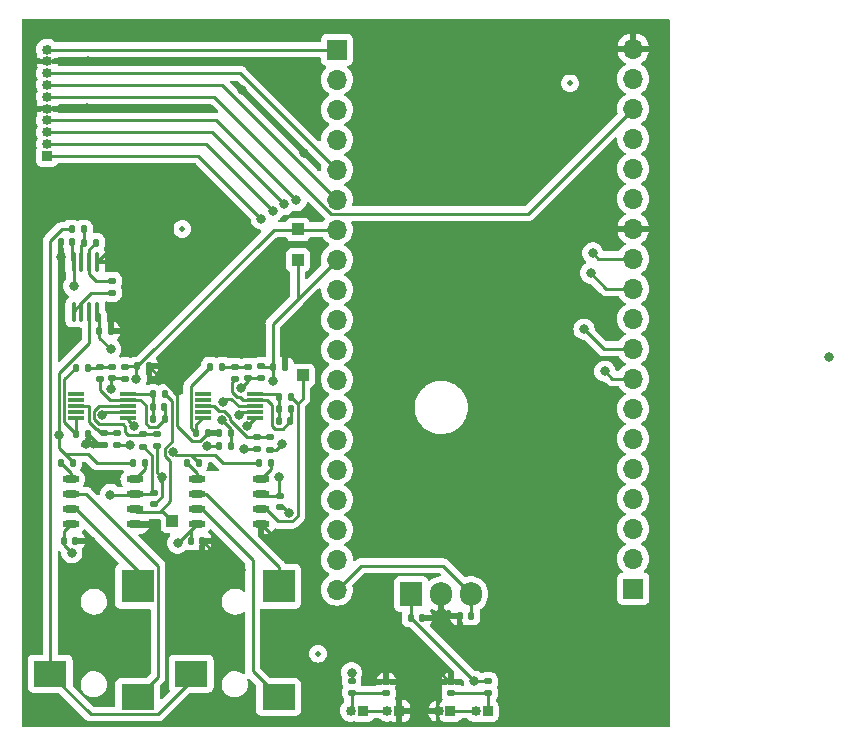
<source format=gbr>
%TF.GenerationSoftware,KiCad,Pcbnew,7.0.2-0*%
%TF.CreationDate,2023-06-05T11:27:31+02:00*%
%TF.ProjectId,Quest_EMG,51756573-745f-4454-9d47-2e6b69636164,rev?*%
%TF.SameCoordinates,Original*%
%TF.FileFunction,Copper,L1,Top*%
%TF.FilePolarity,Positive*%
%FSLAX46Y46*%
G04 Gerber Fmt 4.6, Leading zero omitted, Abs format (unit mm)*
G04 Created by KiCad (PCBNEW 7.0.2-0) date 2023-06-05 11:27:31*
%MOMM*%
%LPD*%
G01*
G04 APERTURE LIST*
G04 Aperture macros list*
%AMRoundRect*
0 Rectangle with rounded corners*
0 $1 Rounding radius*
0 $2 $3 $4 $5 $6 $7 $8 $9 X,Y pos of 4 corners*
0 Add a 4 corners polygon primitive as box body*
4,1,4,$2,$3,$4,$5,$6,$7,$8,$9,$2,$3,0*
0 Add four circle primitives for the rounded corners*
1,1,$1+$1,$2,$3*
1,1,$1+$1,$4,$5*
1,1,$1+$1,$6,$7*
1,1,$1+$1,$8,$9*
0 Add four rect primitives between the rounded corners*
20,1,$1+$1,$2,$3,$4,$5,0*
20,1,$1+$1,$4,$5,$6,$7,0*
20,1,$1+$1,$6,$7,$8,$9,0*
20,1,$1+$1,$8,$9,$2,$3,0*%
G04 Aperture macros list end*
%TA.AperFunction,SMDPad,CuDef*%
%ADD10C,0.500000*%
%TD*%
%TA.AperFunction,SMDPad,CuDef*%
%ADD11RoundRect,0.135000X-0.185000X0.135000X-0.185000X-0.135000X0.185000X-0.135000X0.185000X0.135000X0*%
%TD*%
%TA.AperFunction,SMDPad,CuDef*%
%ADD12O,1.450000X0.599999*%
%TD*%
%TA.AperFunction,SMDPad,CuDef*%
%ADD13RoundRect,0.147500X0.172500X-0.147500X0.172500X0.147500X-0.172500X0.147500X-0.172500X-0.147500X0*%
%TD*%
%TA.AperFunction,SMDPad,CuDef*%
%ADD14RoundRect,0.135000X-0.135000X-0.185000X0.135000X-0.185000X0.135000X0.185000X-0.135000X0.185000X0*%
%TD*%
%TA.AperFunction,SMDPad,CuDef*%
%ADD15RoundRect,0.140000X-0.140000X-0.170000X0.140000X-0.170000X0.140000X0.170000X-0.140000X0.170000X0*%
%TD*%
%TA.AperFunction,SMDPad,CuDef*%
%ADD16RoundRect,0.100000X0.100000X-0.712500X0.100000X0.712500X-0.100000X0.712500X-0.100000X-0.712500X0*%
%TD*%
%TA.AperFunction,ComponentPad*%
%ADD17R,1.700000X1.700000*%
%TD*%
%TA.AperFunction,ComponentPad*%
%ADD18O,1.700000X1.700000*%
%TD*%
%TA.AperFunction,SMDPad,CuDef*%
%ADD19RoundRect,0.135000X0.185000X-0.135000X0.185000X0.135000X-0.185000X0.135000X-0.185000X-0.135000X0*%
%TD*%
%TA.AperFunction,SMDPad,CuDef*%
%ADD20RoundRect,0.135000X0.135000X0.185000X-0.135000X0.185000X-0.135000X-0.185000X0.135000X-0.185000X0*%
%TD*%
%TA.AperFunction,SMDPad,CuDef*%
%ADD21RoundRect,0.140000X0.170000X-0.140000X0.170000X0.140000X-0.170000X0.140000X-0.170000X-0.140000X0*%
%TD*%
%TA.AperFunction,SMDPad,CuDef*%
%ADD22R,1.400000X0.300000*%
%TD*%
%TA.AperFunction,ComponentPad*%
%ADD23R,1.905000X2.000000*%
%TD*%
%TA.AperFunction,ComponentPad*%
%ADD24O,1.905000X2.000000*%
%TD*%
%TA.AperFunction,SMDPad,CuDef*%
%ADD25R,2.800000X2.200000*%
%TD*%
%TA.AperFunction,SMDPad,CuDef*%
%ADD26R,2.800000X2.800000*%
%TD*%
%TA.AperFunction,SMDPad,CuDef*%
%ADD27RoundRect,0.140000X0.140000X0.170000X-0.140000X0.170000X-0.140000X-0.170000X0.140000X-0.170000X0*%
%TD*%
%TA.AperFunction,ComponentPad*%
%ADD28R,0.850000X0.850000*%
%TD*%
%TA.AperFunction,ComponentPad*%
%ADD29O,0.850000X0.850000*%
%TD*%
%TA.AperFunction,SMDPad,CuDef*%
%ADD30R,1.000000X1.000000*%
%TD*%
%TA.AperFunction,SMDPad,CuDef*%
%ADD31RoundRect,0.147500X-0.172500X0.147500X-0.172500X-0.147500X0.172500X-0.147500X0.172500X0.147500X0*%
%TD*%
%TA.AperFunction,ViaPad*%
%ADD32C,0.800000*%
%TD*%
%TA.AperFunction,Conductor*%
%ADD33C,0.250000*%
%TD*%
G04 APERTURE END LIST*
D10*
%TO.P,FID1,*%
%TO.N,*%
X98181000Y-36843000D03*
%TD*%
D11*
%TO.P,R9,1*%
%TO.N,Net-(U1B--)*%
X92242000Y-41242000D03*
%TO.P,R9,2*%
%TO.N,Net-(U1A--)*%
X92242000Y-42262000D03*
%TD*%
D12*
%TO.P,U2,1,RG*%
%TO.N,Net-(R1-Pad1)*%
X88714999Y-58039000D03*
%TO.P,U2,2,IN-*%
%TO.N,/Connector Opamp/IN1.1*%
X88714999Y-59309000D03*
%TO.P,U2,3,IN+*%
%TO.N,/Connector Opamp/IN2.1*%
X88714999Y-60579000D03*
%TO.P,U2,4,V-*%
%TO.N,-9V*%
X88714999Y-61849000D03*
%TO.P,U2,5,REF*%
%TO.N,GND*%
X94164998Y-61849000D03*
%TO.P,U2,6,OUT*%
%TO.N,In_amp1*%
X94164998Y-60579000D03*
%TO.P,U2,7,V+*%
%TO.N,+9V*%
X94164998Y-59309000D03*
%TO.P,U2,8,RG*%
%TO.N,Net-(R4-Pad2)*%
X94164998Y-58039000D03*
%TD*%
D13*
%TO.P,D2,1,K*%
%TO.N,Net-(BT4--)*%
X112506000Y-76095500D03*
%TO.P,D2,2,A*%
%TO.N,-9V*%
X112506000Y-75125500D03*
%TD*%
D14*
%TO.P,R11,1*%
%TO.N,/Connector Opamp/Right_Leg*%
X88791000Y-36883000D03*
%TO.P,R11,2*%
%TO.N,Net-(R10-Pad1)*%
X89811000Y-36883000D03*
%TD*%
D15*
%TO.P,C12,1*%
%TO.N,Net-(IC2--IN_A)*%
X106368000Y-53137000D03*
%TO.P,C12,2*%
%TO.N,Net-(IC2-OUT_A)*%
X107328000Y-53137000D03*
%TD*%
D16*
%TO.P,U1,1*%
%TO.N,Net-(U1A--)*%
X88972000Y-43878000D03*
%TO.P,U1,2,-*%
X89622000Y-43878000D03*
%TO.P,U1,3,+*%
%TO.N,RL_conn*%
X90272000Y-43878000D03*
%TO.P,U1,4,V-*%
%TO.N,-9V*%
X90922000Y-43878000D03*
%TO.P,U1,5,+*%
%TO.N,GND*%
X90922000Y-39653000D03*
%TO.P,U1,6,-*%
%TO.N,Net-(U1B--)*%
X90272000Y-39653000D03*
%TO.P,U1,7*%
%TO.N,Net-(R10-Pad1)*%
X89622000Y-39653000D03*
%TO.P,U1,8,V+*%
%TO.N,+9V*%
X88972000Y-39653000D03*
%TD*%
D15*
%TO.P,C7,1*%
%TO.N,Net-(IC1-+IN_B)*%
X89201000Y-54184000D03*
%TO.P,C7,2*%
%TO.N,GND*%
X90161000Y-54184000D03*
%TD*%
D17*
%TO.P,J1,1,Pin_1*%
%TO.N,/Bluetooth ESP/CLK*%
X136350000Y-67310000D03*
D18*
%TO.P,J1,2,Pin_2*%
%TO.N,/Bluetooth ESP/D0*%
X136350000Y-64770000D03*
%TO.P,J1,3,Pin_3*%
%TO.N,/Bluetooth ESP/D1*%
X136350000Y-62230000D03*
%TO.P,J1,4,Pin_4*%
%TO.N,unconnected-(J1-Pin_4-Pad4)*%
X136350000Y-59690000D03*
%TO.P,J1,5,Pin_5*%
%TO.N,/Bluetooth ESP/2*%
X136350000Y-57150000D03*
%TO.P,J1,6,Pin_6*%
%TO.N,/Bluetooth ESP/0*%
X136350000Y-54610000D03*
%TO.P,J1,7,Pin_7*%
%TO.N,/Bluetooth ESP/4*%
X136350000Y-52070000D03*
%TO.P,J1,8,Pin_8*%
%TO.N,/Bluetooth ESP/16*%
X136350000Y-49530000D03*
%TO.P,J1,9,Pin_9*%
%TO.N,/Bluetooth ESP/17*%
X136350000Y-46990000D03*
%TO.P,J1,10,Pin_10*%
%TO.N,/Bluetooth ESP/5*%
X136350000Y-44450000D03*
%TO.P,J1,11,Pin_11*%
%TO.N,/Bluetooth ESP/18*%
X136350000Y-41910000D03*
%TO.P,J1,12,Pin_12*%
%TO.N,/Bluetooth ESP/19*%
X136350000Y-39370000D03*
%TO.P,J1,13,Pin_13*%
%TO.N,GND*%
X136350000Y-36830000D03*
%TO.P,J1,14,Pin_14*%
%TO.N,/Bluetooth ESP/21*%
X136350000Y-34290000D03*
%TO.P,J1,15,Pin_15*%
%TO.N,/Bluetooth ESP/RX*%
X136350000Y-31750000D03*
%TO.P,J1,16,Pin_16*%
%TO.N,/Bluetooth ESP/TX*%
X136350000Y-29210000D03*
%TO.P,J1,17,Pin_17*%
%TO.N,/Bluetooth ESP/22*%
X136350000Y-26670000D03*
%TO.P,J1,18,Pin_18*%
%TO.N,/Bluetooth ESP/23*%
X136350000Y-24130000D03*
%TO.P,J1,19,Pin_19*%
%TO.N,GND*%
X136350000Y-21590000D03*
%TD*%
D19*
%TO.P,R25,1*%
%TO.N,Net-(IC2-OUT_B)*%
X104807000Y-49493000D03*
%TO.P,R25,2*%
%TO.N,33*%
X104807000Y-48473000D03*
%TD*%
D20*
%TO.P,R31,1*%
%TO.N,Net-(IC2-+VS)*%
X102286000Y-54153000D03*
%TO.P,R31,2*%
%TO.N,GND*%
X101266000Y-54153000D03*
%TD*%
D21*
%TO.P,C14,1*%
%TO.N,Net-(BT4--)*%
X115432000Y-76154000D03*
%TO.P,C14,2*%
%TO.N,GND*%
X115432000Y-75194000D03*
%TD*%
D22*
%TO.P,IC1,1,+IN_A*%
%TO.N,unconnected-(IC1-+IN_A-Pad1)*%
X89209000Y-50828000D03*
%TO.P,IC1,2,~{DIS_A}*%
%TO.N,unconnected-(IC1-~{DIS_A}-Pad2)*%
X89209000Y-51328000D03*
%TO.P,IC1,3,-VS*%
%TO.N,Net-(IC1--VS)*%
X89209000Y-51828000D03*
%TO.P,IC1,4,~{DIS_B}*%
%TO.N,unconnected-(IC1-~{DIS_B}-Pad4)*%
X89209000Y-52328000D03*
%TO.P,IC1,5,+IN_B*%
%TO.N,Net-(IC1-+IN_B)*%
X89209000Y-52828000D03*
%TO.P,IC1,6,-IN_B*%
%TO.N,32*%
X93609000Y-52828000D03*
%TO.P,IC1,7,OUT_B*%
%TO.N,Net-(IC1-OUT_B)*%
X93609000Y-52328000D03*
%TO.P,IC1,8,+VS*%
%TO.N,Net-(IC1-+VS)*%
X93609000Y-51828000D03*
%TO.P,IC1,9,OUT_A*%
%TO.N,Net-(IC1-OUT_A)*%
X93609000Y-51328000D03*
%TO.P,IC1,10,-IN_A*%
%TO.N,Net-(IC1--IN_A)*%
X93609000Y-50828000D03*
%TD*%
D14*
%TO.P,R10,1*%
%TO.N,Net-(R10-Pad1)*%
X89811000Y-37996000D03*
%TO.P,R10,2*%
%TO.N,Net-(U1B--)*%
X90831000Y-37996000D03*
%TD*%
D15*
%TO.P,C11,1*%
%TO.N,Net-(IC1--IN_A)*%
X95700000Y-51897000D03*
%TO.P,C11,2*%
%TO.N,Net-(IC1-OUT_A)*%
X96660000Y-51897000D03*
%TD*%
D20*
%TO.P,R16,1*%
%TO.N,Net-(C9-Pad2)*%
X90164000Y-48592000D03*
%TO.P,R16,2*%
%TO.N,Net-(IC1-+IN_B)*%
X89144000Y-48592000D03*
%TD*%
D19*
%TO.P,R12,1*%
%TO.N,-9V*%
X92657000Y-55165000D03*
%TO.P,R12,2*%
%TO.N,Net-(IC1--VS)*%
X92657000Y-54145000D03*
%TD*%
D23*
%TO.P,U4,1,IN*%
%TO.N,+9V*%
X117549000Y-67759000D03*
D24*
%TO.P,U4,2,GND*%
%TO.N,GND*%
X120089000Y-67759000D03*
%TO.P,U4,3,OUT*%
%TO.N,+5V*%
X122629000Y-67759000D03*
%TD*%
D25*
%TO.P,J3,R*%
%TO.N,/Connector Opamp/Right_Leg*%
X98916000Y-74498000D03*
%TO.P,J3,S*%
%TO.N,/Connector Opamp/IN1.2*%
X106316000Y-76498000D03*
D26*
%TO.P,J3,T*%
%TO.N,/Connector Opamp/IN2.2*%
X106316000Y-67098000D03*
%TD*%
D11*
%TO.P,R15,1*%
%TO.N,Net-(IC2--VS)*%
X105565000Y-54501000D03*
%TO.P,R15,2*%
%TO.N,GND*%
X105565000Y-55521000D03*
%TD*%
%TO.P,R14,1*%
%TO.N,Net-(IC1--VS)*%
X91569000Y-54127000D03*
%TO.P,R14,2*%
%TO.N,GND*%
X91569000Y-55147000D03*
%TD*%
D27*
%TO.P,C16,1*%
%TO.N,+5V*%
X122609000Y-69598000D03*
%TO.P,C16,2*%
%TO.N,GND*%
X121649000Y-69598000D03*
%TD*%
D15*
%TO.P,C4,1*%
%TO.N,-9V*%
X98889000Y-63242000D03*
%TO.P,C4,2*%
%TO.N,GND*%
X99849000Y-63242000D03*
%TD*%
D14*
%TO.P,R8,1*%
%TO.N,RL_conn*%
X104646000Y-56642000D03*
%TO.P,R8,2*%
%TO.N,Net-(R8-Pad2)*%
X105666000Y-56642000D03*
%TD*%
D19*
%TO.P,R13,1*%
%TO.N,-9V*%
X104489000Y-55506000D03*
%TO.P,R13,2*%
%TO.N,Net-(IC2--VS)*%
X104489000Y-54486000D03*
%TD*%
D28*
%TO.P,BT2,1,+*%
%TO.N,Net-(BT2-+)*%
X124019000Y-77675000D03*
D29*
%TO.P,BT2,2,-*%
%TO.N,Net-(BT2--)*%
X123019000Y-77675000D03*
%TD*%
D19*
%TO.P,R24,1*%
%TO.N,Net-(IC1-OUT_B)*%
X93286000Y-49515000D03*
%TO.P,R24,2*%
%TO.N,32*%
X93286000Y-48495000D03*
%TD*%
D14*
%TO.P,R28,1*%
%TO.N,+9V*%
X101260000Y-55212000D03*
%TO.P,R28,2*%
%TO.N,Net-(IC2-+VS)*%
X102280000Y-55212000D03*
%TD*%
D28*
%TO.P,BT3,1,+*%
%TO.N,Net-(BT2--)*%
X120868000Y-77664000D03*
D29*
%TO.P,BT3,2,-*%
%TO.N,GND*%
X119868000Y-77664000D03*
%TD*%
D27*
%TO.P,C5,1*%
%TO.N,+9V*%
X88826000Y-37969000D03*
%TO.P,C5,2*%
%TO.N,GND*%
X87866000Y-37969000D03*
%TD*%
D30*
%TO.P,TP2,1,1*%
%TO.N,In_amp2*%
X108391000Y-49243000D03*
%TD*%
D28*
%TO.P,J5,1,Pin_1*%
%TO.N,/Bluetooth ESP/16*%
X86724000Y-30657000D03*
D29*
%TO.P,J5,2,Pin_2*%
%TO.N,/Bluetooth ESP/17*%
X86724000Y-29657000D03*
%TO.P,J5,3,Pin_3*%
%TO.N,/Bluetooth ESP/18*%
X86724000Y-28657000D03*
%TO.P,J5,4,Pin_4*%
%TO.N,/Bluetooth ESP/19*%
X86724000Y-27657000D03*
%TO.P,J5,5,Pin_5*%
%TO.N,GND*%
X86724000Y-26657000D03*
%TO.P,J5,6,Pin_6*%
%TO.N,/Bluetooth ESP/22*%
X86724000Y-25657000D03*
%TO.P,J5,7,Pin_7*%
%TO.N,/Bluetooth ESP/35*%
X86724000Y-24657000D03*
%TO.P,J5,8,Pin_8*%
%TO.N,/Bluetooth ESP/34*%
X86724000Y-23657000D03*
%TO.P,J5,9,Pin_9*%
%TO.N,GND*%
X86724000Y-22657000D03*
%TO.P,J5,10,Pin_10*%
%TO.N,/Bluetooth ESP/3V3*%
X86724000Y-21657000D03*
%TD*%
D10*
%TO.P,FID2,*%
%TO.N,*%
X130994000Y-24529000D03*
%TD*%
D20*
%TO.P,R23,1*%
%TO.N,Net-(IC2-OUT_A)*%
X107342000Y-52089000D03*
%TO.P,R23,2*%
%TO.N,Net-(IC2--IN_A)*%
X106322000Y-52089000D03*
%TD*%
D17*
%TO.P,J2,1,Pin_1*%
%TO.N,/Bluetooth ESP/3V3*%
X111252000Y-21670000D03*
D18*
%TO.P,J2,2,Pin_2*%
%TO.N,/Bluetooth ESP/EN*%
X111252000Y-24210000D03*
%TO.P,J2,3,Pin_3*%
%TO.N,/Bluetooth ESP/VP*%
X111252000Y-26750000D03*
%TO.P,J2,4,Pin_4*%
%TO.N,/Bluetooth ESP/VN*%
X111252000Y-29290000D03*
%TO.P,J2,5,Pin_5*%
%TO.N,/Bluetooth ESP/34*%
X111252000Y-31830000D03*
%TO.P,J2,6,Pin_6*%
%TO.N,/Bluetooth ESP/35*%
X111252000Y-34370000D03*
%TO.P,J2,7,Pin_7*%
%TO.N,32*%
X111252000Y-36910000D03*
%TO.P,J2,8,Pin_8*%
%TO.N,33*%
X111252000Y-39450000D03*
%TO.P,J2,9,Pin_9*%
%TO.N,/Bluetooth ESP/25*%
X111252000Y-41990000D03*
%TO.P,J2,10,Pin_10*%
%TO.N,/Bluetooth ESP/26*%
X111252000Y-44530000D03*
%TO.P,J2,11,Pin_11*%
%TO.N,/Bluetooth ESP/27*%
X111252000Y-47070000D03*
%TO.P,J2,12,Pin_12*%
%TO.N,/Bluetooth ESP/14*%
X111252000Y-49610000D03*
%TO.P,J2,13,Pin_13*%
%TO.N,/Bluetooth ESP/12*%
X111252000Y-52150000D03*
%TO.P,J2,14,Pin_14*%
%TO.N,unconnected-(J2-Pin_14-Pad14)*%
X111252000Y-54690000D03*
%TO.P,J2,15,Pin_15*%
%TO.N,/Bluetooth ESP/13*%
X111252000Y-57230000D03*
%TO.P,J2,16,Pin_16*%
%TO.N,/Bluetooth ESP/D2*%
X111252000Y-59770000D03*
%TO.P,J2,17,Pin_17*%
%TO.N,/Bluetooth ESP/D3*%
X111252000Y-62310000D03*
%TO.P,J2,18,Pin_18*%
%TO.N,/Bluetooth ESP/CMD*%
X111252000Y-64850000D03*
%TO.P,J2,19,Pin_19*%
%TO.N,+5V*%
X111252000Y-67390000D03*
%TD*%
D14*
%TO.P,R5,1*%
%TO.N,Net-(R5-Pad1)*%
X98550000Y-56642000D03*
%TO.P,R5,2*%
%TO.N,RL_conn*%
X99570000Y-56642000D03*
%TD*%
D15*
%TO.P,C2,1*%
%TO.N,-9V*%
X88166000Y-63246000D03*
%TO.P,C2,2*%
%TO.N,GND*%
X89126000Y-63246000D03*
%TD*%
D14*
%TO.P,R29,1*%
%TO.N,33*%
X105840000Y-48506000D03*
%TO.P,R29,2*%
%TO.N,GND*%
X106860000Y-48506000D03*
%TD*%
%TO.P,R4,1*%
%TO.N,RL_conn*%
X93978000Y-56642000D03*
%TO.P,R4,2*%
%TO.N,Net-(R4-Pad2)*%
X94998000Y-56642000D03*
%TD*%
D20*
%TO.P,R17,1*%
%TO.N,Net-(C10-Pad2)*%
X101545000Y-48503000D03*
%TO.P,R17,2*%
%TO.N,Net-(IC2-+IN_B)*%
X100525000Y-48503000D03*
%TD*%
D15*
%TO.P,C8,1*%
%TO.N,Net-(IC2-+IN_B)*%
X99355000Y-54152000D03*
%TO.P,C8,2*%
%TO.N,GND*%
X100315000Y-54152000D03*
%TD*%
D14*
%TO.P,R19,1*%
%TO.N,Net-(IC2--IN_A)*%
X106322000Y-51039000D03*
%TO.P,R19,2*%
%TO.N,In_amp2*%
X107342000Y-51039000D03*
%TD*%
D11*
%TO.P,R30,1*%
%TO.N,Net-(IC1-+VS)*%
X95993000Y-54228000D03*
%TO.P,R30,2*%
%TO.N,GND*%
X95993000Y-55248000D03*
%TD*%
D12*
%TO.P,U3,1,RG*%
%TO.N,Net-(R5-Pad1)*%
X99382999Y-58039000D03*
%TO.P,U3,2,IN-*%
%TO.N,/Connector Opamp/IN2.2*%
X99382999Y-59309000D03*
%TO.P,U3,3,IN+*%
%TO.N,/Connector Opamp/IN1.2*%
X99382999Y-60579000D03*
%TO.P,U3,4,V-*%
%TO.N,-9V*%
X99382999Y-61849000D03*
%TO.P,U3,5,REF*%
%TO.N,GND*%
X104832998Y-61849000D03*
%TO.P,U3,6,OUT*%
%TO.N,In_amp2*%
X104832998Y-60579000D03*
%TO.P,U3,7,V+*%
%TO.N,+9V*%
X104832998Y-59309000D03*
%TO.P,U3,8,RG*%
%TO.N,Net-(R8-Pad2)*%
X104832998Y-58039000D03*
%TD*%
D22*
%TO.P,IC2,1,+IN_A*%
%TO.N,unconnected-(IC2-+IN_A-Pad1)*%
X99908000Y-50816000D03*
%TO.P,IC2,2,~{DIS_A}*%
%TO.N,unconnected-(IC2-~{DIS_A}-Pad2)*%
X99908000Y-51316000D03*
%TO.P,IC2,3,-VS*%
%TO.N,Net-(IC2--VS)*%
X99908000Y-51816000D03*
%TO.P,IC2,4,~{DIS_B}*%
%TO.N,unconnected-(IC2-~{DIS_B}-Pad4)*%
X99908000Y-52316000D03*
%TO.P,IC2,5,+IN_B*%
%TO.N,Net-(IC2-+IN_B)*%
X99908000Y-52816000D03*
%TO.P,IC2,6,-IN_B*%
%TO.N,33*%
X104308000Y-52816000D03*
%TO.P,IC2,7,OUT_B*%
%TO.N,Net-(IC2-OUT_B)*%
X104308000Y-52316000D03*
%TO.P,IC2,8,+VS*%
%TO.N,Net-(IC2-+VS)*%
X104308000Y-51816000D03*
%TO.P,IC2,9,OUT_A*%
%TO.N,Net-(IC2-OUT_A)*%
X104308000Y-51316000D03*
%TO.P,IC2,10,-IN_A*%
%TO.N,Net-(IC2--IN_A)*%
X104308000Y-50816000D03*
%TD*%
D28*
%TO.P,BT1,1,+*%
%TO.N,GND*%
X116502000Y-77648000D03*
D29*
%TO.P,BT1,2,-*%
%TO.N,Net-(BT1--)*%
X115502000Y-77648000D03*
%TD*%
D28*
%TO.P,BT4,1,+*%
%TO.N,Net-(BT1--)*%
X113440000Y-77651000D03*
D29*
%TO.P,BT4,2,-*%
%TO.N,Net-(BT4--)*%
X112440000Y-77651000D03*
%TD*%
D30*
%TO.P,TP3,1,1*%
%TO.N,32*%
X107947000Y-36890000D03*
%TD*%
D19*
%TO.P,R21,1*%
%TO.N,Net-(IC2-OUT_A)*%
X102626000Y-49522000D03*
%TO.P,R21,2*%
%TO.N,Net-(C10-Pad2)*%
X102626000Y-48502000D03*
%TD*%
D20*
%TO.P,R22,1*%
%TO.N,Net-(IC1-OUT_A)*%
X96706000Y-52946000D03*
%TO.P,R22,2*%
%TO.N,Net-(IC1--IN_A)*%
X95686000Y-52946000D03*
%TD*%
D14*
%TO.P,R27,1*%
%TO.N,32*%
X94325000Y-48485000D03*
%TO.P,R27,2*%
%TO.N,GND*%
X95345000Y-48485000D03*
%TD*%
D19*
%TO.P,R26,1*%
%TO.N,+9V*%
X94881000Y-55270000D03*
%TO.P,R26,2*%
%TO.N,Net-(IC1-+VS)*%
X94881000Y-54250000D03*
%TD*%
D21*
%TO.P,C1,1*%
%TO.N,GND*%
X95758000Y-60170000D03*
%TO.P,C1,2*%
%TO.N,+9V*%
X95758000Y-59210000D03*
%TD*%
D31*
%TO.P,D1,1,K*%
%TO.N,+9V*%
X124058000Y-75149000D03*
%TO.P,D1,2,A*%
%TO.N,Net-(BT2-+)*%
X124058000Y-76119000D03*
%TD*%
D14*
%TO.P,R18,1*%
%TO.N,Net-(IC1--IN_A)*%
X95659000Y-50833000D03*
%TO.P,R18,2*%
%TO.N,In_amp1*%
X96679000Y-50833000D03*
%TD*%
D30*
%TO.P,TP1,1,1*%
%TO.N,In_amp1*%
X97329000Y-61597000D03*
%TD*%
D15*
%TO.P,C6,1*%
%TO.N,-9V*%
X91139000Y-45523000D03*
%TO.P,C6,2*%
%TO.N,GND*%
X92099000Y-45523000D03*
%TD*%
D21*
%TO.P,C13,1*%
%TO.N,Net-(BT2-+)*%
X120940000Y-76164000D03*
%TO.P,C13,2*%
%TO.N,GND*%
X120940000Y-75204000D03*
%TD*%
D15*
%TO.P,C15,1*%
%TO.N,+9V*%
X117541000Y-69776000D03*
%TO.P,C15,2*%
%TO.N,GND*%
X118501000Y-69776000D03*
%TD*%
D25*
%TO.P,J4,R*%
%TO.N,/Connector Opamp/Right_Leg*%
X86978000Y-74498000D03*
%TO.P,J4,S*%
%TO.N,/Connector Opamp/IN1.1*%
X94378000Y-76498000D03*
D26*
%TO.P,J4,T*%
%TO.N,/Connector Opamp/IN2.1*%
X94378000Y-67098000D03*
%TD*%
D30*
%TO.P,TP4,1,1*%
%TO.N,33*%
X107948000Y-39492000D03*
%TD*%
D21*
%TO.P,C3,1*%
%TO.N,GND*%
X106426000Y-60396000D03*
%TO.P,C3,2*%
%TO.N,+9V*%
X106426000Y-59436000D03*
%TD*%
D10*
%TO.P,FID3,*%
%TO.N,*%
X109655000Y-72803000D03*
%TD*%
D21*
%TO.P,C9,1*%
%TO.N,Net-(IC1-OUT_B)*%
X92215000Y-49499000D03*
%TO.P,C9,2*%
%TO.N,Net-(C9-Pad2)*%
X92215000Y-48539000D03*
%TD*%
%TO.P,C10,1*%
%TO.N,Net-(IC2-OUT_B)*%
X103738000Y-49484000D03*
%TO.P,C10,2*%
%TO.N,Net-(C10-Pad2)*%
X103738000Y-48524000D03*
%TD*%
D19*
%TO.P,R20,1*%
%TO.N,Net-(IC1-OUT_A)*%
X91178000Y-49519000D03*
%TO.P,R20,2*%
%TO.N,Net-(C9-Pad2)*%
X91178000Y-48499000D03*
%TD*%
D14*
%TO.P,R1,1*%
%TO.N,Net-(R1-Pad1)*%
X87880000Y-56642000D03*
%TO.P,R1,2*%
%TO.N,RL_conn*%
X88900000Y-56642000D03*
%TD*%
D32*
%TO.N,*%
X152938000Y-47650000D03*
%TO.N,GND*%
X136173000Y-76696000D03*
X133761000Y-54973000D03*
X108675000Y-23069000D03*
X121220000Y-26599000D03*
X102388000Y-73212000D03*
X127104000Y-59870000D03*
X105189000Y-41500000D03*
X100627000Y-78053000D03*
X96111000Y-44416000D03*
X94831000Y-73982000D03*
X133871000Y-65097000D03*
X119486000Y-39508000D03*
X90833000Y-71341000D03*
X130735000Y-50407000D03*
X133596000Y-60145000D03*
X130680000Y-64767000D03*
X108565000Y-26591000D03*
X119405000Y-37090000D03*
X88706000Y-71635000D03*
X114287000Y-22088000D03*
X96496000Y-39409000D03*
X103185000Y-25070000D03*
X130515000Y-68508000D03*
X109034000Y-44093000D03*
X130845000Y-60200000D03*
X100480000Y-69580000D03*
X100554000Y-72001000D03*
X114649000Y-36929000D03*
X127214000Y-68618000D03*
X122943000Y-41923000D03*
X126831000Y-77870000D03*
X106862000Y-69801000D03*
X117023000Y-73945000D03*
X107168000Y-60877000D03*
X93254000Y-69764000D03*
X114287000Y-26517000D03*
X87868000Y-39243000D03*
X126248000Y-36651000D03*
X130735000Y-55138000D03*
X126337000Y-39428000D03*
X121697000Y-30010000D03*
X93071000Y-71671000D03*
X105887000Y-23143000D03*
X137762000Y-71903000D03*
X130793000Y-27039000D03*
X97876000Y-67160000D03*
X107156000Y-72368000D03*
X86831000Y-35387000D03*
X103813000Y-46837000D03*
X109430000Y-76256000D03*
X114470000Y-39429000D03*
X115000000Y-45565000D03*
X117552000Y-30084000D03*
X96710000Y-32306000D03*
X126539000Y-22418000D03*
X112108000Y-69874000D03*
X117845000Y-21831000D03*
X131967000Y-42510000D03*
X117059000Y-72368000D03*
X93034000Y-73762000D03*
X90474000Y-32379000D03*
X89989000Y-55048000D03*
X127159000Y-64602000D03*
X90095000Y-26639000D03*
X117992000Y-26416000D03*
X132920000Y-34807000D03*
X115057000Y-41996000D03*
X130622000Y-72025000D03*
X91619000Y-58035000D03*
X102273000Y-44361000D03*
X101392000Y-35888000D03*
X120282000Y-45400000D03*
X113758000Y-68884000D03*
X101067000Y-65839000D03*
X108492000Y-30400000D03*
X94978000Y-72185000D03*
X113685000Y-71855000D03*
X119334000Y-73725000D03*
X95750000Y-61975000D03*
X103818000Y-78164000D03*
X109357000Y-78053000D03*
X126829000Y-50572000D03*
X92193000Y-65198000D03*
X108325000Y-46452000D03*
X115262000Y-70387000D03*
X126355000Y-30267000D03*
X127049000Y-55138000D03*
X96427000Y-57883000D03*
X98696000Y-47387000D03*
X133706000Y-68453000D03*
X130720000Y-30487000D03*
X90446000Y-63250000D03*
X127003000Y-72416000D03*
X126502000Y-26819000D03*
X103121000Y-65729000D03*
X90613000Y-73579000D03*
X133752000Y-71830000D03*
X90182000Y-22640000D03*
X88229000Y-77980000D03*
X93139000Y-35851000D03*
X121477000Y-21904000D03*
X94637201Y-70141799D03*
X107376000Y-62795000D03*
X88779000Y-68627000D03*
X126664000Y-45675000D03*
X98057042Y-71438443D03*
X114287000Y-30185000D03*
X106637000Y-55015000D03*
%TO.N,+9V*%
X88980000Y-41682000D03*
X92083000Y-59343000D03*
X122906391Y-75149000D03*
X100269000Y-55234000D03*
X106344000Y-57832000D03*
%TO.N,-9V*%
X97778000Y-63426000D03*
X93768000Y-55181000D03*
X92098002Y-47037000D03*
X112504232Y-74424500D03*
X88811000Y-64244000D03*
X103356000Y-55439000D03*
%TO.N,RL_conn*%
X97417500Y-55751353D03*
X87734497Y-54267498D03*
%TO.N,Net-(IC1-OUT_B)*%
X92135000Y-50420000D03*
X91408005Y-52609000D03*
%TO.N,Net-(IC2-OUT_B)*%
X102952213Y-52622386D03*
X103107366Y-50329056D03*
%TO.N,/Bluetooth ESP/16*%
X104855000Y-35981000D03*
X133942000Y-48892000D03*
%TO.N,/Bluetooth ESP/17*%
X132181000Y-45334000D03*
X105808000Y-35321000D03*
%TO.N,/Bluetooth ESP/18*%
X106799000Y-34770000D03*
X132731000Y-40566000D03*
%TO.N,/Bluetooth ESP/19*%
X107812000Y-34428000D03*
X132915000Y-38879000D03*
%TO.N,Net-(IC2-+VS)*%
X101576000Y-51526000D03*
X101506000Y-53044000D03*
%TO.N,32*%
X94290000Y-49511000D03*
X94109492Y-53527500D03*
%TO.N,33*%
X103675000Y-53492000D03*
X105841000Y-49755000D03*
%TD*%
D33*
%TO.N,GND*%
X96042501Y-55297501D02*
X96042501Y-57498501D01*
X120767000Y-69598000D02*
X121649000Y-69598000D01*
X90134500Y-54902500D02*
X89989000Y-55048000D01*
X87866000Y-37969000D02*
X87866000Y-39241000D01*
X106426000Y-60396000D02*
X106687000Y-60396000D01*
X95765609Y-60170000D02*
X96427000Y-59508609D01*
X99849000Y-63242000D02*
X101067000Y-64460000D01*
X90879500Y-54902500D02*
X90161000Y-54184000D01*
X90077000Y-26657000D02*
X90095000Y-26639000D01*
X91569000Y-55147000D02*
X91124000Y-55147000D01*
X116502000Y-77648000D02*
X119852000Y-77648000D01*
X119852000Y-77648000D02*
X119868000Y-77664000D01*
X119185000Y-69776000D02*
X118501000Y-69776000D01*
X101266000Y-54153000D02*
X100316000Y-54153000D01*
X87866000Y-39241000D02*
X87868000Y-39243000D01*
X86724000Y-22657000D02*
X90165000Y-22657000D01*
X104832998Y-61849000D02*
X105778998Y-62795000D01*
X96395000Y-57885000D02*
X96393000Y-57883000D01*
X120089000Y-68920000D02*
X120767000Y-69598000D01*
X100315000Y-54152000D02*
X100315000Y-54159609D01*
X100315000Y-54159609D02*
X99687609Y-54787000D01*
X94290998Y-61975000D02*
X94164998Y-61849000D01*
X95750000Y-61975000D02*
X94290998Y-61975000D01*
X86724000Y-26657000D02*
X90077000Y-26657000D01*
X96042501Y-57498501D02*
X96427000Y-57883000D01*
X105778998Y-62795000D02*
X107376000Y-62795000D01*
X120089000Y-68872000D02*
X119185000Y-69776000D01*
X106687000Y-60396000D02*
X107168000Y-60877000D01*
X98993000Y-54787000D02*
X97750501Y-53544501D01*
X120813000Y-75204000D02*
X119334000Y-73725000D01*
X105565000Y-55521000D02*
X106131000Y-55521000D01*
X90442000Y-63246000D02*
X90446000Y-63250000D01*
X99687609Y-54787000D02*
X98993000Y-54787000D01*
X120089000Y-67759000D02*
X120089000Y-68872000D01*
X90879500Y-54902500D02*
X90134500Y-54902500D01*
X97750501Y-50890501D02*
X95345000Y-48485000D01*
X120089000Y-67759000D02*
X120089000Y-68920000D01*
X96393000Y-57883000D02*
X96427000Y-57883000D01*
X101067000Y-64460000D02*
X101067000Y-65839000D01*
X96427000Y-57883000D02*
X96427000Y-57917000D01*
X96427000Y-59508609D02*
X96427000Y-57883000D01*
X89126000Y-63246000D02*
X90442000Y-63246000D01*
X106131000Y-55521000D02*
X106637000Y-55015000D01*
X90922000Y-39653000D02*
X93139000Y-37436000D01*
X90165000Y-22657000D02*
X90182000Y-22640000D01*
X96427000Y-57917000D02*
X96385000Y-57875000D01*
X95993000Y-55248000D02*
X96042501Y-55297501D01*
X120940000Y-75204000D02*
X120813000Y-75204000D01*
X100316000Y-54153000D02*
X100315000Y-54152000D01*
X95758000Y-60170000D02*
X95765609Y-60170000D01*
X91124000Y-55147000D02*
X90879500Y-54902500D01*
X93139000Y-37436000D02*
X93139000Y-35851000D01*
X97750501Y-53544501D02*
X97750501Y-50890501D01*
%TO.N,+9V*%
X117541000Y-67767000D02*
X117549000Y-67759000D01*
X94130998Y-59343000D02*
X94164998Y-59309000D01*
X88972000Y-39653000D02*
X88972000Y-41674000D01*
X106426000Y-59436000D02*
X104959998Y-59436000D01*
X94164998Y-59309000D02*
X95659000Y-59309000D01*
X106344000Y-59354000D02*
X106426000Y-59436000D01*
X95659000Y-59309000D02*
X95758000Y-59210000D01*
X88826000Y-39507000D02*
X88972000Y-39653000D01*
X104959998Y-59436000D02*
X104832998Y-59309000D01*
X95593000Y-55982000D02*
X95593000Y-59045000D01*
X94881000Y-55270000D02*
X95593000Y-55982000D01*
X122906391Y-75149000D02*
X117541000Y-69783609D01*
X117541000Y-69783609D02*
X117541000Y-69776000D01*
X124058000Y-75149000D02*
X122906391Y-75149000D01*
X100291000Y-55212000D02*
X100269000Y-55234000D01*
X95593000Y-59045000D02*
X95758000Y-59210000D01*
X88826000Y-37969000D02*
X88826000Y-39507000D01*
X106344000Y-57832000D02*
X106344000Y-59354000D01*
X92083000Y-59343000D02*
X94130998Y-59343000D01*
X101260000Y-55212000D02*
X100291000Y-55212000D01*
X117541000Y-69776000D02*
X117541000Y-67767000D01*
X88972000Y-41674000D02*
X88980000Y-41682000D01*
%TO.N,-9V*%
X112506000Y-74426268D02*
X112504232Y-74424500D01*
X103423000Y-55506000D02*
X103356000Y-55439000D01*
X92098002Y-47037000D02*
X91139000Y-46077998D01*
X104489000Y-55506000D02*
X103423000Y-55506000D01*
X93752000Y-55165000D02*
X93768000Y-55181000D01*
X88166000Y-62397999D02*
X88714999Y-61849000D01*
X92657000Y-55165000D02*
X93752000Y-55165000D01*
X98889000Y-62342999D02*
X98889000Y-63242000D01*
X88811000Y-64244000D02*
X88166000Y-63599000D01*
X91139000Y-46077998D02*
X91139000Y-45523000D01*
X88166000Y-63599000D02*
X88166000Y-63246000D01*
X91139000Y-44095000D02*
X90922000Y-43878000D01*
X112506000Y-75125500D02*
X112506000Y-74426268D01*
X97805999Y-63426000D02*
X99382999Y-61849000D01*
X99382999Y-61849000D02*
X98889000Y-62342999D01*
X97778000Y-63426000D02*
X97805999Y-63426000D01*
X88166000Y-63246000D02*
X88166000Y-62397999D01*
X91139000Y-45523000D02*
X91139000Y-44095000D01*
%TO.N,RL_conn*%
X90934000Y-56642000D02*
X90213000Y-55921000D01*
X99570000Y-56642000D02*
X98886500Y-55958500D01*
X98571000Y-55958500D02*
X97624647Y-55958500D01*
X97624647Y-55958500D02*
X97417500Y-55751353D01*
X88900000Y-56557000D02*
X88162000Y-55819000D01*
X101602000Y-56642000D02*
X100918500Y-55958500D01*
X90272000Y-43878000D02*
X90272000Y-46493462D01*
X93978000Y-56642000D02*
X90934000Y-56642000D01*
X104646000Y-56642000D02*
X101602000Y-56642000D01*
X98886500Y-55958500D02*
X98571000Y-55958500D01*
X90272000Y-46493462D02*
X87734499Y-49030963D01*
X88264000Y-55921000D02*
X90213000Y-55921000D01*
X100918500Y-55958500D02*
X98571000Y-55958500D01*
X88900000Y-56642000D02*
X88900000Y-56557000D01*
X88162000Y-55819000D02*
X88264000Y-55921000D01*
X87734499Y-55391499D02*
X88162000Y-55819000D01*
X87734499Y-49030963D02*
X87734499Y-55391499D01*
%TO.N,Net-(IC1-+IN_B)*%
X89201000Y-52836000D02*
X89209000Y-52828000D01*
X88184000Y-53167000D02*
X89201000Y-54184000D01*
X89201000Y-54184000D02*
X89201000Y-52836000D01*
X88184000Y-49552000D02*
X88184000Y-53167000D01*
X89144000Y-48592000D02*
X88184000Y-49552000D01*
%TO.N,Net-(IC1-OUT_B)*%
X91689005Y-52328000D02*
X91408005Y-52609000D01*
X93270000Y-49499000D02*
X93286000Y-49515000D01*
X92135000Y-50420000D02*
X92135000Y-49579000D01*
X92135000Y-49579000D02*
X92215000Y-49499000D01*
X92215000Y-49499000D02*
X93270000Y-49499000D01*
X93609000Y-52328000D02*
X91689005Y-52328000D01*
%TO.N,Net-(IC1--IN_A)*%
X95659000Y-50833000D02*
X93614000Y-50833000D01*
X95700000Y-50874000D02*
X95659000Y-50833000D01*
X95700000Y-51897000D02*
X95700000Y-50874000D01*
X95686000Y-52946000D02*
X95686000Y-51911000D01*
X95686000Y-51911000D02*
X95700000Y-51897000D01*
X93614000Y-50833000D02*
X93609000Y-50828000D01*
%TO.N,Net-(IC1-OUT_A)*%
X91178000Y-50487598D02*
X91178000Y-49519000D01*
X96706000Y-51943000D02*
X96660000Y-51897000D01*
X96061000Y-53591000D02*
X95350000Y-53591000D01*
X95068000Y-53309000D02*
X95068000Y-51787000D01*
X92018402Y-51328000D02*
X91178000Y-50487598D01*
X94609000Y-51328000D02*
X93609000Y-51328000D01*
X95068000Y-51787000D02*
X94609000Y-51328000D01*
X96706000Y-52946000D02*
X96706000Y-51943000D01*
X96706000Y-52946000D02*
X96061000Y-53591000D01*
X95350000Y-53591000D02*
X95068000Y-53309000D01*
X93609000Y-51328000D02*
X92018402Y-51328000D01*
%TO.N,Net-(IC2-+IN_B)*%
X99355000Y-53369000D02*
X99908000Y-52816000D01*
X98883000Y-50145000D02*
X98883000Y-53680000D01*
X98883000Y-53680000D02*
X99355000Y-54152000D01*
X100525000Y-48503000D02*
X98883000Y-50145000D01*
X99355000Y-54152000D02*
X99355000Y-53369000D01*
%TO.N,Net-(IC2-OUT_B)*%
X104308000Y-52316000D02*
X103258599Y-52316000D01*
X103258599Y-52316000D02*
X102952213Y-52622386D01*
X104807000Y-49493000D02*
X103747000Y-49493000D01*
X103747000Y-49493000D02*
X103738000Y-49484000D01*
X103738000Y-49484000D02*
X103738000Y-49698422D01*
X103738000Y-49698422D02*
X103107366Y-50329056D01*
%TO.N,Net-(IC2-OUT_A)*%
X106700609Y-53772000D02*
X105981000Y-53772000D01*
X107342000Y-53123000D02*
X107328000Y-53137000D01*
X103046056Y-51054056D02*
X102807061Y-51054056D01*
X105727000Y-53518000D02*
X105727000Y-51735000D01*
X102807061Y-51054056D02*
X102382866Y-50629861D01*
X107328000Y-53144609D02*
X106700609Y-53772000D01*
X105308000Y-51316000D02*
X104308000Y-51316000D01*
X107342000Y-52089000D02*
X107342000Y-53123000D01*
X102382866Y-50629861D02*
X102382866Y-49765134D01*
X103308000Y-51316000D02*
X103046056Y-51054056D01*
X102382866Y-49765134D02*
X102626000Y-49522000D01*
X105981000Y-53772000D02*
X105727000Y-53518000D01*
X107328000Y-53137000D02*
X107328000Y-53144609D01*
X105727000Y-51735000D02*
X105308000Y-51316000D01*
X104308000Y-51316000D02*
X103308000Y-51316000D01*
%TO.N,Net-(IC2--IN_A)*%
X106368000Y-53137000D02*
X106368000Y-52135000D01*
X104333000Y-50841000D02*
X104308000Y-50816000D01*
X106322000Y-51039000D02*
X106124000Y-50841000D01*
X106368000Y-52135000D02*
X106322000Y-52089000D01*
X106124000Y-50841000D02*
X104333000Y-50841000D01*
X106322000Y-52089000D02*
X106322000Y-51039000D01*
%TO.N,/Connector Opamp/Right_Leg*%
X96103000Y-77923000D02*
X98916000Y-75110000D01*
X86978000Y-74498000D02*
X86978000Y-37889391D01*
X98591000Y-74173000D02*
X98916000Y-74498000D01*
X86978000Y-74498000D02*
X87303000Y-74173000D01*
X90403000Y-77923000D02*
X96103000Y-77923000D01*
X86978000Y-74498000D02*
X90403000Y-77923000D01*
X86978000Y-37889391D02*
X87984391Y-36883000D01*
X87984391Y-36883000D02*
X88791000Y-36883000D01*
X98916000Y-75110000D02*
X98916000Y-74498000D01*
%TO.N,/Connector Opamp/IN1.2*%
X104132000Y-64903001D02*
X99807999Y-60579000D01*
X104132000Y-74314000D02*
X104132000Y-64903001D01*
X99807999Y-60579000D02*
X99382999Y-60579000D01*
X106316000Y-76498000D02*
X104132000Y-74314000D01*
%TO.N,/Connector Opamp/IN2.2*%
X100177000Y-59309000D02*
X99382999Y-59309000D01*
X106316000Y-67098000D02*
X106316000Y-65448000D01*
X106316000Y-65448000D02*
X100177000Y-59309000D01*
%TO.N,/Connector Opamp/IN1.1*%
X96103000Y-74773000D02*
X94378000Y-76498000D01*
X96103000Y-65373000D02*
X96103000Y-74773000D01*
X90039000Y-59309000D02*
X96103000Y-65373000D01*
X88714999Y-59309000D02*
X90039000Y-59309000D01*
%TO.N,/Connector Opamp/IN2.1*%
X88714999Y-60579000D02*
X89139999Y-60579000D01*
X94378000Y-65817001D02*
X94378000Y-67098000D01*
X89139999Y-60579000D02*
X94378000Y-65817001D01*
%TO.N,Net-(R4-Pad2)*%
X94998000Y-57205998D02*
X94164998Y-58039000D01*
X94998000Y-56642000D02*
X94998000Y-57205998D01*
%TO.N,In_amp1*%
X94360998Y-60775000D02*
X96058000Y-60775000D01*
X96245000Y-60775000D02*
X97152702Y-59867298D01*
X96693000Y-55451255D02*
X97301000Y-54843255D01*
X94164998Y-60579000D02*
X94360998Y-60775000D01*
X97301000Y-54843255D02*
X97301000Y-51455000D01*
X96058000Y-60775000D02*
X96245000Y-60775000D01*
X97152702Y-59867298D02*
X97152702Y-56511153D01*
X96507000Y-60775000D02*
X97329000Y-61597000D01*
X97152702Y-56511153D02*
X96693000Y-56051451D01*
X96693000Y-56051451D02*
X96693000Y-55451255D01*
X97301000Y-51455000D02*
X96679000Y-50833000D01*
X96058000Y-60775000D02*
X96507000Y-60775000D01*
%TO.N,In_amp2*%
X105257998Y-60579000D02*
X104832998Y-60579000D01*
X107342000Y-51039000D02*
X107937000Y-51634000D01*
X107468098Y-61601500D02*
X106280498Y-61601500D01*
X108391000Y-51180000D02*
X108391000Y-49243000D01*
X106280498Y-61601500D02*
X105257998Y-60579000D01*
X107937000Y-61132598D02*
X107468098Y-61601500D01*
X107937000Y-51634000D02*
X107937000Y-61132598D01*
X107937000Y-51634000D02*
X108391000Y-51180000D01*
%TO.N,Net-(U1B--)*%
X92242000Y-41242000D02*
X90847459Y-41242000D01*
X90847459Y-41242000D02*
X90272000Y-40666541D01*
X90831000Y-37996000D02*
X90272000Y-38555000D01*
X90272000Y-40666541D02*
X90272000Y-39653000D01*
X90272000Y-38555000D02*
X90272000Y-39653000D01*
%TO.N,Net-(U1A--)*%
X88972000Y-43764458D02*
X90304729Y-42431729D01*
X90474459Y-42262000D02*
X92242000Y-42262000D01*
X89622000Y-43878000D02*
X89622000Y-43114459D01*
X90304729Y-42431729D02*
X90474459Y-42262000D01*
X89622000Y-43114459D02*
X90304729Y-42431729D01*
X88972000Y-43878000D02*
X88972000Y-43764458D01*
%TO.N,Net-(C9-Pad2)*%
X92175000Y-48499000D02*
X92215000Y-48539000D01*
X90164000Y-48592000D02*
X91085000Y-48592000D01*
X91085000Y-48592000D02*
X91178000Y-48499000D01*
X91178000Y-48499000D02*
X92175000Y-48499000D01*
%TO.N,Net-(C10-Pad2)*%
X101546000Y-48502000D02*
X101545000Y-48503000D01*
X103738000Y-48524000D02*
X102648000Y-48524000D01*
X102648000Y-48524000D02*
X102626000Y-48502000D01*
X102626000Y-48502000D02*
X101546000Y-48502000D01*
%TO.N,/Bluetooth ESP/16*%
X133942000Y-48892000D02*
X134580000Y-49530000D01*
X86724000Y-30657000D02*
X99531000Y-30657000D01*
X134580000Y-49530000D02*
X136350000Y-49530000D01*
X99531000Y-30657000D02*
X104855000Y-35981000D01*
%TO.N,/Bluetooth ESP/17*%
X132181000Y-45334000D02*
X133837000Y-46990000D01*
X133837000Y-46990000D02*
X136350000Y-46990000D01*
X100144000Y-29657000D02*
X105808000Y-35321000D01*
X86724000Y-29657000D02*
X100144000Y-29657000D01*
%TO.N,/Bluetooth ESP/18*%
X132731000Y-40566000D02*
X134075000Y-41910000D01*
X134075000Y-41910000D02*
X136350000Y-41910000D01*
X100686000Y-28657000D02*
X106799000Y-34770000D01*
X86724000Y-28657000D02*
X100686000Y-28657000D01*
%TO.N,/Bluetooth ESP/19*%
X132915000Y-38879000D02*
X133406000Y-39370000D01*
X133406000Y-39370000D02*
X136350000Y-39370000D01*
X101041000Y-27657000D02*
X107812000Y-34428000D01*
X86724000Y-27657000D02*
X101041000Y-27657000D01*
%TO.N,/Bluetooth ESP/22*%
X127475000Y-35545000D02*
X136350000Y-26670000D01*
X86724000Y-25657000D02*
X100877299Y-25657000D01*
X110765299Y-35545000D02*
X127475000Y-35545000D01*
X100877299Y-25657000D02*
X110765299Y-35545000D01*
%TO.N,/Bluetooth ESP/3V3*%
X86979000Y-21670000D02*
X86707000Y-21398000D01*
X111252000Y-21670000D02*
X89176000Y-21670000D01*
X86724000Y-21657000D02*
X89163000Y-21657000D01*
X89176000Y-21670000D02*
X86979000Y-21670000D01*
X89163000Y-21657000D02*
X89176000Y-21670000D01*
%TO.N,/Bluetooth ESP/34*%
X86724000Y-23657000D02*
X103079000Y-23657000D01*
X103079000Y-23657000D02*
X111252000Y-31830000D01*
%TO.N,/Bluetooth ESP/35*%
X86724000Y-24657000D02*
X101539000Y-24657000D01*
X101539000Y-24657000D02*
X111252000Y-34370000D01*
%TO.N,+5V*%
X122609000Y-67779000D02*
X122629000Y-67759000D01*
X113276000Y-65366000D02*
X111252000Y-67390000D01*
X122629000Y-67759000D02*
X120236000Y-65366000D01*
X122609000Y-69598000D02*
X122609000Y-67779000D01*
X120236000Y-65366000D02*
X113276000Y-65366000D01*
%TO.N,Net-(R1-Pad1)*%
X88714999Y-57476999D02*
X87880000Y-56642000D01*
X88714999Y-58039000D02*
X88714999Y-57476999D01*
%TO.N,Net-(R8-Pad2)*%
X105666000Y-56642000D02*
X105666000Y-57205998D01*
X105666000Y-57205998D02*
X104832998Y-58039000D01*
%TO.N,Net-(IC1--VS)*%
X90234000Y-53165288D02*
X90233999Y-51852999D01*
X90209000Y-51828000D02*
X89209000Y-51828000D01*
X90851713Y-53783001D02*
X90234000Y-53165288D01*
X92657000Y-54145000D02*
X91587000Y-54145000D01*
X90914713Y-53783001D02*
X90851713Y-53783001D01*
X90233999Y-51852999D02*
X90209000Y-51828000D01*
X91258712Y-54127000D02*
X90914713Y-53783001D01*
X91569000Y-54127000D02*
X91258712Y-54127000D01*
X91587000Y-54145000D02*
X91569000Y-54127000D01*
%TO.N,Net-(IC1-+VS)*%
X93349549Y-54024371D02*
X93577178Y-54252000D01*
X95993000Y-54228000D02*
X94903000Y-54228000D01*
X93609000Y-51828000D02*
X91094402Y-51828000D01*
X93577178Y-54252000D02*
X94879000Y-54252000D01*
X93349549Y-53600549D02*
X93349549Y-54024371D01*
X90683500Y-52238902D02*
X90683500Y-52916098D01*
X91152500Y-53385098D02*
X93134098Y-53385098D01*
X90683500Y-52916098D02*
X91152500Y-53385098D01*
X91094402Y-51828000D02*
X90683500Y-52238902D01*
X93134098Y-53385098D02*
X93349549Y-53600549D01*
X94903000Y-54228000D02*
X94881000Y-54250000D01*
X94879000Y-54252000D02*
X94881000Y-54250000D01*
%TO.N,Net-(IC2--VS)*%
X103038000Y-53879598D02*
X103038000Y-53845598D01*
X104489000Y-54486000D02*
X103644402Y-54486000D01*
X105550000Y-54486000D02*
X105565000Y-54501000D01*
X101275902Y-52250500D02*
X100841402Y-51816000D01*
X101737098Y-52250500D02*
X101275902Y-52250500D01*
X103038000Y-53845598D02*
X102231000Y-53038598D01*
X102231000Y-53038598D02*
X102231000Y-52744402D01*
X102231000Y-52744402D02*
X101737098Y-52250500D01*
X100841402Y-51816000D02*
X99908000Y-51816000D01*
X104489000Y-54486000D02*
X105550000Y-54486000D01*
X103644402Y-54486000D02*
X103038000Y-53879598D01*
%TO.N,Net-(IC2-+VS)*%
X102286000Y-53824000D02*
X101506000Y-53044000D01*
X102280000Y-55212000D02*
X102280000Y-54159000D01*
X102320609Y-51204000D02*
X101898000Y-51204000D01*
X102280000Y-54159000D02*
X102286000Y-54153000D01*
X101898000Y-51204000D02*
X101576000Y-51526000D01*
X102932609Y-51816000D02*
X102320609Y-51204000D01*
X102286000Y-54153000D02*
X102286000Y-53824000D01*
X104308000Y-51816000D02*
X102932609Y-51816000D01*
%TO.N,Net-(BT1--)*%
X113443000Y-77648000D02*
X113440000Y-77651000D01*
X115502000Y-77648000D02*
X113443000Y-77648000D01*
%TO.N,Net-(BT4--)*%
X112506000Y-77585000D02*
X112440000Y-77651000D01*
X112564500Y-76154000D02*
X112506000Y-76095500D01*
X112506000Y-76095500D02*
X112506000Y-77585000D01*
X115432000Y-76154000D02*
X112564500Y-76154000D01*
%TO.N,32*%
X93609000Y-53027008D02*
X94109492Y-53527500D01*
X93609000Y-52828000D02*
X93609000Y-53027008D01*
X93296000Y-48485000D02*
X93286000Y-48495000D01*
X94325000Y-48485000D02*
X105900000Y-36910000D01*
X94325000Y-48485000D02*
X93296000Y-48485000D01*
X105900000Y-36910000D02*
X111252000Y-36910000D01*
X94290000Y-48520000D02*
X94325000Y-48485000D01*
X94290000Y-49511000D02*
X94290000Y-48520000D01*
%TO.N,33*%
X105840000Y-48506000D02*
X104840000Y-48506000D01*
X105840000Y-44862000D02*
X111252000Y-39450000D01*
X105840000Y-44862000D02*
X107948000Y-42754000D01*
X104308000Y-52859000D02*
X103675000Y-53492000D01*
X105841000Y-49755000D02*
X105841000Y-48507000D01*
X105840000Y-48506000D02*
X105840000Y-44862000D01*
X107948000Y-42754000D02*
X107948000Y-39492000D01*
X104308000Y-52816000D02*
X104308000Y-52859000D01*
X104840000Y-48506000D02*
X104807000Y-48473000D01*
X105841000Y-48507000D02*
X105840000Y-48506000D01*
%TO.N,Net-(R5-Pad1)*%
X99382999Y-58039000D02*
X99382999Y-57474999D01*
X99382999Y-57474999D02*
X98550000Y-56642000D01*
%TO.N,Net-(R10-Pad1)*%
X89622000Y-38185000D02*
X89622000Y-39653000D01*
X89811000Y-36883000D02*
X89811000Y-37996000D01*
X89811000Y-37996000D02*
X89622000Y-38185000D01*
%TO.N,Net-(BT2--)*%
X120868000Y-77664000D02*
X123008000Y-77664000D01*
X123008000Y-77664000D02*
X123019000Y-77675000D01*
%TO.N,Net-(BT2-+)*%
X124019000Y-76158000D02*
X124058000Y-76119000D01*
X124019000Y-77675000D02*
X124019000Y-76158000D01*
X124013000Y-76164000D02*
X120940000Y-76164000D01*
X124058000Y-76119000D02*
X124013000Y-76164000D01*
%TD*%
%TA.AperFunction,Conductor*%
%TO.N,GND*%
G36*
X89971824Y-62295998D02*
G01*
X89979264Y-62302855D01*
X92745965Y-65069557D01*
X92779450Y-65130880D01*
X92774466Y-65200572D01*
X92732595Y-65256505D01*
X92620454Y-65340453D01*
X92534204Y-65455668D01*
X92483910Y-65590515D01*
X92483909Y-65590517D01*
X92477500Y-65650127D01*
X92477500Y-65653448D01*
X92477500Y-65653449D01*
X92477500Y-68542560D01*
X92477500Y-68542578D01*
X92477501Y-68545872D01*
X92477853Y-68549152D01*
X92477854Y-68549159D01*
X92483909Y-68605484D01*
X92503733Y-68658633D01*
X92534204Y-68740331D01*
X92620454Y-68855546D01*
X92735669Y-68941796D01*
X92870517Y-68992091D01*
X92930127Y-68998500D01*
X95353500Y-68998499D01*
X95420539Y-69018184D01*
X95466294Y-69070987D01*
X95477500Y-69122499D01*
X95477500Y-74462545D01*
X95457815Y-74529584D01*
X95441181Y-74550226D01*
X95130226Y-74861181D01*
X95068903Y-74894666D01*
X95042545Y-74897500D01*
X92933439Y-74897500D01*
X92933420Y-74897500D01*
X92930128Y-74897501D01*
X92926848Y-74897853D01*
X92926840Y-74897854D01*
X92870515Y-74903909D01*
X92735669Y-74954204D01*
X92620454Y-75040454D01*
X92534204Y-75155668D01*
X92483909Y-75290516D01*
X92478757Y-75338440D01*
X92477500Y-75350127D01*
X92477500Y-76310874D01*
X92477501Y-77173500D01*
X92457816Y-77240539D01*
X92405013Y-77286294D01*
X92353501Y-77297500D01*
X90713453Y-77297500D01*
X90646414Y-77277815D01*
X90625772Y-77261181D01*
X88914818Y-75550227D01*
X88881333Y-75488904D01*
X88878499Y-75462546D01*
X88878499Y-75345398D01*
X89573746Y-75345398D01*
X89574534Y-75361940D01*
X89583746Y-75555330D01*
X89633297Y-75759580D01*
X89720602Y-75950752D01*
X89785435Y-76041796D01*
X89842514Y-76121952D01*
X89994622Y-76266986D01*
X90055319Y-76305994D01*
X90171425Y-76380612D01*
X90207348Y-76394993D01*
X90366543Y-76458725D01*
X90495233Y-76483528D01*
X90572914Y-76498500D01*
X90572915Y-76498500D01*
X90727471Y-76498500D01*
X90730425Y-76498500D01*
X90733376Y-76498218D01*
X90733380Y-76498218D01*
X90790644Y-76492749D01*
X90887218Y-76483528D01*
X91088875Y-76424316D01*
X91275682Y-76328011D01*
X91440886Y-76198092D01*
X91578519Y-76039256D01*
X91683604Y-75857244D01*
X91752344Y-75658633D01*
X91782254Y-75450602D01*
X91772254Y-75240670D01*
X91722704Y-75036424D01*
X91708395Y-75005092D01*
X91635397Y-74845247D01*
X91513487Y-74674050D01*
X91513486Y-74674048D01*
X91361378Y-74529014D01*
X91329257Y-74508371D01*
X91184574Y-74415387D01*
X91004891Y-74343454D01*
X90989457Y-74337275D01*
X90989456Y-74337274D01*
X90989454Y-74337274D01*
X90783086Y-74297500D01*
X90783085Y-74297500D01*
X90625575Y-74297500D01*
X90622645Y-74297779D01*
X90622619Y-74297781D01*
X90468784Y-74312471D01*
X90267126Y-74371683D01*
X90080315Y-74467990D01*
X89915115Y-74597906D01*
X89777479Y-74756745D01*
X89672396Y-74938754D01*
X89603655Y-75137366D01*
X89574916Y-75337257D01*
X89573746Y-75345398D01*
X88878499Y-75345398D01*
X88878499Y-73353439D01*
X88878499Y-73350128D01*
X88872091Y-73290517D01*
X88821796Y-73155669D01*
X88735546Y-73040454D01*
X88620331Y-72954204D01*
X88485483Y-72903909D01*
X88425873Y-72897500D01*
X88422551Y-72897500D01*
X87727500Y-72897500D01*
X87660461Y-72877815D01*
X87614706Y-72825011D01*
X87603500Y-72773500D01*
X87603500Y-68345398D01*
X89573746Y-68345398D01*
X89581946Y-68517545D01*
X89583746Y-68555330D01*
X89633297Y-68759580D01*
X89720602Y-68950752D01*
X89794083Y-69053940D01*
X89842514Y-69121952D01*
X89994622Y-69266986D01*
X90031987Y-69290999D01*
X90171425Y-69380612D01*
X90210580Y-69396287D01*
X90366543Y-69458725D01*
X90495233Y-69483528D01*
X90572914Y-69498500D01*
X90572915Y-69498500D01*
X90727471Y-69498500D01*
X90730425Y-69498500D01*
X90733376Y-69498218D01*
X90733380Y-69498218D01*
X90790644Y-69492749D01*
X90887218Y-69483528D01*
X91088875Y-69424316D01*
X91275682Y-69328011D01*
X91440886Y-69198092D01*
X91578519Y-69039256D01*
X91683604Y-68857244D01*
X91752344Y-68658633D01*
X91782254Y-68450602D01*
X91772254Y-68240670D01*
X91722704Y-68036424D01*
X91722702Y-68036419D01*
X91635397Y-67845247D01*
X91513487Y-67674050D01*
X91513486Y-67674048D01*
X91361378Y-67529014D01*
X91322418Y-67503976D01*
X91184574Y-67415387D01*
X91028609Y-67352949D01*
X90989457Y-67337275D01*
X90989456Y-67337274D01*
X90989454Y-67337274D01*
X90783086Y-67297500D01*
X90783085Y-67297500D01*
X90625575Y-67297500D01*
X90622645Y-67297779D01*
X90622619Y-67297781D01*
X90468784Y-67312471D01*
X90267126Y-67371683D01*
X90080315Y-67467990D01*
X89915115Y-67597906D01*
X89777479Y-67756745D01*
X89672396Y-67938754D01*
X89603655Y-68137366D01*
X89585822Y-68261404D01*
X89573746Y-68345398D01*
X87603500Y-68345398D01*
X87603500Y-64220452D01*
X87623185Y-64153413D01*
X87675989Y-64107658D01*
X87745147Y-64097714D01*
X87808703Y-64126739D01*
X87815181Y-64132771D01*
X87872038Y-64189628D01*
X87905523Y-64250951D01*
X87907678Y-64264347D01*
X87925326Y-64432257D01*
X87983820Y-64612284D01*
X88078466Y-64776216D01*
X88205129Y-64916889D01*
X88358269Y-65028151D01*
X88531197Y-65105144D01*
X88716352Y-65144500D01*
X88716354Y-65144500D01*
X88905648Y-65144500D01*
X89029083Y-65118262D01*
X89090803Y-65105144D01*
X89263730Y-65028151D01*
X89347116Y-64967568D01*
X89416870Y-64916889D01*
X89416975Y-64916773D01*
X89543533Y-64776216D01*
X89638179Y-64612284D01*
X89696674Y-64432256D01*
X89716460Y-64244000D01*
X89696674Y-64055744D01*
X89679611Y-64003232D01*
X89677617Y-63933393D01*
X89709862Y-63877234D01*
X89775720Y-63811376D01*
X89858032Y-63672194D01*
X89903144Y-63516917D01*
X89904790Y-63496000D01*
X89353778Y-63496000D01*
X89286739Y-63476315D01*
X89280892Y-63472317D01*
X89263732Y-63459849D01*
X89090801Y-63382855D01*
X89044718Y-63373060D01*
X88983236Y-63339867D01*
X88949460Y-63278703D01*
X88946500Y-63251770D01*
X88946500Y-63120000D01*
X88966185Y-63052961D01*
X89018989Y-63007206D01*
X89070500Y-62996000D01*
X89904790Y-62996000D01*
X89903145Y-62975084D01*
X89858032Y-62819805D01*
X89775718Y-62680620D01*
X89695768Y-62600670D01*
X89662283Y-62539347D01*
X89667267Y-62469655D01*
X89695766Y-62425309D01*
X89769815Y-62351261D01*
X89786589Y-62324564D01*
X89838921Y-62278274D01*
X89907975Y-62267624D01*
X89971824Y-62295998D01*
G37*
%TD.AperFunction*%
%TA.AperFunction,Conductor*%
G36*
X89969587Y-56566185D02*
G01*
X89990229Y-56582819D01*
X90433196Y-57025787D01*
X90446096Y-57041888D01*
X90497223Y-57089900D01*
X90500020Y-57092611D01*
X90519529Y-57112120D01*
X90522709Y-57114587D01*
X90531571Y-57122155D01*
X90563418Y-57152062D01*
X90573963Y-57157859D01*
X90580972Y-57161712D01*
X90597236Y-57172396D01*
X90608365Y-57181028D01*
X90613064Y-57184673D01*
X90637909Y-57195424D01*
X90653152Y-57202021D01*
X90663631Y-57207154D01*
X90701908Y-57228197D01*
X90721306Y-57233177D01*
X90739708Y-57239477D01*
X90758104Y-57247438D01*
X90801261Y-57254273D01*
X90812664Y-57256634D01*
X90854981Y-57267500D01*
X90875016Y-57267500D01*
X90894413Y-57269026D01*
X90914196Y-57272160D01*
X90957674Y-57268050D01*
X90969344Y-57267500D01*
X93080058Y-57267500D01*
X93147097Y-57287185D01*
X93192852Y-57339989D01*
X93202796Y-57409147D01*
X93173771Y-57472703D01*
X93167739Y-57479181D01*
X93110183Y-57536736D01*
X93014207Y-57689481D01*
X92954629Y-57859744D01*
X92934432Y-58038999D01*
X92954629Y-58218255D01*
X93014207Y-58388518D01*
X93101553Y-58527528D01*
X93120553Y-58594765D01*
X93100185Y-58661600D01*
X93046917Y-58706814D01*
X92996559Y-58717500D01*
X92786747Y-58717500D01*
X92719708Y-58697815D01*
X92694599Y-58676473D01*
X92688871Y-58670112D01*
X92535730Y-58558849D01*
X92535729Y-58558848D01*
X92535727Y-58558847D01*
X92362802Y-58481855D01*
X92177648Y-58442500D01*
X92177646Y-58442500D01*
X91988354Y-58442500D01*
X91988352Y-58442500D01*
X91803197Y-58481855D01*
X91630269Y-58558848D01*
X91477129Y-58670110D01*
X91350466Y-58810783D01*
X91255820Y-58974715D01*
X91197326Y-59154742D01*
X91183795Y-59283483D01*
X91157210Y-59348098D01*
X91099912Y-59388082D01*
X91030093Y-59390742D01*
X90972793Y-59358202D01*
X90539802Y-58925211D01*
X90526906Y-58909113D01*
X90475775Y-58861098D01*
X90472978Y-58858387D01*
X90456227Y-58841636D01*
X90453471Y-58838880D01*
X90450290Y-58836412D01*
X90441422Y-58828837D01*
X90409582Y-58798938D01*
X90392024Y-58789285D01*
X90375764Y-58778604D01*
X90359936Y-58766327D01*
X90319851Y-58748980D01*
X90309361Y-58743841D01*
X90271091Y-58722802D01*
X90251691Y-58717821D01*
X90233284Y-58711519D01*
X90214897Y-58703562D01*
X90171758Y-58696729D01*
X90160324Y-58694361D01*
X90118019Y-58683500D01*
X90097984Y-58683500D01*
X90078586Y-58681973D01*
X90071162Y-58680797D01*
X90058805Y-58678840D01*
X90058804Y-58678840D01*
X90025751Y-58681964D01*
X90015325Y-58682950D01*
X90003656Y-58683500D01*
X89904802Y-58683500D01*
X89837763Y-58663815D01*
X89792008Y-58611011D01*
X89782064Y-58541853D01*
X89799808Y-58493528D01*
X89831870Y-58442501D01*
X89865788Y-58388521D01*
X89925367Y-58218255D01*
X89945564Y-58039000D01*
X89930785Y-57907830D01*
X89925367Y-57859744D01*
X89865789Y-57689481D01*
X89818149Y-57613663D01*
X89769815Y-57536739D01*
X89769814Y-57536738D01*
X89769813Y-57536736D01*
X89642262Y-57409185D01*
X89588991Y-57375713D01*
X89542700Y-57323378D01*
X89532052Y-57254325D01*
X89548229Y-57207602D01*
X89622869Y-57081393D01*
X89667665Y-56927204D01*
X89670500Y-56891181D01*
X89670499Y-56670499D01*
X89690183Y-56603461D01*
X89742987Y-56557706D01*
X89794499Y-56546500D01*
X89902548Y-56546500D01*
X89969587Y-56566185D01*
G37*
%TD.AperFunction*%
%TA.AperFunction,Conductor*%
G36*
X96439188Y-57482136D02*
G01*
X96497629Y-57520429D01*
X96526090Y-57584240D01*
X96527201Y-57600799D01*
X96527201Y-58217715D01*
X96507516Y-58284754D01*
X96454712Y-58330509D01*
X96385554Y-58340453D01*
X96321998Y-58311428D01*
X96295351Y-58278907D01*
X96292000Y-58273001D01*
X96292000Y-58273000D01*
X96291998Y-58272999D01*
X96291998Y-58272998D01*
X96277365Y-58263965D01*
X96230659Y-58212000D01*
X96218500Y-58158450D01*
X96218500Y-57618040D01*
X96238185Y-57551001D01*
X96290989Y-57505246D01*
X96308610Y-57498761D01*
X96369325Y-57481517D01*
X96439188Y-57482136D01*
G37*
%TD.AperFunction*%
%TA.AperFunction,Conductor*%
G36*
X90186703Y-54003027D02*
G01*
X90193158Y-54009037D01*
X90350914Y-54166793D01*
X90363808Y-54182887D01*
X90365925Y-54184875D01*
X90365927Y-54184878D01*
X90371884Y-54190472D01*
X90407278Y-54250711D01*
X90411000Y-54280863D01*
X90411000Y-54988503D01*
X90557197Y-54946030D01*
X90624871Y-54906008D01*
X90692595Y-54888824D01*
X90717044Y-54897000D01*
X91308591Y-54897000D01*
X91316821Y-54897323D01*
X91314955Y-54897213D01*
X91317375Y-54897307D01*
X91319819Y-54897500D01*
X91695000Y-54897499D01*
X91762039Y-54917183D01*
X91807794Y-54969987D01*
X91819000Y-55021499D01*
X91819000Y-55273000D01*
X91799315Y-55340039D01*
X91746511Y-55385794D01*
X91695000Y-55397000D01*
X90751742Y-55397000D01*
X90705786Y-55431300D01*
X90636087Y-55436184D01*
X90598472Y-55416369D01*
X90597310Y-55418485D01*
X90583582Y-55410938D01*
X90566024Y-55401285D01*
X90549764Y-55390604D01*
X90533936Y-55378327D01*
X90493851Y-55360980D01*
X90483361Y-55355841D01*
X90445091Y-55334802D01*
X90425691Y-55329821D01*
X90407284Y-55323519D01*
X90388897Y-55315562D01*
X90345758Y-55308729D01*
X90334324Y-55306361D01*
X90292019Y-55295500D01*
X90271984Y-55295500D01*
X90252586Y-55293973D01*
X90245162Y-55292797D01*
X90232805Y-55290840D01*
X90232804Y-55290840D01*
X90199751Y-55293964D01*
X90189325Y-55294950D01*
X90177656Y-55295500D01*
X89720625Y-55295500D01*
X89653586Y-55275815D01*
X89607831Y-55223011D01*
X89598981Y-55195555D01*
X89575361Y-55076108D01*
X89576656Y-55022184D01*
X89577101Y-55020391D01*
X89612355Y-54960067D01*
X89674625Y-54928379D01*
X89744142Y-54935387D01*
X89760572Y-54943529D01*
X89764802Y-54946030D01*
X89911000Y-54988504D01*
X89911000Y-54682352D01*
X89928268Y-54619230D01*
X89933494Y-54610395D01*
X89978643Y-54454993D01*
X89981500Y-54418690D01*
X89981500Y-54096739D01*
X90001185Y-54029701D01*
X90053989Y-53983946D01*
X90123147Y-53974002D01*
X90186703Y-54003027D01*
G37*
%TD.AperFunction*%
%TA.AperFunction,Conductor*%
G36*
X101086044Y-53903000D02*
G01*
X101203078Y-53903000D01*
X101228859Y-53905710D01*
X101417281Y-53945760D01*
X101478763Y-53978952D01*
X101512539Y-54040115D01*
X101515500Y-54067050D01*
X101515500Y-54267500D01*
X101495815Y-54334539D01*
X101443011Y-54380294D01*
X101391500Y-54391500D01*
X101063243Y-54391500D01*
X101063217Y-54391500D01*
X101060820Y-54391501D01*
X101058429Y-54391689D01*
X101058406Y-54391690D01*
X101027474Y-54394124D01*
X101024796Y-54394335D01*
X101011913Y-54398077D01*
X100977324Y-54403000D01*
X100642864Y-54403000D01*
X100592428Y-54392279D01*
X100548802Y-54372855D01*
X100363648Y-54333500D01*
X100363646Y-54333500D01*
X100259500Y-54333500D01*
X100192461Y-54313815D01*
X100146706Y-54261011D01*
X100135500Y-54209500D01*
X100135500Y-54026000D01*
X100155185Y-53958961D01*
X100207989Y-53913206D01*
X100259500Y-53902000D01*
X101082638Y-53902000D01*
X101086044Y-53903000D01*
G37*
%TD.AperFunction*%
%TA.AperFunction,Conductor*%
G36*
X106948032Y-37555185D02*
G01*
X106993787Y-37607989D01*
X106997174Y-37616165D01*
X107003204Y-37632331D01*
X107089454Y-37747546D01*
X107204669Y-37833796D01*
X107339517Y-37884091D01*
X107399127Y-37890500D01*
X108494872Y-37890499D01*
X108554483Y-37884091D01*
X108689331Y-37833796D01*
X108804546Y-37747546D01*
X108890796Y-37632331D01*
X108896826Y-37616165D01*
X108938698Y-37560232D01*
X109004163Y-37535816D01*
X109013007Y-37535500D01*
X109976773Y-37535500D01*
X110043812Y-37555185D01*
X110078345Y-37588373D01*
X110213505Y-37781401D01*
X110380599Y-37948495D01*
X110566160Y-38078426D01*
X110609783Y-38133002D01*
X110616976Y-38202501D01*
X110585454Y-38264855D01*
X110566158Y-38281575D01*
X110390991Y-38404229D01*
X110380595Y-38411508D01*
X110213505Y-38578598D01*
X110077965Y-38772170D01*
X109978097Y-38986336D01*
X109916936Y-39214592D01*
X109896340Y-39450000D01*
X109916936Y-39685405D01*
X109916937Y-39685407D01*
X109916937Y-39685408D01*
X109939328Y-39768975D01*
X109943856Y-39785871D01*
X109942193Y-39855721D01*
X109911762Y-39905646D01*
X108785181Y-41032228D01*
X108723858Y-41065713D01*
X108654166Y-41060729D01*
X108598233Y-41018857D01*
X108573816Y-40953393D01*
X108573500Y-40944547D01*
X108573500Y-40565465D01*
X108593185Y-40498426D01*
X108645989Y-40452671D01*
X108654132Y-40449297D01*
X108690331Y-40435796D01*
X108805546Y-40349546D01*
X108891796Y-40234331D01*
X108942091Y-40099483D01*
X108948500Y-40039873D01*
X108948499Y-38944128D01*
X108942091Y-38884517D01*
X108891796Y-38749669D01*
X108805546Y-38634454D01*
X108690331Y-38548204D01*
X108555483Y-38497909D01*
X108495873Y-38491500D01*
X108492550Y-38491500D01*
X107403439Y-38491500D01*
X107403420Y-38491500D01*
X107400128Y-38491501D01*
X107396848Y-38491853D01*
X107396840Y-38491854D01*
X107340515Y-38497909D01*
X107205669Y-38548204D01*
X107090454Y-38634454D01*
X107004204Y-38749668D01*
X106953910Y-38884515D01*
X106953909Y-38884517D01*
X106947500Y-38944127D01*
X106947500Y-38947448D01*
X106947500Y-38947449D01*
X106947500Y-40036560D01*
X106947500Y-40036578D01*
X106947501Y-40039872D01*
X106947853Y-40043152D01*
X106947854Y-40043159D01*
X106953909Y-40099484D01*
X106964482Y-40127830D01*
X107004204Y-40234331D01*
X107090454Y-40349546D01*
X107205669Y-40435796D01*
X107241835Y-40449285D01*
X107297766Y-40491153D01*
X107322184Y-40556617D01*
X107322500Y-40565465D01*
X107322500Y-42443546D01*
X107302815Y-42510585D01*
X107286181Y-42531227D01*
X105456208Y-44361199D01*
X105440110Y-44374096D01*
X105392096Y-44425225D01*
X105389392Y-44428016D01*
X105372628Y-44444780D01*
X105372621Y-44444787D01*
X105369880Y-44447529D01*
X105367499Y-44450597D01*
X105367490Y-44450608D01*
X105367411Y-44450711D01*
X105359842Y-44459572D01*
X105329935Y-44491420D01*
X105320285Y-44508974D01*
X105309609Y-44525228D01*
X105297326Y-44541063D01*
X105279975Y-44581158D01*
X105274838Y-44591644D01*
X105253802Y-44629907D01*
X105248821Y-44649309D01*
X105242520Y-44667711D01*
X105234561Y-44686102D01*
X105227728Y-44729242D01*
X105225360Y-44740674D01*
X105214499Y-44782977D01*
X105214500Y-44803016D01*
X105212973Y-44822414D01*
X105209840Y-44842194D01*
X105213950Y-44885673D01*
X105214500Y-44897343D01*
X105214500Y-47580817D01*
X105194815Y-47647856D01*
X105142011Y-47693611D01*
X105080772Y-47704435D01*
X105058618Y-47702691D01*
X105058598Y-47702690D01*
X105056181Y-47702500D01*
X105053735Y-47702500D01*
X104560243Y-47702500D01*
X104560217Y-47702500D01*
X104557820Y-47702501D01*
X104555429Y-47702689D01*
X104555406Y-47702690D01*
X104521794Y-47705335D01*
X104367607Y-47750130D01*
X104294141Y-47793578D01*
X104226417Y-47810761D01*
X104167899Y-47793578D01*
X104164394Y-47791505D01*
X104008996Y-47746357D01*
X103975124Y-47743691D01*
X103975110Y-47743690D01*
X103972690Y-47743500D01*
X103503310Y-47743500D01*
X103500890Y-47743690D01*
X103500875Y-47743691D01*
X103467003Y-47746357D01*
X103311603Y-47791505D01*
X103262081Y-47820793D01*
X103194357Y-47837976D01*
X103135840Y-47820793D01*
X103065392Y-47779130D01*
X102911206Y-47734335D01*
X102877615Y-47731691D01*
X102877600Y-47731690D01*
X102875181Y-47731500D01*
X102872735Y-47731500D01*
X102379243Y-47731500D01*
X102379217Y-47731500D01*
X102376820Y-47731501D01*
X102374429Y-47731689D01*
X102374406Y-47731690D01*
X102340794Y-47734335D01*
X102186607Y-47779130D01*
X102165045Y-47791882D01*
X102097321Y-47809062D01*
X102038806Y-47791880D01*
X101934392Y-47730130D01*
X101780206Y-47685335D01*
X101746615Y-47682691D01*
X101746600Y-47682690D01*
X101744181Y-47682500D01*
X101741735Y-47682500D01*
X101348243Y-47682500D01*
X101348217Y-47682500D01*
X101345820Y-47682501D01*
X101343429Y-47682689D01*
X101343406Y-47682690D01*
X101309794Y-47685335D01*
X101155607Y-47730130D01*
X101098119Y-47764128D01*
X101030395Y-47781309D01*
X100971881Y-47764128D01*
X100914392Y-47730130D01*
X100760206Y-47685335D01*
X100726615Y-47682691D01*
X100726600Y-47682690D01*
X100724181Y-47682500D01*
X100721735Y-47682500D01*
X100328243Y-47682500D01*
X100328217Y-47682500D01*
X100325820Y-47682501D01*
X100323429Y-47682689D01*
X100323406Y-47682690D01*
X100289794Y-47685335D01*
X100135607Y-47730130D01*
X99997401Y-47811865D01*
X99883865Y-47925401D01*
X99802130Y-48063607D01*
X99757335Y-48217793D01*
X99754691Y-48251384D01*
X99754690Y-48251400D01*
X99754500Y-48253819D01*
X99754500Y-48256264D01*
X99754500Y-48337546D01*
X99734815Y-48404585D01*
X99718181Y-48425227D01*
X98499208Y-49644199D01*
X98483110Y-49657096D01*
X98435096Y-49708225D01*
X98432392Y-49711016D01*
X98415628Y-49727780D01*
X98415621Y-49727787D01*
X98412880Y-49730529D01*
X98410499Y-49733597D01*
X98410490Y-49733608D01*
X98410411Y-49733711D01*
X98402842Y-49742572D01*
X98372935Y-49774420D01*
X98363285Y-49791974D01*
X98352609Y-49808228D01*
X98340326Y-49824063D01*
X98322975Y-49864158D01*
X98317838Y-49874644D01*
X98296802Y-49912907D01*
X98291821Y-49932309D01*
X98285520Y-49950711D01*
X98277561Y-49969102D01*
X98270728Y-50012242D01*
X98268360Y-50023674D01*
X98257500Y-50065977D01*
X98257500Y-50086016D01*
X98255973Y-50105414D01*
X98252840Y-50125194D01*
X98256950Y-50168673D01*
X98257500Y-50180343D01*
X98257500Y-50724571D01*
X98237815Y-50791610D01*
X98185011Y-50837365D01*
X98173217Y-50842038D01*
X97797332Y-50969129D01*
X97727519Y-50971954D01*
X97669934Y-50939343D01*
X97485818Y-50755227D01*
X97452333Y-50693904D01*
X97449499Y-50667546D01*
X97449499Y-50586243D01*
X97449499Y-50583820D01*
X97446665Y-50547796D01*
X97401869Y-50393607D01*
X97320135Y-50255402D01*
X97206598Y-50141865D01*
X97175724Y-50123606D01*
X97068392Y-50060130D01*
X96914206Y-50015335D01*
X96880615Y-50012691D01*
X96880600Y-50012690D01*
X96878181Y-50012500D01*
X96875735Y-50012500D01*
X96482243Y-50012500D01*
X96482217Y-50012500D01*
X96479820Y-50012501D01*
X96477429Y-50012689D01*
X96477406Y-50012690D01*
X96443794Y-50015335D01*
X96289607Y-50060130D01*
X96232119Y-50094128D01*
X96164395Y-50111309D01*
X96105881Y-50094128D01*
X96048392Y-50060130D01*
X95894206Y-50015335D01*
X95860615Y-50012691D01*
X95860600Y-50012690D01*
X95858181Y-50012500D01*
X95855735Y-50012500D01*
X95462243Y-50012500D01*
X95462217Y-50012500D01*
X95459820Y-50012501D01*
X95457429Y-50012689D01*
X95457406Y-50012690D01*
X95426474Y-50015124D01*
X95423796Y-50015335D01*
X95405416Y-50020675D01*
X95257214Y-50063731D01*
X95187345Y-50063531D01*
X95128675Y-50025588D01*
X95099832Y-49961950D01*
X95109974Y-49892820D01*
X95115229Y-49882660D01*
X95117179Y-49879284D01*
X95175674Y-49699256D01*
X95195460Y-49511000D01*
X95175674Y-49322744D01*
X95117179Y-49142716D01*
X95111612Y-49133073D01*
X95095000Y-49071074D01*
X95095000Y-48745409D01*
X95095323Y-48737179D01*
X95095213Y-48739046D01*
X95095307Y-48736623D01*
X95095435Y-48735000D01*
X95595000Y-48735000D01*
X95595000Y-49297843D01*
X95734195Y-49257404D01*
X95872290Y-49175735D01*
X95985735Y-49062290D01*
X96067406Y-48924192D01*
X96112166Y-48770127D01*
X96114931Y-48735000D01*
X95595000Y-48735000D01*
X95095435Y-48735000D01*
X95095500Y-48734181D01*
X95095499Y-48650450D01*
X95115183Y-48583413D01*
X95131813Y-48562775D01*
X95423270Y-48271318D01*
X95484593Y-48237834D01*
X95510951Y-48235000D01*
X96114931Y-48235000D01*
X96112166Y-48199872D01*
X96067406Y-48045807D01*
X95985735Y-47907709D01*
X95973988Y-47895962D01*
X95940503Y-47834639D01*
X95945487Y-47764947D01*
X95973985Y-47720603D01*
X106122771Y-37571819D01*
X106184095Y-37538334D01*
X106210453Y-37535500D01*
X106880993Y-37535500D01*
X106948032Y-37555185D01*
G37*
%TD.AperFunction*%
%TA.AperFunction,Conductor*%
G36*
X87964833Y-37889659D02*
G01*
X88020767Y-37931530D01*
X88045184Y-37996995D01*
X88045500Y-38005840D01*
X88045500Y-38203690D01*
X88045690Y-38206110D01*
X88045691Y-38206124D01*
X88048357Y-38239996D01*
X88093504Y-38395392D01*
X88093506Y-38395395D01*
X88098731Y-38404230D01*
X88116000Y-38467352D01*
X88116000Y-38773504D01*
X88150952Y-38799747D01*
X88192743Y-38855740D01*
X88200500Y-38898908D01*
X88200500Y-39424256D01*
X88198235Y-39444766D01*
X88200439Y-39514872D01*
X88200500Y-39518767D01*
X88200500Y-39546350D01*
X88200988Y-39550219D01*
X88200989Y-39550225D01*
X88201004Y-39550343D01*
X88201918Y-39561967D01*
X88203290Y-39605626D01*
X88208879Y-39624860D01*
X88212825Y-39643916D01*
X88215335Y-39663792D01*
X88231414Y-39704404D01*
X88235197Y-39715451D01*
X88247382Y-39757391D01*
X88254233Y-39768975D01*
X88271500Y-39832094D01*
X88271500Y-40400805D01*
X88271500Y-40400820D01*
X88271501Y-40404860D01*
X88272029Y-40408873D01*
X88272030Y-40408884D01*
X88286954Y-40522260D01*
X88337061Y-40643225D01*
X88346500Y-40690678D01*
X88346500Y-40992197D01*
X88326815Y-41059236D01*
X88314650Y-41075169D01*
X88247466Y-41149783D01*
X88152820Y-41313715D01*
X88094326Y-41493742D01*
X88074540Y-41682000D01*
X88094326Y-41870257D01*
X88152820Y-42050284D01*
X88247466Y-42214216D01*
X88374129Y-42354889D01*
X88531463Y-42469198D01*
X88574129Y-42524528D01*
X88580108Y-42594141D01*
X88547503Y-42655936D01*
X88534065Y-42667892D01*
X88443716Y-42737219D01*
X88347463Y-42862659D01*
X88286956Y-43008737D01*
X88277782Y-43078425D01*
X88271500Y-43126139D01*
X88271500Y-43130191D01*
X88271500Y-43130192D01*
X88271500Y-44625805D01*
X88271500Y-44625820D01*
X88271501Y-44629860D01*
X88272029Y-44633873D01*
X88272030Y-44633884D01*
X88286955Y-44747260D01*
X88347464Y-44893341D01*
X88443717Y-45018782D01*
X88533620Y-45087766D01*
X88569159Y-45115036D01*
X88715238Y-45175544D01*
X88832639Y-45191000D01*
X89111360Y-45190999D01*
X89228762Y-45175544D01*
X89249548Y-45166933D01*
X89319015Y-45159465D01*
X89344448Y-45166932D01*
X89365238Y-45175544D01*
X89482639Y-45191000D01*
X89522499Y-45190999D01*
X89589537Y-45210682D01*
X89635293Y-45263485D01*
X89646500Y-45314999D01*
X89646500Y-46183008D01*
X89626815Y-46250047D01*
X89610181Y-46270689D01*
X87815181Y-48065689D01*
X87753858Y-48099174D01*
X87684166Y-48094190D01*
X87628233Y-48052318D01*
X87603816Y-47986854D01*
X87603500Y-47978008D01*
X87603500Y-38844850D01*
X87616000Y-38802280D01*
X87616000Y-38187342D01*
X87635685Y-38120303D01*
X87652315Y-38099665D01*
X87833822Y-37918158D01*
X87895142Y-37884675D01*
X87964833Y-37889659D01*
G37*
%TD.AperFunction*%
%TA.AperFunction,Conductor*%
G36*
X102835587Y-24302185D02*
G01*
X102856229Y-24318819D01*
X109911761Y-31374352D01*
X109945246Y-31435675D01*
X109943855Y-31494125D01*
X109916936Y-31594591D01*
X109895401Y-31840728D01*
X109869948Y-31905797D01*
X109813357Y-31946775D01*
X109743595Y-31950653D01*
X109684192Y-31917601D01*
X102260772Y-24494181D01*
X102227287Y-24432858D01*
X102232271Y-24363166D01*
X102274143Y-24307233D01*
X102339607Y-24282816D01*
X102348453Y-24282500D01*
X102768548Y-24282500D01*
X102835587Y-24302185D01*
G37*
%TD.AperFunction*%
%TA.AperFunction,Conductor*%
G36*
X89136413Y-22297026D02*
G01*
X89156196Y-22300160D01*
X89199674Y-22296050D01*
X89211344Y-22295500D01*
X109777501Y-22295500D01*
X109844540Y-22315185D01*
X109890295Y-22367989D01*
X109901500Y-22419500D01*
X109901501Y-22567872D01*
X109901853Y-22571152D01*
X109901854Y-22571159D01*
X109907909Y-22627484D01*
X109933056Y-22694906D01*
X109958204Y-22762331D01*
X110044454Y-22877546D01*
X110159669Y-22963796D01*
X110271907Y-23005658D01*
X110291082Y-23012810D01*
X110347016Y-23054681D01*
X110371433Y-23120146D01*
X110356581Y-23188419D01*
X110335431Y-23216673D01*
X110213503Y-23338601D01*
X110077965Y-23532170D01*
X109978097Y-23746336D01*
X109916936Y-23974592D01*
X109896340Y-24209999D01*
X109916936Y-24445407D01*
X109939335Y-24529000D01*
X109978097Y-24673663D01*
X110077965Y-24887830D01*
X110213505Y-25081401D01*
X110380599Y-25248495D01*
X110566160Y-25378426D01*
X110609783Y-25433002D01*
X110616976Y-25502501D01*
X110585454Y-25564855D01*
X110566159Y-25581575D01*
X110380595Y-25711508D01*
X110213505Y-25878598D01*
X110077965Y-26072170D01*
X109978097Y-26286336D01*
X109916936Y-26514592D01*
X109896340Y-26749999D01*
X109916936Y-26985407D01*
X109937833Y-27063395D01*
X109978097Y-27213663D01*
X110077965Y-27427830D01*
X110213505Y-27621401D01*
X110380599Y-27788495D01*
X110566160Y-27918426D01*
X110609783Y-27973002D01*
X110616976Y-28042501D01*
X110585454Y-28104855D01*
X110566159Y-28121575D01*
X110380595Y-28251508D01*
X110213505Y-28418598D01*
X110077965Y-28612170D01*
X109978097Y-28826336D01*
X109916936Y-29054592D01*
X109895401Y-29300728D01*
X109869948Y-29365797D01*
X109813357Y-29406775D01*
X109743595Y-29410653D01*
X109684192Y-29377601D01*
X103579802Y-23273211D01*
X103566906Y-23257113D01*
X103515775Y-23209098D01*
X103512978Y-23206387D01*
X103496227Y-23189636D01*
X103493471Y-23186880D01*
X103490290Y-23184412D01*
X103481422Y-23176837D01*
X103449582Y-23146938D01*
X103432024Y-23137285D01*
X103415764Y-23126604D01*
X103399936Y-23114327D01*
X103359851Y-23096980D01*
X103349361Y-23091841D01*
X103311091Y-23070802D01*
X103291691Y-23065821D01*
X103273284Y-23059519D01*
X103254897Y-23051562D01*
X103211758Y-23044729D01*
X103200324Y-23042361D01*
X103158019Y-23031500D01*
X103137984Y-23031500D01*
X103118586Y-23029973D01*
X103111162Y-23028797D01*
X103098805Y-23026840D01*
X103098804Y-23026840D01*
X103068284Y-23029725D01*
X103055325Y-23030950D01*
X103043656Y-23031500D01*
X87745591Y-23031500D01*
X87678552Y-23011815D01*
X87632797Y-22959011D01*
X87627772Y-22924068D01*
X87615372Y-22907000D01*
X87306559Y-22907000D01*
X87239520Y-22887315D01*
X87233674Y-22883318D01*
X87189300Y-22851078D01*
X87018062Y-22774839D01*
X87011571Y-22771949D01*
X87011570Y-22771948D01*
X87007822Y-22770280D01*
X86963806Y-22732868D01*
X86978898Y-22657000D01*
X86963900Y-22581600D01*
X87005674Y-22544701D01*
X87007822Y-22543720D01*
X87011571Y-22542051D01*
X87189299Y-22462922D01*
X87207133Y-22449964D01*
X87233674Y-22430682D01*
X87299480Y-22407202D01*
X87306559Y-22407000D01*
X87615372Y-22407000D01*
X87633280Y-22382349D01*
X87665972Y-22328141D01*
X87728674Y-22297315D01*
X87749815Y-22295500D01*
X89096981Y-22295500D01*
X89117016Y-22295500D01*
X89136413Y-22297026D01*
G37*
%TD.AperFunction*%
%TA.AperFunction,Conductor*%
G36*
X100633886Y-26302185D02*
G01*
X100654528Y-26318819D01*
X101150157Y-26814448D01*
X101183642Y-26875771D01*
X101178658Y-26945463D01*
X101136786Y-27001396D01*
X101074145Y-27025579D01*
X101060804Y-27026840D01*
X101029235Y-27029824D01*
X101017325Y-27030950D01*
X101005656Y-27031500D01*
X87745591Y-27031500D01*
X87678552Y-27011815D01*
X87632797Y-26959011D01*
X87627772Y-26924068D01*
X87615372Y-26907000D01*
X87306559Y-26907000D01*
X87239520Y-26887315D01*
X87233674Y-26883318D01*
X87189300Y-26851078D01*
X87007822Y-26770280D01*
X86963806Y-26732868D01*
X86978898Y-26657000D01*
X86963900Y-26581600D01*
X87005674Y-26544701D01*
X87007822Y-26543720D01*
X87073245Y-26514592D01*
X87189299Y-26462922D01*
X87228292Y-26434592D01*
X87233674Y-26430682D01*
X87299480Y-26407202D01*
X87306559Y-26407000D01*
X87615372Y-26407000D01*
X87626155Y-26392156D01*
X87625665Y-26374976D01*
X87661746Y-26315143D01*
X87724448Y-26284316D01*
X87745591Y-26282500D01*
X100566847Y-26282500D01*
X100633886Y-26302185D01*
G37*
%TD.AperFunction*%
%TA.AperFunction,Conductor*%
G36*
X139389039Y-19069685D02*
G01*
X139434794Y-19122489D01*
X139446000Y-19174000D01*
X139446000Y-78870000D01*
X139426315Y-78937039D01*
X139373511Y-78982794D01*
X139322000Y-78994000D01*
X84706000Y-78994000D01*
X84638961Y-78974315D01*
X84593206Y-78921511D01*
X84582000Y-78870000D01*
X84582000Y-75642578D01*
X85077500Y-75642578D01*
X85077501Y-75645872D01*
X85077853Y-75649152D01*
X85077854Y-75649159D01*
X85083909Y-75705484D01*
X85099255Y-75746629D01*
X85134204Y-75840331D01*
X85220454Y-75955546D01*
X85335669Y-76041796D01*
X85470517Y-76092091D01*
X85530127Y-76098500D01*
X87642546Y-76098499D01*
X87709585Y-76118184D01*
X87730227Y-76134818D01*
X89902196Y-78306787D01*
X89915096Y-78322888D01*
X89966223Y-78370900D01*
X89969020Y-78373611D01*
X89988529Y-78393120D01*
X89991709Y-78395587D01*
X90000571Y-78403155D01*
X90032418Y-78433062D01*
X90049970Y-78442711D01*
X90066238Y-78453397D01*
X90082064Y-78465673D01*
X90122146Y-78483017D01*
X90132633Y-78488155D01*
X90170907Y-78509197D01*
X90179410Y-78511379D01*
X90190308Y-78514178D01*
X90208713Y-78520478D01*
X90227104Y-78528437D01*
X90270250Y-78535270D01*
X90281668Y-78537635D01*
X90323981Y-78548500D01*
X90344016Y-78548500D01*
X90363415Y-78550027D01*
X90383196Y-78553160D01*
X90426674Y-78549050D01*
X90438344Y-78548500D01*
X96020256Y-78548500D01*
X96040762Y-78550764D01*
X96043665Y-78550672D01*
X96043667Y-78550673D01*
X96110872Y-78548561D01*
X96114768Y-78548500D01*
X96138448Y-78548500D01*
X96142350Y-78548500D01*
X96146313Y-78547999D01*
X96157962Y-78547080D01*
X96201627Y-78545709D01*
X96220859Y-78540120D01*
X96239918Y-78536174D01*
X96247099Y-78535267D01*
X96259792Y-78533664D01*
X96300407Y-78517582D01*
X96311444Y-78513803D01*
X96353390Y-78501618D01*
X96370629Y-78491422D01*
X96388102Y-78482862D01*
X96406732Y-78475486D01*
X96442064Y-78449814D01*
X96451830Y-78443400D01*
X96489418Y-78421171D01*
X96489417Y-78421171D01*
X96489420Y-78421170D01*
X96503585Y-78407004D01*
X96518373Y-78394373D01*
X96534587Y-78382594D01*
X96562438Y-78348926D01*
X96570279Y-78340309D01*
X98775771Y-76134817D01*
X98837094Y-76101333D01*
X98863452Y-76098499D01*
X100360561Y-76098499D01*
X100363872Y-76098499D01*
X100423483Y-76092091D01*
X100558331Y-76041796D01*
X100673546Y-75955546D01*
X100759796Y-75840331D01*
X100810091Y-75705483D01*
X100816500Y-75645873D01*
X100816499Y-73350128D01*
X100810091Y-73290517D01*
X100759796Y-73155669D01*
X100673546Y-73040454D01*
X100558331Y-72954204D01*
X100423483Y-72903909D01*
X100363873Y-72897500D01*
X100360550Y-72897500D01*
X97471439Y-72897500D01*
X97471420Y-72897500D01*
X97468128Y-72897501D01*
X97464848Y-72897853D01*
X97464840Y-72897854D01*
X97408515Y-72903909D01*
X97273669Y-72954204D01*
X97158454Y-73040454D01*
X97072204Y-73155668D01*
X97021910Y-73290515D01*
X97021909Y-73290517D01*
X97015500Y-73350127D01*
X97015500Y-73353448D01*
X97015500Y-73353449D01*
X97015500Y-75642560D01*
X97015500Y-75642578D01*
X97015501Y-75645872D01*
X97015853Y-75649152D01*
X97015854Y-75649159D01*
X97021909Y-75705484D01*
X97037255Y-75746629D01*
X97072204Y-75840331D01*
X97084866Y-75857245D01*
X97105797Y-75885205D01*
X97130214Y-75950670D01*
X97115362Y-76018943D01*
X97094211Y-76047197D01*
X96490180Y-76651228D01*
X96428857Y-76684713D01*
X96359165Y-76679729D01*
X96303232Y-76637857D01*
X96278815Y-76572393D01*
X96278499Y-76563547D01*
X96278499Y-75533453D01*
X96298184Y-75466414D01*
X96314818Y-75445772D01*
X96398650Y-75361940D01*
X96486789Y-75273800D01*
X96502885Y-75260906D01*
X96504873Y-75258787D01*
X96504877Y-75258786D01*
X96550949Y-75209723D01*
X96553534Y-75207055D01*
X96573120Y-75187471D01*
X96575585Y-75184292D01*
X96583167Y-75175416D01*
X96613062Y-75143582D01*
X96622717Y-75126018D01*
X96633394Y-75109764D01*
X96645673Y-75093936D01*
X96663018Y-75053852D01*
X96668160Y-75043356D01*
X96689197Y-75005092D01*
X96694179Y-74985684D01*
X96700481Y-74967280D01*
X96708437Y-74948896D01*
X96715269Y-74905752D01*
X96717633Y-74894338D01*
X96728500Y-74852019D01*
X96728500Y-74831982D01*
X96730027Y-74812584D01*
X96731198Y-74805188D01*
X96733160Y-74792804D01*
X96729050Y-74749324D01*
X96728500Y-74737655D01*
X96728500Y-65455741D01*
X96730763Y-65435237D01*
X96728561Y-65365144D01*
X96728500Y-65361250D01*
X96728500Y-65337544D01*
X96728500Y-65333650D01*
X96727998Y-65329681D01*
X96727080Y-65318024D01*
X96726943Y-65313662D01*
X96725709Y-65274373D01*
X96720120Y-65255140D01*
X96716174Y-65236082D01*
X96713664Y-65216206D01*
X96697588Y-65175604D01*
X96693804Y-65164553D01*
X96687881Y-65144168D01*
X96681618Y-65122610D01*
X96671414Y-65105355D01*
X96662861Y-65087895D01*
X96655486Y-65069269D01*
X96655486Y-65069268D01*
X96629808Y-65033925D01*
X96623401Y-65024171D01*
X96612304Y-65005407D01*
X96601170Y-64986580D01*
X96587006Y-64972416D01*
X96574367Y-64957617D01*
X96562595Y-64941413D01*
X96528941Y-64913573D01*
X96520299Y-64905709D01*
X94475271Y-62860680D01*
X94441786Y-62799357D01*
X94446770Y-62729665D01*
X94488642Y-62673732D01*
X94554106Y-62649315D01*
X94562952Y-62648999D01*
X94631441Y-62648999D01*
X94638389Y-62648608D01*
X94769139Y-62633876D01*
X94939302Y-62574334D01*
X95091947Y-62478420D01*
X95219419Y-62350948D01*
X95315333Y-62198303D01*
X95350081Y-62099000D01*
X94038998Y-62099000D01*
X93971959Y-62079315D01*
X93926204Y-62026511D01*
X93914998Y-61975000D01*
X93914998Y-61723000D01*
X93934683Y-61655961D01*
X93987487Y-61610206D01*
X94038998Y-61599000D01*
X95350081Y-61599000D01*
X95350080Y-61598999D01*
X95338343Y-61565454D01*
X95334782Y-61495675D01*
X95369511Y-61435048D01*
X95431505Y-61402821D01*
X95455385Y-61400500D01*
X95978981Y-61400500D01*
X96162257Y-61400500D01*
X96182759Y-61402763D01*
X96185661Y-61402671D01*
X96185667Y-61402673D01*
X96194486Y-61402395D01*
X96262108Y-61419962D01*
X96286063Y-61438653D01*
X96292181Y-61444771D01*
X96325666Y-61506094D01*
X96328500Y-61532452D01*
X96328500Y-62141560D01*
X96328500Y-62141578D01*
X96328501Y-62144872D01*
X96328853Y-62148152D01*
X96328854Y-62148159D01*
X96334909Y-62204484D01*
X96358459Y-62267624D01*
X96385204Y-62339331D01*
X96471454Y-62454546D01*
X96586669Y-62540796D01*
X96721517Y-62591091D01*
X96781127Y-62597500D01*
X97033736Y-62597499D01*
X97100773Y-62617183D01*
X97146528Y-62669987D01*
X97156472Y-62739146D01*
X97127447Y-62802701D01*
X97125884Y-62804471D01*
X97045466Y-62893783D01*
X96950820Y-63057715D01*
X96892326Y-63237742D01*
X96872540Y-63425999D01*
X96892326Y-63614257D01*
X96950820Y-63794284D01*
X97045466Y-63958216D01*
X97172129Y-64098889D01*
X97325269Y-64210151D01*
X97498197Y-64287144D01*
X97683352Y-64326500D01*
X97683354Y-64326500D01*
X97872648Y-64326500D01*
X97996083Y-64300262D01*
X98057803Y-64287144D01*
X98230730Y-64210151D01*
X98383871Y-64098888D01*
X98421739Y-64056831D01*
X98481221Y-64020184D01*
X98548482Y-64020727D01*
X98648007Y-64049643D01*
X98684310Y-64052500D01*
X98686755Y-64052500D01*
X99091245Y-64052500D01*
X99093690Y-64052500D01*
X99129993Y-64049643D01*
X99285395Y-64004494D01*
X99306369Y-63992089D01*
X99374088Y-63974906D01*
X99432612Y-63992090D01*
X99452802Y-64004030D01*
X99599000Y-64046504D01*
X99599000Y-63740352D01*
X99616268Y-63677230D01*
X99621494Y-63668395D01*
X99621553Y-63668194D01*
X99653712Y-63557500D01*
X99666643Y-63512993D01*
X99668295Y-63492000D01*
X100099000Y-63492000D01*
X100099000Y-64046503D01*
X100245196Y-64004031D01*
X100384379Y-63921718D01*
X100498718Y-63807379D01*
X100581032Y-63668194D01*
X100626144Y-63512917D01*
X100627790Y-63492000D01*
X100099000Y-63492000D01*
X99668295Y-63492000D01*
X99669500Y-63476690D01*
X99669500Y-63116000D01*
X99689185Y-63048961D01*
X99741989Y-63003206D01*
X99793500Y-62992000D01*
X100627790Y-62992000D01*
X100626145Y-62971084D01*
X100581032Y-62815805D01*
X100498718Y-62676620D01*
X100393268Y-62571170D01*
X100359783Y-62509847D01*
X100364767Y-62440155D01*
X100393269Y-62395807D01*
X100437814Y-62351262D01*
X100437815Y-62351261D01*
X100454589Y-62324564D01*
X100506921Y-62278274D01*
X100575975Y-62267624D01*
X100639824Y-62295998D01*
X100647264Y-62302855D01*
X103470182Y-65125773D01*
X103503666Y-65187094D01*
X103506500Y-65213452D01*
X103506500Y-67436937D01*
X103486815Y-67503976D01*
X103434011Y-67549731D01*
X103364853Y-67559675D01*
X103309880Y-67534570D01*
X103309338Y-67535415D01*
X103303462Y-67531638D01*
X103301297Y-67530650D01*
X103299786Y-67529276D01*
X103122574Y-67415387D01*
X102966609Y-67352949D01*
X102927457Y-67337275D01*
X102927456Y-67337274D01*
X102927454Y-67337274D01*
X102721086Y-67297500D01*
X102721085Y-67297500D01*
X102563575Y-67297500D01*
X102560645Y-67297779D01*
X102560619Y-67297781D01*
X102406784Y-67312471D01*
X102205126Y-67371683D01*
X102018315Y-67467990D01*
X101853115Y-67597906D01*
X101715479Y-67756745D01*
X101610396Y-67938754D01*
X101541655Y-68137366D01*
X101523822Y-68261404D01*
X101511746Y-68345398D01*
X101519946Y-68517545D01*
X101521746Y-68555330D01*
X101571297Y-68759580D01*
X101658602Y-68950752D01*
X101732083Y-69053940D01*
X101780514Y-69121952D01*
X101932622Y-69266986D01*
X101969987Y-69290999D01*
X102109425Y-69380612D01*
X102148580Y-69396287D01*
X102304543Y-69458725D01*
X102433233Y-69483528D01*
X102510914Y-69498500D01*
X102510915Y-69498500D01*
X102665471Y-69498500D01*
X102668425Y-69498500D01*
X102671376Y-69498218D01*
X102671380Y-69498218D01*
X102728644Y-69492749D01*
X102825218Y-69483528D01*
X103026875Y-69424316D01*
X103213682Y-69328011D01*
X103305850Y-69255528D01*
X103370711Y-69229562D01*
X103439318Y-69242784D01*
X103489885Y-69290999D01*
X103506499Y-69353000D01*
X103506499Y-74231255D01*
X103504235Y-74251764D01*
X103506438Y-74321874D01*
X103506499Y-74325763D01*
X103506499Y-74349461D01*
X103506499Y-74349474D01*
X103506500Y-74353350D01*
X103506986Y-74357202D01*
X103506987Y-74357211D01*
X103507004Y-74357343D01*
X103507918Y-74368967D01*
X103509783Y-74428283D01*
X103508056Y-74428337D01*
X103507914Y-74478443D01*
X103469973Y-74537114D01*
X103406335Y-74565958D01*
X103337205Y-74555817D01*
X103303468Y-74532914D01*
X103299377Y-74529013D01*
X103122574Y-74415387D01*
X102942891Y-74343454D01*
X102927457Y-74337275D01*
X102927456Y-74337274D01*
X102927454Y-74337274D01*
X102721086Y-74297500D01*
X102721085Y-74297500D01*
X102563575Y-74297500D01*
X102560645Y-74297779D01*
X102560619Y-74297781D01*
X102406784Y-74312471D01*
X102205126Y-74371683D01*
X102018315Y-74467990D01*
X101853115Y-74597906D01*
X101715479Y-74756745D01*
X101610396Y-74938754D01*
X101541655Y-75137366D01*
X101512916Y-75337257D01*
X101511746Y-75345398D01*
X101512534Y-75361940D01*
X101521746Y-75555330D01*
X101571297Y-75759580D01*
X101658602Y-75950752D01*
X101723435Y-76041796D01*
X101780514Y-76121952D01*
X101932622Y-76266986D01*
X101993319Y-76305994D01*
X102109425Y-76380612D01*
X102145348Y-76394993D01*
X102304543Y-76458725D01*
X102433233Y-76483528D01*
X102510914Y-76498500D01*
X102510915Y-76498500D01*
X102665471Y-76498500D01*
X102668425Y-76498500D01*
X102671376Y-76498218D01*
X102671380Y-76498218D01*
X102728644Y-76492749D01*
X102825218Y-76483528D01*
X103026875Y-76424316D01*
X103213682Y-76328011D01*
X103378886Y-76198092D01*
X103516519Y-76039256D01*
X103621604Y-75857244D01*
X103690344Y-75658633D01*
X103720254Y-75450602D01*
X103710254Y-75240670D01*
X103665819Y-75057508D01*
X103669144Y-74987720D01*
X103709672Y-74930806D01*
X103774537Y-74904837D01*
X103843144Y-74918060D01*
X103874005Y-74940595D01*
X104379181Y-75445771D01*
X104412666Y-75507094D01*
X104415500Y-75533452D01*
X104415500Y-77642560D01*
X104415500Y-77642578D01*
X104415501Y-77645872D01*
X104415853Y-77649152D01*
X104415854Y-77649159D01*
X104421909Y-77705483D01*
X104472204Y-77840331D01*
X104558454Y-77955546D01*
X104673669Y-78041796D01*
X104808517Y-78092091D01*
X104868127Y-78098500D01*
X107763872Y-78098499D01*
X107823483Y-78092091D01*
X107958331Y-78041796D01*
X108073546Y-77955546D01*
X108159796Y-77840331D01*
X108210091Y-77705483D01*
X108215949Y-77651000D01*
X111509402Y-77651000D01*
X111529738Y-77844482D01*
X111529739Y-77844485D01*
X111589855Y-78029507D01*
X111687129Y-78197992D01*
X111817308Y-78342570D01*
X111974699Y-78456921D01*
X111974700Y-78456921D01*
X111974701Y-78456922D01*
X112016397Y-78475486D01*
X112152431Y-78536052D01*
X112342724Y-78576500D01*
X112342726Y-78576500D01*
X112537276Y-78576500D01*
X112740319Y-78533342D01*
X112740903Y-78536090D01*
X112790932Y-78529374D01*
X112815465Y-78535758D01*
X112907517Y-78570091D01*
X112967127Y-78576500D01*
X113912872Y-78576499D01*
X113972483Y-78570091D01*
X114107331Y-78519796D01*
X114222546Y-78433546D01*
X114305159Y-78323188D01*
X114361093Y-78281318D01*
X114404426Y-78273500D01*
X114764611Y-78273500D01*
X114831650Y-78293185D01*
X114856760Y-78314527D01*
X114871890Y-78331331D01*
X114879309Y-78339570D01*
X115036699Y-78453921D01*
X115036700Y-78453921D01*
X115036701Y-78453922D01*
X115101702Y-78482862D01*
X115214431Y-78533052D01*
X115404724Y-78573500D01*
X115404726Y-78573500D01*
X115599275Y-78573500D01*
X115746872Y-78542127D01*
X115789571Y-78533051D01*
X115789571Y-78533050D01*
X115802320Y-78530341D01*
X115802862Y-78532892D01*
X115853591Y-78526086D01*
X115878124Y-78532470D01*
X115969628Y-78566599D01*
X116025867Y-78572645D01*
X116032482Y-78573000D01*
X116252000Y-78573000D01*
X116252000Y-78233189D01*
X116268613Y-78171189D01*
X116301317Y-78114543D01*
X116352144Y-78026508D01*
X116399653Y-77880286D01*
X116404455Y-77883495D01*
X116477376Y-77898000D01*
X116526624Y-77898000D01*
X116752000Y-77898000D01*
X116752000Y-78573000D01*
X116971518Y-78573000D01*
X116978132Y-78572645D01*
X117034371Y-78566599D01*
X117169089Y-78516352D01*
X117284188Y-78430188D01*
X117370352Y-78315089D01*
X117420599Y-78180371D01*
X117426645Y-78124132D01*
X117427000Y-78117518D01*
X117427000Y-77914000D01*
X118976628Y-77914000D01*
X119018315Y-78042304D01*
X119115536Y-78210696D01*
X119245643Y-78355193D01*
X119402952Y-78469486D01*
X119580585Y-78548572D01*
X119617999Y-78556524D01*
X119618000Y-78556524D01*
X119618000Y-77914000D01*
X118976628Y-77914000D01*
X117427000Y-77914000D01*
X117427000Y-77898000D01*
X116752000Y-77898000D01*
X116526624Y-77898000D01*
X116599545Y-77883495D01*
X116682240Y-77828240D01*
X116737495Y-77745545D01*
X116756898Y-77648000D01*
X116737495Y-77550455D01*
X116682240Y-77467760D01*
X116601781Y-77413999D01*
X118976627Y-77413999D01*
X118976628Y-77414000D01*
X119618000Y-77414000D01*
X119618000Y-77413999D01*
X119617999Y-76771474D01*
X119580585Y-76779427D01*
X119402952Y-76858513D01*
X119245643Y-76972805D01*
X119115536Y-77117303D01*
X119018315Y-77285695D01*
X118976627Y-77413999D01*
X116601781Y-77413999D01*
X116599545Y-77412505D01*
X116526624Y-77398000D01*
X116477376Y-77398000D01*
X116404455Y-77412505D01*
X116399653Y-77415713D01*
X116352144Y-77269492D01*
X116315163Y-77205439D01*
X116268613Y-77124811D01*
X116252000Y-77062811D01*
X116252000Y-76723000D01*
X116752000Y-76723000D01*
X116752000Y-77398000D01*
X117427000Y-77398000D01*
X117427000Y-77178481D01*
X117426645Y-77171867D01*
X117420599Y-77115628D01*
X117370352Y-76980910D01*
X117284188Y-76865811D01*
X117169089Y-76779647D01*
X117034371Y-76729400D01*
X116978132Y-76723354D01*
X116971518Y-76723000D01*
X116752000Y-76723000D01*
X116252000Y-76723000D01*
X116252000Y-76722999D01*
X116219733Y-76690733D01*
X116186248Y-76629410D01*
X116190808Y-76565636D01*
X116190124Y-76565438D01*
X116191051Y-76562246D01*
X116191232Y-76559718D01*
X116192645Y-76556758D01*
X116201612Y-76525896D01*
X116239643Y-76394993D01*
X116242500Y-76358690D01*
X116242500Y-75949310D01*
X116239643Y-75913007D01*
X116223442Y-75857245D01*
X116194494Y-75757605D01*
X116182089Y-75736629D01*
X116164906Y-75668905D01*
X116182091Y-75610383D01*
X116194032Y-75590193D01*
X116236504Y-75444000D01*
X115930353Y-75444000D01*
X115867232Y-75426732D01*
X115858394Y-75421505D01*
X115702996Y-75376357D01*
X115669124Y-75373691D01*
X115669110Y-75373690D01*
X115666690Y-75373500D01*
X115197310Y-75373500D01*
X115194890Y-75373690D01*
X115194875Y-75373691D01*
X115161003Y-75376357D01*
X115005605Y-75421505D01*
X114996768Y-75426732D01*
X114933647Y-75444000D01*
X114627496Y-75444000D01*
X114601252Y-75478953D01*
X114545258Y-75520744D01*
X114502091Y-75528500D01*
X113444217Y-75528500D01*
X113377178Y-75508815D01*
X113331423Y-75456011D01*
X113321479Y-75386853D01*
X113323383Y-75378036D01*
X113323607Y-75375178D01*
X113323609Y-75375175D01*
X113326500Y-75338440D01*
X113326500Y-74954000D01*
X120135496Y-74954000D01*
X120689999Y-74954000D01*
X120689999Y-74425209D01*
X120669082Y-74426855D01*
X120513805Y-74471967D01*
X120374620Y-74554281D01*
X120260281Y-74668620D01*
X120177968Y-74807803D01*
X120135496Y-74954000D01*
X113326500Y-74954000D01*
X113326500Y-74944000D01*
X114627496Y-74944000D01*
X115182000Y-74944000D01*
X115182000Y-74415210D01*
X115181999Y-74415209D01*
X115682000Y-74415209D01*
X115682000Y-74944000D01*
X116236504Y-74944000D01*
X116194031Y-74797803D01*
X116111718Y-74658620D01*
X115997379Y-74544281D01*
X115858194Y-74461967D01*
X115702917Y-74416855D01*
X115682000Y-74415209D01*
X115181999Y-74415209D01*
X115161082Y-74416855D01*
X115005805Y-74461967D01*
X114866620Y-74544281D01*
X114752281Y-74658620D01*
X114669968Y-74797803D01*
X114627496Y-74944000D01*
X113326500Y-74944000D01*
X113326500Y-74912560D01*
X113323609Y-74875825D01*
X113323608Y-74875823D01*
X113322612Y-74863159D01*
X113324977Y-74862972D01*
X113325123Y-74810502D01*
X113327408Y-74805188D01*
X113327383Y-74805180D01*
X113336490Y-74777152D01*
X113389906Y-74612756D01*
X113409692Y-74424500D01*
X113389906Y-74236244D01*
X113331411Y-74056216D01*
X113331411Y-74056215D01*
X113236765Y-73892283D01*
X113110102Y-73751610D01*
X112956962Y-73640348D01*
X112784034Y-73563355D01*
X112598880Y-73524000D01*
X112598878Y-73524000D01*
X112409586Y-73524000D01*
X112409584Y-73524000D01*
X112224429Y-73563355D01*
X112051501Y-73640348D01*
X111898361Y-73751610D01*
X111771698Y-73892283D01*
X111677052Y-74056215D01*
X111618558Y-74236242D01*
X111598772Y-74424500D01*
X111618558Y-74612757D01*
X111681081Y-74805180D01*
X111678601Y-74805985D01*
X111690671Y-74855743D01*
X111689345Y-74863702D01*
X111685691Y-74910125D01*
X111685690Y-74910140D01*
X111685500Y-74912560D01*
X111685500Y-75338440D01*
X111685690Y-75340860D01*
X111685691Y-75340874D01*
X111688391Y-75375178D01*
X111734068Y-75532396D01*
X111742928Y-75547377D01*
X111760112Y-75615100D01*
X111742931Y-75673616D01*
X111734069Y-75688600D01*
X111688391Y-75845823D01*
X111685691Y-75880125D01*
X111685690Y-75880140D01*
X111685500Y-75882560D01*
X111685500Y-76308440D01*
X111685690Y-76310860D01*
X111685691Y-76310874D01*
X111688391Y-76345178D01*
X111734068Y-76502396D01*
X111817410Y-76643320D01*
X111844180Y-76670090D01*
X111877666Y-76731412D01*
X111880500Y-76757772D01*
X111880500Y-76850338D01*
X111860815Y-76917377D01*
X111829388Y-76950654D01*
X111817311Y-76959428D01*
X111687127Y-77104010D01*
X111589855Y-77272492D01*
X111529739Y-77457514D01*
X111529738Y-77457518D01*
X111509402Y-77651000D01*
X108215949Y-77651000D01*
X108216500Y-77645873D01*
X108216499Y-75350128D01*
X108210091Y-75290517D01*
X108159796Y-75155669D01*
X108073546Y-75040454D01*
X107958331Y-74954204D01*
X107823483Y-74903909D01*
X107787014Y-74899988D01*
X107767166Y-74897854D01*
X107767165Y-74897853D01*
X107763873Y-74897500D01*
X107760551Y-74897500D01*
X105651453Y-74897500D01*
X105584414Y-74877815D01*
X105563772Y-74861181D01*
X104793819Y-74091228D01*
X104760334Y-74029905D01*
X104757500Y-74003547D01*
X104757500Y-72803000D01*
X108899750Y-72803000D01*
X108918686Y-72971056D01*
X108918686Y-72971058D01*
X108918687Y-72971059D01*
X108974544Y-73130690D01*
X109064523Y-73273890D01*
X109184110Y-73393477D01*
X109327310Y-73483456D01*
X109486941Y-73539313D01*
X109598980Y-73551936D01*
X109654999Y-73558249D01*
X109654999Y-73558248D01*
X109655000Y-73558249D01*
X109823059Y-73539313D01*
X109982690Y-73483456D01*
X110125890Y-73393477D01*
X110245477Y-73273890D01*
X110335456Y-73130690D01*
X110391313Y-72971059D01*
X110410249Y-72803000D01*
X110391313Y-72634941D01*
X110335456Y-72475310D01*
X110245477Y-72332110D01*
X110125890Y-72212523D01*
X109982690Y-72122544D01*
X109823059Y-72066687D01*
X109823058Y-72066686D01*
X109823056Y-72066686D01*
X109655000Y-72047750D01*
X109486943Y-72066686D01*
X109327310Y-72122544D01*
X109184108Y-72212524D01*
X109064524Y-72332108D01*
X108974544Y-72475310D01*
X108918686Y-72634943D01*
X108899750Y-72803000D01*
X104757500Y-72803000D01*
X104757500Y-69122499D01*
X104777185Y-69055460D01*
X104829989Y-69009705D01*
X104881495Y-68998499D01*
X107763872Y-68998499D01*
X107823483Y-68992091D01*
X107958331Y-68941796D01*
X108073546Y-68855546D01*
X108159796Y-68740331D01*
X108210091Y-68605483D01*
X108216500Y-68545873D01*
X108216499Y-65650128D01*
X108210091Y-65590517D01*
X108159796Y-65455669D01*
X108073546Y-65340454D01*
X107958331Y-65254204D01*
X107823483Y-65203909D01*
X107823483Y-65203908D01*
X107767166Y-65197854D01*
X107767165Y-65197853D01*
X107763873Y-65197500D01*
X107760551Y-65197500D01*
X106970342Y-65197500D01*
X106903303Y-65177815D01*
X106870024Y-65146385D01*
X106852750Y-65122610D01*
X106842814Y-65108934D01*
X106836401Y-65099171D01*
X106835098Y-65096967D01*
X106814170Y-65061580D01*
X106800006Y-65047416D01*
X106787367Y-65032617D01*
X106775595Y-65016413D01*
X106741941Y-64988573D01*
X106733299Y-64980709D01*
X104579974Y-62827384D01*
X104546489Y-62766061D01*
X104551473Y-62696369D01*
X104579975Y-62652021D01*
X104582998Y-62648998D01*
X104582998Y-61723000D01*
X104602683Y-61655961D01*
X104655487Y-61610206D01*
X104706998Y-61599000D01*
X104958998Y-61599000D01*
X105026037Y-61618685D01*
X105071792Y-61671489D01*
X105082998Y-61723000D01*
X105082998Y-62648999D01*
X105299441Y-62648999D01*
X105306389Y-62648608D01*
X105437139Y-62633876D01*
X105607302Y-62574334D01*
X105759947Y-62478420D01*
X105887419Y-62350948D01*
X105948390Y-62253914D01*
X106000725Y-62207623D01*
X106069778Y-62196975D01*
X106102628Y-62206083D01*
X106104599Y-62206936D01*
X106104600Y-62206936D01*
X106104602Y-62206937D01*
X106147748Y-62213770D01*
X106159166Y-62216135D01*
X106201479Y-62227000D01*
X106221514Y-62227000D01*
X106240913Y-62228527D01*
X106260694Y-62231660D01*
X106304172Y-62227550D01*
X106315842Y-62227000D01*
X107385354Y-62227000D01*
X107405860Y-62229264D01*
X107408763Y-62229172D01*
X107408765Y-62229173D01*
X107475970Y-62227061D01*
X107479866Y-62227000D01*
X107503546Y-62227000D01*
X107507448Y-62227000D01*
X107511411Y-62226499D01*
X107523060Y-62225580D01*
X107566725Y-62224209D01*
X107585957Y-62218620D01*
X107605016Y-62214674D01*
X107612197Y-62213767D01*
X107624890Y-62212164D01*
X107665505Y-62196082D01*
X107676542Y-62192303D01*
X107718488Y-62180118D01*
X107735727Y-62169922D01*
X107753200Y-62161362D01*
X107771830Y-62153986D01*
X107807162Y-62128314D01*
X107816928Y-62121900D01*
X107854516Y-62099671D01*
X107854515Y-62099671D01*
X107854518Y-62099670D01*
X107868683Y-62085504D01*
X107883471Y-62072873D01*
X107899685Y-62061094D01*
X107927536Y-62027426D01*
X107935377Y-62018809D01*
X108320786Y-61633400D01*
X108336886Y-61620503D01*
X108338874Y-61618385D01*
X108338877Y-61618384D01*
X108384964Y-61569305D01*
X108387549Y-61566637D01*
X108407120Y-61547068D01*
X108409565Y-61543914D01*
X108417154Y-61535027D01*
X108447062Y-61503180D01*
X108456713Y-61485624D01*
X108467393Y-61469365D01*
X108479674Y-61453534D01*
X108497018Y-61413449D01*
X108502160Y-61402954D01*
X108502265Y-61402763D01*
X108523197Y-61364690D01*
X108528178Y-61345286D01*
X108534480Y-61326881D01*
X108542438Y-61308493D01*
X108549270Y-61265346D01*
X108551639Y-61253914D01*
X108562500Y-61211618D01*
X108562500Y-61191581D01*
X108564027Y-61172182D01*
X108567160Y-61152402D01*
X108563050Y-61108922D01*
X108562500Y-61097253D01*
X108562500Y-51944451D01*
X108582185Y-51877412D01*
X108598815Y-51856774D01*
X108774786Y-51680802D01*
X108790881Y-51667910D01*
X108792873Y-51665788D01*
X108792877Y-51665786D01*
X108838949Y-51616723D01*
X108841534Y-51614055D01*
X108861120Y-51594471D01*
X108863585Y-51591292D01*
X108871167Y-51582416D01*
X108873616Y-51579808D01*
X108901062Y-51550582D01*
X108910712Y-51533027D01*
X108921400Y-51516757D01*
X108933671Y-51500938D01*
X108933673Y-51500936D01*
X108951026Y-51460832D01*
X108956157Y-51450362D01*
X108977197Y-51412092D01*
X108982175Y-51392699D01*
X108988481Y-51374282D01*
X108990018Y-51370728D01*
X108996438Y-51355896D01*
X109003272Y-51312745D01*
X109005635Y-51301331D01*
X109016500Y-51259019D01*
X109016500Y-51238982D01*
X109018027Y-51219584D01*
X109021160Y-51199804D01*
X109017050Y-51156324D01*
X109016500Y-51144655D01*
X109016500Y-50741991D01*
X109016500Y-50316461D01*
X109036183Y-50249426D01*
X109088987Y-50203671D01*
X109097122Y-50200300D01*
X109133331Y-50186796D01*
X109248546Y-50100546D01*
X109334796Y-49985331D01*
X109385091Y-49850483D01*
X109391500Y-49790873D01*
X109391499Y-48695128D01*
X109385091Y-48635517D01*
X109334796Y-48500669D01*
X109248546Y-48385454D01*
X109133331Y-48299204D01*
X108998483Y-48248909D01*
X108938873Y-48242500D01*
X108935550Y-48242500D01*
X107846439Y-48242500D01*
X107846420Y-48242500D01*
X107843128Y-48242501D01*
X107839848Y-48242853D01*
X107839840Y-48242854D01*
X107783513Y-48248909D01*
X107774943Y-48252106D01*
X107705252Y-48257088D01*
X107643929Y-48223602D01*
X107612537Y-48170518D01*
X107582406Y-48066807D01*
X107500735Y-47928709D01*
X107387290Y-47815264D01*
X107249192Y-47733593D01*
X107110001Y-47693153D01*
X107110000Y-47693154D01*
X107110000Y-48632000D01*
X107090315Y-48699039D01*
X107037511Y-48744794D01*
X106986000Y-48756000D01*
X106734500Y-48756000D01*
X106667461Y-48736315D01*
X106621706Y-48683511D01*
X106610500Y-48632000D01*
X106610499Y-48259243D01*
X106610499Y-48256820D01*
X106610308Y-48254403D01*
X106610213Y-48251962D01*
X106610323Y-48253834D01*
X106610000Y-48245607D01*
X106609999Y-47693154D01*
X106604470Y-47689002D01*
X106554224Y-47688859D01*
X106495554Y-47650916D01*
X106466711Y-47587278D01*
X106465499Y-47569982D01*
X106465499Y-46526336D01*
X106465499Y-45172448D01*
X106485184Y-45105413D01*
X106501813Y-45084776D01*
X108331789Y-43254800D01*
X108347885Y-43241906D01*
X108349873Y-43239787D01*
X108349877Y-43239786D01*
X108395949Y-43190723D01*
X108398534Y-43188055D01*
X108418120Y-43168471D01*
X108418123Y-43168466D01*
X108428910Y-43157680D01*
X108428914Y-43157675D01*
X109684194Y-41902394D01*
X109745515Y-41868911D01*
X109815207Y-41873895D01*
X109871140Y-41915767D01*
X109895401Y-41979269D01*
X109916936Y-42225407D01*
X109958391Y-42380120D01*
X109978097Y-42453663D01*
X110077965Y-42667830D01*
X110213505Y-42861401D01*
X110380599Y-43028495D01*
X110566160Y-43158426D01*
X110609783Y-43213002D01*
X110616976Y-43282501D01*
X110585454Y-43344855D01*
X110566159Y-43361575D01*
X110380595Y-43491508D01*
X110213505Y-43658598D01*
X110077965Y-43852170D01*
X109978097Y-44066336D01*
X109916936Y-44294592D01*
X109896340Y-44530000D01*
X109916936Y-44765407D01*
X109950721Y-44891492D01*
X109978097Y-44993663D01*
X110077965Y-45207830D01*
X110213505Y-45401401D01*
X110380599Y-45568495D01*
X110566160Y-45698426D01*
X110609783Y-45753002D01*
X110616976Y-45822501D01*
X110585454Y-45884855D01*
X110566158Y-45901575D01*
X110415755Y-46006889D01*
X110380595Y-46031508D01*
X110213505Y-46198598D01*
X110077965Y-46392170D01*
X109978097Y-46606336D01*
X109916936Y-46834592D01*
X109896340Y-47069999D01*
X109916936Y-47305407D01*
X109937852Y-47383466D01*
X109978097Y-47533663D01*
X110077965Y-47747830D01*
X110213505Y-47941401D01*
X110380599Y-48108495D01*
X110566160Y-48238426D01*
X110609783Y-48293002D01*
X110616976Y-48362501D01*
X110585454Y-48424855D01*
X110566158Y-48441575D01*
X110448851Y-48523715D01*
X110380595Y-48571508D01*
X110213505Y-48738598D01*
X110077965Y-48932170D01*
X109978097Y-49146336D01*
X109916936Y-49374592D01*
X109896340Y-49609999D01*
X109916936Y-49845407D01*
X109958391Y-50000120D01*
X109978097Y-50073663D01*
X110077965Y-50287830D01*
X110213505Y-50481401D01*
X110380599Y-50648495D01*
X110566160Y-50778426D01*
X110609783Y-50833002D01*
X110616976Y-50902501D01*
X110585454Y-50964855D01*
X110566158Y-50981575D01*
X110402853Y-51095923D01*
X110380595Y-51111508D01*
X110213505Y-51278598D01*
X110077965Y-51472170D01*
X109978097Y-51686336D01*
X109916936Y-51914592D01*
X109896340Y-52150000D01*
X109916936Y-52385407D01*
X109949575Y-52507218D01*
X109978097Y-52613663D01*
X110077965Y-52827830D01*
X110213505Y-53021401D01*
X110380599Y-53188495D01*
X110566160Y-53318426D01*
X110609783Y-53373002D01*
X110616976Y-53442501D01*
X110585454Y-53504855D01*
X110566158Y-53521575D01*
X110408707Y-53631824D01*
X110380595Y-53651508D01*
X110213505Y-53818598D01*
X110077965Y-54012170D01*
X109978097Y-54226336D01*
X109916936Y-54454592D01*
X109896340Y-54690000D01*
X109916936Y-54925407D01*
X109956661Y-55073662D01*
X109978097Y-55153663D01*
X110077965Y-55367830D01*
X110213505Y-55561401D01*
X110380599Y-55728495D01*
X110566160Y-55858426D01*
X110609783Y-55913002D01*
X110616976Y-55982501D01*
X110585454Y-56044855D01*
X110566159Y-56061575D01*
X110380595Y-56191508D01*
X110213505Y-56358598D01*
X110077965Y-56552170D01*
X109978097Y-56766336D01*
X109916936Y-56994592D01*
X109896340Y-57229999D01*
X109916936Y-57465407D01*
X109953214Y-57600799D01*
X109978097Y-57693663D01*
X110077965Y-57907830D01*
X110213505Y-58101401D01*
X110380599Y-58268495D01*
X110566160Y-58398426D01*
X110609783Y-58453002D01*
X110616976Y-58522501D01*
X110585454Y-58584855D01*
X110566158Y-58601575D01*
X110400601Y-58717500D01*
X110380595Y-58731508D01*
X110213505Y-58898598D01*
X110077965Y-59092170D01*
X109978097Y-59306336D01*
X109916936Y-59534592D01*
X109896340Y-59769999D01*
X109916936Y-60005407D01*
X109946983Y-60117544D01*
X109978097Y-60233663D01*
X110077965Y-60447830D01*
X110213505Y-60641401D01*
X110380599Y-60808495D01*
X110566160Y-60938426D01*
X110609783Y-60993002D01*
X110616976Y-61062501D01*
X110585454Y-61124855D01*
X110566158Y-61141575D01*
X110460629Y-61215468D01*
X110380595Y-61271508D01*
X110213505Y-61438598D01*
X110077965Y-61632170D01*
X109978097Y-61846336D01*
X109916936Y-62074592D01*
X109896340Y-62310000D01*
X109916936Y-62545407D01*
X109956661Y-62693662D01*
X109978097Y-62773663D01*
X110077965Y-62987830D01*
X110213505Y-63181401D01*
X110380599Y-63348495D01*
X110566160Y-63478426D01*
X110609783Y-63533002D01*
X110616976Y-63602501D01*
X110585454Y-63664855D01*
X110566158Y-63681575D01*
X110380784Y-63811376D01*
X110380595Y-63811508D01*
X110213505Y-63978598D01*
X110077965Y-64172170D01*
X109978097Y-64386336D01*
X109916936Y-64614592D01*
X109896340Y-64850000D01*
X109916936Y-65085407D01*
X109948434Y-65202957D01*
X109978097Y-65313663D01*
X110077965Y-65527830D01*
X110213505Y-65721401D01*
X110380599Y-65888495D01*
X110566160Y-66018426D01*
X110609783Y-66073002D01*
X110616976Y-66142501D01*
X110585454Y-66204855D01*
X110566158Y-66221575D01*
X110408520Y-66331955D01*
X110380595Y-66351508D01*
X110213505Y-66518598D01*
X110077965Y-66712170D01*
X109978097Y-66926336D01*
X109916936Y-67154592D01*
X109896340Y-67390000D01*
X109916936Y-67625407D01*
X109929970Y-67674050D01*
X109978097Y-67853663D01*
X110077965Y-68067830D01*
X110213505Y-68261401D01*
X110380599Y-68428495D01*
X110574170Y-68564035D01*
X110788337Y-68663903D01*
X111016591Y-68725062D01*
X111016592Y-68725063D01*
X111251999Y-68745659D01*
X111251999Y-68745658D01*
X111252000Y-68745659D01*
X111487408Y-68725063D01*
X111715663Y-68663903D01*
X111929830Y-68564035D01*
X112123401Y-68428495D01*
X112290495Y-68261401D01*
X112426035Y-68067830D01*
X112525903Y-67853663D01*
X112587063Y-67625408D01*
X112607659Y-67390000D01*
X112587063Y-67154592D01*
X112560143Y-67054125D01*
X112561806Y-66984276D01*
X112592235Y-66934353D01*
X113498771Y-66027819D01*
X113560095Y-65994334D01*
X113586453Y-65991500D01*
X119925548Y-65991500D01*
X119992587Y-66011185D01*
X120013229Y-66027819D01*
X120034633Y-66049223D01*
X120068118Y-66110546D01*
X120063134Y-66180238D01*
X120021262Y-66236171D01*
X119967362Y-66259213D01*
X119731207Y-66298620D01*
X119503539Y-66376780D01*
X119291835Y-66491348D01*
X119149252Y-66602324D01*
X119084258Y-66627966D01*
X119015718Y-66614399D01*
X118965393Y-66565930D01*
X118956910Y-66547810D01*
X118945296Y-66516669D01*
X118859046Y-66401454D01*
X118743831Y-66315204D01*
X118608983Y-66264909D01*
X118549373Y-66258500D01*
X118546050Y-66258500D01*
X116551939Y-66258500D01*
X116551920Y-66258500D01*
X116548628Y-66258501D01*
X116545348Y-66258853D01*
X116545340Y-66258854D01*
X116489015Y-66264909D01*
X116354169Y-66315204D01*
X116238954Y-66401454D01*
X116152704Y-66516668D01*
X116120757Y-66602324D01*
X116102409Y-66651517D01*
X116096000Y-66711127D01*
X116096000Y-66714448D01*
X116096000Y-66714449D01*
X116096000Y-68803560D01*
X116096000Y-68803578D01*
X116096001Y-68806872D01*
X116102409Y-68866483D01*
X116152704Y-69001331D01*
X116238954Y-69116546D01*
X116354169Y-69202796D01*
X116489017Y-69253091D01*
X116548627Y-69259500D01*
X116669532Y-69259499D01*
X116736570Y-69279183D01*
X116782325Y-69331987D01*
X116792269Y-69401145D01*
X116788607Y-69418094D01*
X116763357Y-69505003D01*
X116760691Y-69538875D01*
X116760690Y-69538890D01*
X116760500Y-69541310D01*
X116760500Y-70010690D01*
X116760690Y-70013110D01*
X116760691Y-70013124D01*
X116763357Y-70046996D01*
X116808505Y-70202394D01*
X116890883Y-70341688D01*
X117005311Y-70456116D01*
X117144605Y-70538494D01*
X117300003Y-70583642D01*
X117300007Y-70583643D01*
X117336310Y-70586500D01*
X117407939Y-70586500D01*
X117474978Y-70606185D01*
X117495620Y-70622819D01*
X121154932Y-74282131D01*
X121188417Y-74343454D01*
X121186449Y-74370970D01*
X121190000Y-74370970D01*
X121190000Y-74954000D01*
X121775439Y-74954000D01*
X121842478Y-74973685D01*
X121863120Y-74990319D01*
X121967429Y-75094628D01*
X122000914Y-75155951D01*
X122003069Y-75169347D01*
X122020717Y-75337257D01*
X122023829Y-75346833D01*
X122032493Y-75373500D01*
X122033365Y-75376182D01*
X122035360Y-75446024D01*
X121999279Y-75505856D01*
X121936578Y-75536684D01*
X121915434Y-75538500D01*
X121869909Y-75538500D01*
X121802870Y-75518815D01*
X121770748Y-75488953D01*
X121744504Y-75454000D01*
X121438353Y-75454000D01*
X121375232Y-75436732D01*
X121366394Y-75431505D01*
X121210996Y-75386357D01*
X121177124Y-75383691D01*
X121177110Y-75383690D01*
X121174690Y-75383500D01*
X120705310Y-75383500D01*
X120702890Y-75383690D01*
X120702875Y-75383691D01*
X120669003Y-75386357D01*
X120513605Y-75431505D01*
X120504768Y-75436732D01*
X120441647Y-75454000D01*
X120135496Y-75454000D01*
X120177968Y-75600196D01*
X120189910Y-75620388D01*
X120207093Y-75688112D01*
X120189911Y-75746629D01*
X120177505Y-75767606D01*
X120132357Y-75923003D01*
X120129691Y-75956875D01*
X120129690Y-75956890D01*
X120129500Y-75959310D01*
X120129500Y-76368690D01*
X120129690Y-76371110D01*
X120129691Y-76371124D01*
X120132357Y-76404996D01*
X120176449Y-76556758D01*
X120177506Y-76560395D01*
X120180606Y-76565636D01*
X120188160Y-76578410D01*
X120205343Y-76646133D01*
X120183183Y-76712396D01*
X120159464Y-76737897D01*
X120118000Y-76771473D01*
X120118000Y-76796706D01*
X120098315Y-76863745D01*
X120093267Y-76871017D01*
X119999204Y-76996668D01*
X119948909Y-77131516D01*
X119943860Y-77178481D01*
X119942500Y-77191127D01*
X119942500Y-77194448D01*
X119942500Y-77194449D01*
X119942500Y-77423921D01*
X119892624Y-77414000D01*
X119843376Y-77414000D01*
X119770455Y-77428505D01*
X119687760Y-77483760D01*
X119632505Y-77566455D01*
X119613102Y-77664000D01*
X119632505Y-77761545D01*
X119687760Y-77844240D01*
X119770455Y-77899495D01*
X119843376Y-77914000D01*
X119892624Y-77914000D01*
X119942500Y-77904078D01*
X119942500Y-78133560D01*
X119942500Y-78133578D01*
X119942501Y-78136872D01*
X119942853Y-78140152D01*
X119942854Y-78140159D01*
X119948909Y-78196484D01*
X119954210Y-78210696D01*
X119999204Y-78331331D01*
X120029818Y-78372226D01*
X120093266Y-78456982D01*
X120117683Y-78522447D01*
X120117999Y-78531292D01*
X120117999Y-78556523D01*
X120118000Y-78556524D01*
X120168166Y-78545863D01*
X120168783Y-78548766D01*
X120218272Y-78542127D01*
X120242803Y-78548511D01*
X120317845Y-78576500D01*
X120335517Y-78583091D01*
X120395127Y-78589500D01*
X121340872Y-78589499D01*
X121400483Y-78583091D01*
X121535331Y-78532796D01*
X121650546Y-78446546D01*
X121730914Y-78339188D01*
X121786847Y-78297318D01*
X121830180Y-78289500D01*
X122271707Y-78289500D01*
X122338746Y-78309185D01*
X122363855Y-78330526D01*
X122396308Y-78366569D01*
X122553701Y-78480922D01*
X122675763Y-78535267D01*
X122731431Y-78560052D01*
X122921724Y-78600500D01*
X122921726Y-78600500D01*
X123116276Y-78600500D01*
X123319319Y-78557342D01*
X123319903Y-78560090D01*
X123369932Y-78553374D01*
X123394465Y-78559758D01*
X123486517Y-78594091D01*
X123546127Y-78600500D01*
X124491872Y-78600499D01*
X124551483Y-78594091D01*
X124686331Y-78543796D01*
X124801546Y-78457546D01*
X124887796Y-78342331D01*
X124938091Y-78207483D01*
X124944500Y-78147873D01*
X124944499Y-77202128D01*
X124938091Y-77142517D01*
X124887796Y-77007669D01*
X124801546Y-76892454D01*
X124755638Y-76858087D01*
X124713768Y-76802154D01*
X124708784Y-76732462D01*
X124742266Y-76671143D01*
X124746590Y-76666820D01*
X124829931Y-76525897D01*
X124875609Y-76368675D01*
X124878500Y-76331940D01*
X124878500Y-75906060D01*
X124875609Y-75869325D01*
X124875608Y-75869321D01*
X124829932Y-75712105D01*
X124829931Y-75712103D01*
X124821070Y-75697120D01*
X124803887Y-75629400D01*
X124821070Y-75570879D01*
X124829931Y-75555897D01*
X124836759Y-75532397D01*
X124864552Y-75436732D01*
X124875609Y-75398675D01*
X124878500Y-75361940D01*
X124878500Y-74936060D01*
X124875609Y-74899325D01*
X124874255Y-74894666D01*
X124829931Y-74742103D01*
X124789685Y-74674050D01*
X124746590Y-74601180D01*
X124630820Y-74485410D01*
X124601364Y-74467990D01*
X124489896Y-74402068D01*
X124332678Y-74356391D01*
X124298374Y-74353691D01*
X124298360Y-74353690D01*
X124295940Y-74353500D01*
X123820060Y-74353500D01*
X123817640Y-74353690D01*
X123817625Y-74353691D01*
X123783323Y-74356391D01*
X123626102Y-74402069D01*
X123577272Y-74430946D01*
X123509548Y-74448127D01*
X123443285Y-74425967D01*
X123441268Y-74424531D01*
X123359121Y-74364848D01*
X123186193Y-74287855D01*
X123001039Y-74248500D01*
X123001037Y-74248500D01*
X122941843Y-74248500D01*
X122874804Y-74228815D01*
X122854162Y-74212181D01*
X119154720Y-70512738D01*
X119121235Y-70451415D01*
X119126219Y-70381723D01*
X119143280Y-70355178D01*
X119142745Y-70354862D01*
X119233032Y-70202194D01*
X119278144Y-70046917D01*
X119279790Y-70026000D01*
X118719344Y-70026000D01*
X118652305Y-70006315D01*
X118631663Y-69989681D01*
X118489982Y-69848000D01*
X120870210Y-69848000D01*
X120871854Y-69868915D01*
X120916967Y-70024194D01*
X120999281Y-70163379D01*
X121113620Y-70277718D01*
X121252803Y-70360031D01*
X121399000Y-70402504D01*
X121399000Y-69848000D01*
X120870210Y-69848000D01*
X118489982Y-69848000D01*
X118379663Y-69737681D01*
X118346178Y-69676358D01*
X118351162Y-69606666D01*
X118393034Y-69550733D01*
X118458498Y-69526316D01*
X118467344Y-69526000D01*
X119279790Y-69526000D01*
X119278145Y-69505084D01*
X119233032Y-69349805D01*
X119152055Y-69212881D01*
X119134872Y-69145158D01*
X119157032Y-69078895D01*
X119211498Y-69035131D01*
X119280978Y-69027762D01*
X119317804Y-69040705D01*
X119503539Y-69141219D01*
X119731208Y-69219379D01*
X119839000Y-69237366D01*
X119839000Y-68304881D01*
X119932369Y-68343556D01*
X120049677Y-68359000D01*
X120128323Y-68359000D01*
X120245631Y-68343556D01*
X120339000Y-68304881D01*
X120339000Y-69237365D01*
X120446791Y-69219379D01*
X120674462Y-69141219D01*
X120711914Y-69120951D01*
X120780242Y-69106355D01*
X120845614Y-69131017D01*
X120887275Y-69187108D01*
X120891998Y-69256817D01*
X120890009Y-69264599D01*
X120871855Y-69327085D01*
X120870209Y-69347999D01*
X120870210Y-69348000D01*
X121704500Y-69348000D01*
X121771539Y-69367685D01*
X121817294Y-69420489D01*
X121828500Y-69472000D01*
X121828500Y-69832690D01*
X121828690Y-69835110D01*
X121828691Y-69835124D01*
X121831357Y-69868996D01*
X121876504Y-70024392D01*
X121876506Y-70024395D01*
X121881731Y-70033230D01*
X121899000Y-70096352D01*
X121898999Y-70402503D01*
X122045193Y-70360032D01*
X122065383Y-70348091D01*
X122133106Y-70330906D01*
X122191629Y-70348089D01*
X122212605Y-70360494D01*
X122368003Y-70405642D01*
X122368007Y-70405643D01*
X122404310Y-70408500D01*
X122406755Y-70408500D01*
X122811245Y-70408500D01*
X122813690Y-70408500D01*
X122849993Y-70405643D01*
X123005395Y-70360494D01*
X123144687Y-70278117D01*
X123259117Y-70163687D01*
X123341494Y-70024395D01*
X123386643Y-69868993D01*
X123389500Y-69832690D01*
X123389500Y-69363310D01*
X123386643Y-69327007D01*
X123344653Y-69182478D01*
X123344852Y-69112610D01*
X123382794Y-69053940D01*
X123404711Y-69038830D01*
X123426439Y-69027072D01*
X123459513Y-69001330D01*
X123616459Y-68879174D01*
X123616458Y-68879174D01*
X123616463Y-68879171D01*
X123779551Y-68702010D01*
X123911255Y-68500422D01*
X124007983Y-68279905D01*
X124067095Y-68046476D01*
X124082000Y-67866600D01*
X124082000Y-67651400D01*
X124067095Y-67471524D01*
X124007983Y-67238095D01*
X123911255Y-67017578D01*
X123779551Y-66815990D01*
X123616463Y-66638829D01*
X123426439Y-66490928D01*
X123214664Y-66376321D01*
X123214660Y-66376319D01*
X123214659Y-66376319D01*
X122986915Y-66298134D01*
X122749399Y-66258500D01*
X122508601Y-66258500D01*
X122470194Y-66264909D01*
X122271085Y-66298134D01*
X122181738Y-66328806D01*
X122111940Y-66331955D01*
X122053796Y-66299205D01*
X120736802Y-64982211D01*
X120723906Y-64966113D01*
X120672775Y-64918098D01*
X120669978Y-64915387D01*
X120653227Y-64898636D01*
X120650471Y-64895880D01*
X120647290Y-64893412D01*
X120638422Y-64885837D01*
X120606582Y-64855938D01*
X120589024Y-64846285D01*
X120572764Y-64835604D01*
X120556936Y-64823327D01*
X120516851Y-64805980D01*
X120506361Y-64800841D01*
X120468091Y-64779802D01*
X120448691Y-64774821D01*
X120430284Y-64768519D01*
X120411897Y-64760562D01*
X120368758Y-64753729D01*
X120357324Y-64751361D01*
X120315019Y-64740500D01*
X120294984Y-64740500D01*
X120275586Y-64738973D01*
X120268162Y-64737797D01*
X120255805Y-64735840D01*
X120255804Y-64735840D01*
X120229484Y-64738328D01*
X120212325Y-64739950D01*
X120200656Y-64740500D01*
X113358740Y-64740500D01*
X113338236Y-64738236D01*
X113268144Y-64740439D01*
X113264250Y-64740500D01*
X113236650Y-64740500D01*
X113232799Y-64740986D01*
X113232768Y-64740988D01*
X113232640Y-64741005D01*
X113221028Y-64741918D01*
X113177368Y-64743290D01*
X113158128Y-64748880D01*
X113139081Y-64752825D01*
X113119209Y-64755335D01*
X113078599Y-64771413D01*
X113067554Y-64775194D01*
X113025611Y-64787380D01*
X113008369Y-64797578D01*
X112990897Y-64806138D01*
X112972266Y-64813514D01*
X112936938Y-64839181D01*
X112927180Y-64845591D01*
X112889579Y-64867829D01*
X112875410Y-64881998D01*
X112860622Y-64894628D01*
X112844410Y-64906407D01*
X112827483Y-64926868D01*
X112769582Y-64965974D01*
X112699731Y-64967568D01*
X112640106Y-64931145D01*
X112609639Y-64868268D01*
X112608414Y-64858632D01*
X112603807Y-64805980D01*
X112587063Y-64614592D01*
X112525903Y-64386337D01*
X112426035Y-64172171D01*
X112290495Y-63978599D01*
X112123401Y-63811505D01*
X111937839Y-63681573D01*
X111894216Y-63626998D01*
X111887022Y-63557500D01*
X111918545Y-63495145D01*
X111937837Y-63478428D01*
X112123401Y-63348495D01*
X112290495Y-63181401D01*
X112426035Y-62987830D01*
X112525903Y-62773663D01*
X112587063Y-62545408D01*
X112607659Y-62310000D01*
X112587063Y-62074592D01*
X112525903Y-61846337D01*
X112426035Y-61632171D01*
X112290495Y-61438599D01*
X112123401Y-61271505D01*
X111937839Y-61141573D01*
X111894216Y-61086998D01*
X111887022Y-61017500D01*
X111918545Y-60955145D01*
X111937837Y-60938428D01*
X112123401Y-60808495D01*
X112290495Y-60641401D01*
X112426035Y-60447830D01*
X112525903Y-60233663D01*
X112587063Y-60005408D01*
X112607659Y-59770000D01*
X112587063Y-59534592D01*
X112525903Y-59306337D01*
X112426035Y-59092171D01*
X112290495Y-58898599D01*
X112123401Y-58731505D01*
X111937839Y-58601573D01*
X111894217Y-58546998D01*
X111887024Y-58477499D01*
X111918546Y-58415145D01*
X111937837Y-58398428D01*
X112123401Y-58268495D01*
X112290495Y-58101401D01*
X112426035Y-57907830D01*
X112525903Y-57693663D01*
X112587063Y-57465408D01*
X112607659Y-57230000D01*
X112601684Y-57161712D01*
X112587063Y-56994592D01*
X112569007Y-56927206D01*
X112525903Y-56766337D01*
X112426035Y-56552171D01*
X112290495Y-56358599D01*
X112123401Y-56191505D01*
X111937839Y-56061573D01*
X111894216Y-56006998D01*
X111887022Y-55937500D01*
X111918545Y-55875145D01*
X111937837Y-55858428D01*
X112123401Y-55728495D01*
X112290495Y-55561401D01*
X112426035Y-55367830D01*
X112525903Y-55153663D01*
X112587063Y-54925408D01*
X112607659Y-54690000D01*
X112587063Y-54454592D01*
X112525903Y-54226337D01*
X112426035Y-54012171D01*
X112290495Y-53818599D01*
X112123401Y-53651505D01*
X111937839Y-53521573D01*
X111894216Y-53466998D01*
X111887022Y-53397500D01*
X111918545Y-53335145D01*
X111937837Y-53318428D01*
X112123401Y-53188495D01*
X112290495Y-53021401D01*
X112426035Y-52827830D01*
X112525903Y-52613663D01*
X112587063Y-52385408D01*
X112607659Y-52150000D01*
X112590948Y-51959000D01*
X117833671Y-51959000D01*
X117833936Y-51963043D01*
X117835635Y-51988968D01*
X117835831Y-52001219D01*
X117834861Y-52030221D01*
X117834861Y-52030230D01*
X117834723Y-52034369D01*
X117835137Y-52038490D01*
X117835138Y-52038502D01*
X117845664Y-52143136D01*
X117846021Y-52147436D01*
X117850806Y-52220432D01*
X117852966Y-52253380D01*
X117853757Y-52257357D01*
X117853759Y-52257372D01*
X117859469Y-52286083D01*
X117861228Y-52297852D01*
X117864466Y-52330033D01*
X117864467Y-52330040D01*
X117864882Y-52334162D01*
X117865843Y-52338197D01*
X117865845Y-52338205D01*
X117889457Y-52437288D01*
X117890452Y-52441841D01*
X117899201Y-52485823D01*
X117910519Y-52542722D01*
X117911822Y-52546563D01*
X117911826Y-52546575D01*
X117922300Y-52577433D01*
X117925501Y-52588538D01*
X117933769Y-52623229D01*
X117933773Y-52623243D01*
X117934731Y-52627261D01*
X117936214Y-52631112D01*
X117936217Y-52631121D01*
X117971644Y-52723105D01*
X117973348Y-52727811D01*
X117998894Y-52803067D01*
X118005348Y-52822077D01*
X118007141Y-52825713D01*
X118007142Y-52825715D01*
X118023022Y-52857916D01*
X118027523Y-52868191D01*
X118041534Y-52904568D01*
X118043023Y-52908434D01*
X118045014Y-52912067D01*
X118090787Y-52995594D01*
X118093249Y-53000325D01*
X118135828Y-53086665D01*
X118138081Y-53090037D01*
X118138084Y-53090042D01*
X118159868Y-53122644D01*
X118165507Y-53131941D01*
X118187825Y-53172665D01*
X118190284Y-53176002D01*
X118190287Y-53176007D01*
X118244826Y-53250028D01*
X118248099Y-53254691D01*
X118266139Y-53281690D01*
X118299727Y-53331957D01*
X118302399Y-53335004D01*
X118302403Y-53335009D01*
X118330445Y-53366985D01*
X118337039Y-53375180D01*
X118366554Y-53415238D01*
X118369439Y-53418221D01*
X118431064Y-53481942D01*
X118435156Y-53486385D01*
X118473245Y-53529816D01*
X118494242Y-53553758D01*
X118497288Y-53556429D01*
X118497291Y-53556432D01*
X118531755Y-53586657D01*
X118539128Y-53593679D01*
X118542433Y-53597096D01*
X118576020Y-53631824D01*
X118585921Y-53639643D01*
X118646241Y-53687276D01*
X118651152Y-53691364D01*
X118716043Y-53748273D01*
X118760308Y-53777850D01*
X118768228Y-53783609D01*
X118812485Y-53818558D01*
X118816052Y-53820671D01*
X118816054Y-53820672D01*
X118886610Y-53862462D01*
X118892309Y-53866050D01*
X118954920Y-53907886D01*
X118961335Y-53912172D01*
X118964975Y-53913967D01*
X119012036Y-53937175D01*
X119020381Y-53941695D01*
X119071730Y-53972109D01*
X119075534Y-53973722D01*
X119075538Y-53973724D01*
X119099645Y-53983946D01*
X119144643Y-54003027D01*
X119148009Y-54004454D01*
X119154439Y-54007400D01*
X119225923Y-54042652D01*
X119282585Y-54061886D01*
X119291134Y-54065144D01*
X119349128Y-54089736D01*
X119423578Y-54110129D01*
X119425832Y-54110747D01*
X119432916Y-54112916D01*
X119505278Y-54137481D01*
X119567232Y-54149804D01*
X119575786Y-54151824D01*
X119639729Y-54169340D01*
X119715297Y-54179502D01*
X119722934Y-54180774D01*
X119794620Y-54195034D01*
X119798660Y-54195298D01*
X119798662Y-54195299D01*
X119805676Y-54195758D01*
X119860972Y-54199382D01*
X119869339Y-54200218D01*
X119938347Y-54209500D01*
X120011273Y-54209500D01*
X120019383Y-54209766D01*
X120089000Y-54214329D01*
X120161239Y-54209594D01*
X120163143Y-54209500D01*
X120164244Y-54209500D01*
X120237842Y-54204573D01*
X120383380Y-54195034D01*
X120384453Y-54194819D01*
X120384685Y-54194797D01*
X120385487Y-54194689D01*
X120389634Y-54194412D01*
X120532658Y-54165341D01*
X120672722Y-54137481D01*
X120675833Y-54136424D01*
X120680192Y-54135398D01*
X120680828Y-54135223D01*
X120684903Y-54134396D01*
X120819821Y-54087547D01*
X120952077Y-54042652D01*
X120955724Y-54040852D01*
X120959476Y-54039299D01*
X120951809Y-54042798D01*
X120963169Y-54038011D01*
X120961803Y-54038538D01*
X120965616Y-54036921D01*
X120969537Y-54035560D01*
X121094220Y-53972554D01*
X121216665Y-53912172D01*
X121220039Y-53909916D01*
X121223557Y-53907886D01*
X121223088Y-53908177D01*
X121232540Y-53902658D01*
X121238459Y-53899668D01*
X121351040Y-53822385D01*
X121461957Y-53748273D01*
X121467074Y-53743784D01*
X121478655Y-53734781D01*
X121486869Y-53729144D01*
X121585824Y-53639643D01*
X121683758Y-53553758D01*
X121690434Y-53546143D01*
X121700494Y-53535930D01*
X121710333Y-53527032D01*
X121794443Y-53427545D01*
X121878273Y-53331957D01*
X121885744Y-53320774D01*
X121894144Y-53309618D01*
X121904865Y-53296939D01*
X121972611Y-53190815D01*
X121973972Y-53188732D01*
X122042172Y-53086665D01*
X122049588Y-53071625D01*
X122056274Y-53059759D01*
X122066993Y-53042970D01*
X122118611Y-52931733D01*
X122119806Y-52929236D01*
X122172652Y-52822077D01*
X122179109Y-52803053D01*
X122184048Y-52790722D01*
X122192078Y-52773419D01*
X122192079Y-52773414D01*
X122193823Y-52769658D01*
X122229150Y-52655773D01*
X122230150Y-52652691D01*
X122267481Y-52542722D01*
X122272047Y-52519759D01*
X122275225Y-52507238D01*
X122283093Y-52481879D01*
X122302383Y-52367516D01*
X122303023Y-52364033D01*
X122325034Y-52253380D01*
X122326781Y-52226712D01*
X122328239Y-52214229D01*
X122333209Y-52184770D01*
X122336973Y-52072173D01*
X122337169Y-52068227D01*
X122339389Y-52034369D01*
X122344329Y-51959000D01*
X122342363Y-51929022D01*
X122342167Y-51916803D01*
X122343277Y-51883631D01*
X122332336Y-51774880D01*
X122331979Y-51770584D01*
X122329802Y-51737367D01*
X122325034Y-51664620D01*
X122318528Y-51631912D01*
X122316770Y-51620143D01*
X122315381Y-51606336D01*
X122313118Y-51583838D01*
X122288532Y-51480675D01*
X122287556Y-51476210D01*
X122271898Y-51397486D01*
X122268272Y-51379254D01*
X122268271Y-51379251D01*
X122267481Y-51375278D01*
X122255695Y-51340559D01*
X122252496Y-51329457D01*
X122248518Y-51312765D01*
X122243269Y-51290739D01*
X122206351Y-51194884D01*
X122204655Y-51190200D01*
X122172652Y-51095923D01*
X122154973Y-51060073D01*
X122150479Y-51049816D01*
X122134977Y-51009566D01*
X122119637Y-50981575D01*
X122087198Y-50922381D01*
X122084755Y-50917688D01*
X122042172Y-50831336D01*
X122039912Y-50827953D01*
X122039911Y-50827952D01*
X122018133Y-50795360D01*
X122012491Y-50786058D01*
X122007801Y-50777500D01*
X121990175Y-50745335D01*
X121933169Y-50667966D01*
X121929897Y-50663304D01*
X121919999Y-50648491D01*
X121878273Y-50586043D01*
X121847553Y-50551013D01*
X121840954Y-50542810D01*
X121813908Y-50506103D01*
X121813905Y-50506100D01*
X121811446Y-50502762D01*
X121746934Y-50436056D01*
X121742842Y-50431613D01*
X121695165Y-50377249D01*
X121683758Y-50364242D01*
X121680717Y-50361575D01*
X121680707Y-50361565D01*
X121646237Y-50331335D01*
X121638864Y-50324313D01*
X121604861Y-50289155D01*
X121601980Y-50286176D01*
X121598730Y-50283609D01*
X121598725Y-50283605D01*
X121531768Y-50230730D01*
X121526858Y-50226643D01*
X121465015Y-50172408D01*
X121465007Y-50172402D01*
X121461957Y-50169727D01*
X121458583Y-50167473D01*
X121458572Y-50167464D01*
X121417701Y-50140154D01*
X121409745Y-50134369D01*
X121368770Y-50102012D01*
X121368766Y-50102009D01*
X121365515Y-50099442D01*
X121361945Y-50097327D01*
X121361940Y-50097324D01*
X121291387Y-50055535D01*
X121285690Y-50051948D01*
X121220042Y-50008084D01*
X121220037Y-50008081D01*
X121216665Y-50005828D01*
X121213030Y-50004035D01*
X121213026Y-50004033D01*
X121165949Y-49980816D01*
X121157615Y-49976302D01*
X121106270Y-49945891D01*
X121029997Y-49913548D01*
X121023570Y-49910603D01*
X120955720Y-49877143D01*
X120955701Y-49877135D01*
X120952077Y-49875348D01*
X120948247Y-49874047D01*
X120948245Y-49874047D01*
X120895409Y-49856111D01*
X120886863Y-49852853D01*
X120832700Y-49829886D01*
X120832684Y-49829880D01*
X120828872Y-49828264D01*
X120824874Y-49827168D01*
X120824866Y-49827166D01*
X120752154Y-49807248D01*
X120745074Y-49805079D01*
X120672722Y-49780519D01*
X120668749Y-49779728D01*
X120668739Y-49779726D01*
X120610777Y-49768197D01*
X120602210Y-49766174D01*
X120542270Y-49749755D01*
X120542264Y-49749753D01*
X120538271Y-49748660D01*
X120534170Y-49748108D01*
X120534158Y-49748106D01*
X120462717Y-49738497D01*
X120455058Y-49737222D01*
X120387361Y-49723757D01*
X120387348Y-49723755D01*
X120383380Y-49722966D01*
X120379328Y-49722700D01*
X120379325Y-49722700D01*
X120317070Y-49718619D01*
X120308655Y-49717779D01*
X120243756Y-49709051D01*
X120243744Y-49709050D01*
X120239653Y-49708500D01*
X120235512Y-49708500D01*
X120166727Y-49708500D01*
X120158617Y-49708234D01*
X120093058Y-49703937D01*
X120089000Y-49703671D01*
X120016776Y-49708404D01*
X120014855Y-49708500D01*
X120013756Y-49708500D01*
X120011696Y-49708637D01*
X120011692Y-49708638D01*
X119940157Y-49713426D01*
X119797845Y-49722754D01*
X119797827Y-49722755D01*
X119794620Y-49722966D01*
X119793533Y-49723181D01*
X119793259Y-49723209D01*
X119792504Y-49723310D01*
X119788366Y-49723588D01*
X119784301Y-49724414D01*
X119784295Y-49724415D01*
X119645341Y-49752658D01*
X119509257Y-49779727D01*
X119509249Y-49779728D01*
X119505278Y-49780519D01*
X119502169Y-49781573D01*
X119497810Y-49782600D01*
X119497160Y-49782777D01*
X119493097Y-49783604D01*
X119489182Y-49784963D01*
X119489176Y-49784965D01*
X119358178Y-49830452D01*
X119229765Y-49874043D01*
X119229754Y-49874047D01*
X119225923Y-49875348D01*
X119222284Y-49877141D01*
X119218538Y-49878694D01*
X119225357Y-49875612D01*
X119215377Y-49879775D01*
X119216192Y-49879462D01*
X119212363Y-49881085D01*
X119208463Y-49882440D01*
X119204782Y-49884299D01*
X119204775Y-49884303D01*
X119083757Y-49945456D01*
X118964967Y-50004037D01*
X118964962Y-50004039D01*
X118961336Y-50005828D01*
X118957972Y-50008074D01*
X118954446Y-50010111D01*
X118954844Y-50009863D01*
X118945491Y-50015324D01*
X118943242Y-50016460D01*
X118943223Y-50016470D01*
X118939541Y-50018332D01*
X118936133Y-50020671D01*
X118936127Y-50020675D01*
X118826943Y-50095626D01*
X118719426Y-50167465D01*
X118719410Y-50167477D01*
X118716043Y-50169727D01*
X118712996Y-50172398D01*
X118712979Y-50172412D01*
X118710914Y-50174224D01*
X118699353Y-50183211D01*
X118694554Y-50186505D01*
X118694543Y-50186513D01*
X118691131Y-50188856D01*
X118688058Y-50191634D01*
X118688052Y-50191640D01*
X118592175Y-50278356D01*
X118497286Y-50361572D01*
X118497282Y-50361575D01*
X118494242Y-50364242D01*
X118491580Y-50367276D01*
X118491567Y-50367290D01*
X118487557Y-50371863D01*
X118477520Y-50382055D01*
X118470735Y-50388191D01*
X118470720Y-50388206D01*
X118467667Y-50390968D01*
X118464998Y-50394124D01*
X118464993Y-50394130D01*
X118383556Y-50490454D01*
X118302406Y-50582987D01*
X118302398Y-50582996D01*
X118299727Y-50586043D01*
X118297471Y-50589417D01*
X118297467Y-50589424D01*
X118292247Y-50597235D01*
X118283852Y-50608382D01*
X118275813Y-50617891D01*
X118275800Y-50617907D01*
X118273135Y-50621061D01*
X118270913Y-50624541D01*
X118270909Y-50624547D01*
X118205420Y-50727132D01*
X118204005Y-50729297D01*
X118138087Y-50827953D01*
X118138078Y-50827968D01*
X118135828Y-50831336D01*
X118134034Y-50834971D01*
X118134033Y-50834975D01*
X118128412Y-50846372D01*
X118121727Y-50858234D01*
X118113236Y-50871536D01*
X118113227Y-50871550D01*
X118111007Y-50875030D01*
X118109271Y-50878769D01*
X118109267Y-50878778D01*
X118059412Y-50986212D01*
X118058146Y-50988857D01*
X118025508Y-51055042D01*
X118005348Y-51095923D01*
X118004046Y-51099755D01*
X118004045Y-51099760D01*
X117998891Y-51114943D01*
X117993954Y-51127271D01*
X117985923Y-51144577D01*
X117985918Y-51144589D01*
X117984177Y-51148342D01*
X117982949Y-51152298D01*
X117982946Y-51152308D01*
X117948852Y-51262215D01*
X117947850Y-51265300D01*
X117910519Y-51375278D01*
X117909727Y-51379254D01*
X117909723Y-51379273D01*
X117905951Y-51398236D01*
X117902769Y-51410774D01*
X117894907Y-51436121D01*
X117894219Y-51440194D01*
X117894214Y-51440219D01*
X117875622Y-51550434D01*
X117874968Y-51553996D01*
X117853758Y-51660636D01*
X117852966Y-51664620D01*
X117852701Y-51668662D01*
X117852700Y-51668672D01*
X117851218Y-51691274D01*
X117849758Y-51703777D01*
X117845479Y-51729148D01*
X117844791Y-51733230D01*
X117844652Y-51737357D01*
X117844652Y-51737367D01*
X117841027Y-51845779D01*
X117840831Y-51849743D01*
X117833937Y-51954948D01*
X117833671Y-51959000D01*
X112590948Y-51959000D01*
X112587063Y-51914592D01*
X112525903Y-51686337D01*
X112426035Y-51472171D01*
X112290495Y-51278599D01*
X112123401Y-51111505D01*
X111937839Y-50981573D01*
X111894216Y-50926998D01*
X111887022Y-50857500D01*
X111918545Y-50795145D01*
X111937837Y-50778428D01*
X112123401Y-50648495D01*
X112290495Y-50481401D01*
X112426035Y-50287830D01*
X112525903Y-50073663D01*
X112587063Y-49845408D01*
X112607659Y-49610000D01*
X112587063Y-49374592D01*
X112525903Y-49146337D01*
X112426035Y-48932171D01*
X112290495Y-48738599D01*
X112123401Y-48571505D01*
X111937839Y-48441573D01*
X111894216Y-48386998D01*
X111887022Y-48317500D01*
X111918545Y-48255145D01*
X111937837Y-48238428D01*
X112123401Y-48108495D01*
X112290495Y-47941401D01*
X112426035Y-47747830D01*
X112525903Y-47533663D01*
X112587063Y-47305408D01*
X112607659Y-47070000D01*
X112587063Y-46834592D01*
X112525903Y-46606337D01*
X112426035Y-46392171D01*
X112290495Y-46198599D01*
X112123401Y-46031505D01*
X111937839Y-45901573D01*
X111894216Y-45846998D01*
X111887022Y-45777500D01*
X111918545Y-45715145D01*
X111937837Y-45698428D01*
X112123401Y-45568495D01*
X112290495Y-45401401D01*
X112426035Y-45207830D01*
X112525903Y-44993663D01*
X112587063Y-44765408D01*
X112607659Y-44530000D01*
X112587063Y-44294592D01*
X112525903Y-44066337D01*
X112426035Y-43852171D01*
X112290495Y-43658599D01*
X112123401Y-43491505D01*
X111937839Y-43361573D01*
X111894216Y-43306998D01*
X111887022Y-43237500D01*
X111918545Y-43175145D01*
X111937837Y-43158428D01*
X112123401Y-43028495D01*
X112290495Y-42861401D01*
X112426035Y-42667830D01*
X112525903Y-42453663D01*
X112587063Y-42225408D01*
X112607659Y-41990000D01*
X112587063Y-41754592D01*
X112525903Y-41526337D01*
X112426035Y-41312171D01*
X112290495Y-41118599D01*
X112123401Y-40951505D01*
X111937839Y-40821573D01*
X111894216Y-40766998D01*
X111887022Y-40697500D01*
X111918545Y-40635145D01*
X111937837Y-40618428D01*
X112123401Y-40488495D01*
X112290495Y-40321401D01*
X112426035Y-40127830D01*
X112525903Y-39913663D01*
X112587063Y-39685408D01*
X112607659Y-39450000D01*
X112587063Y-39214592D01*
X112525903Y-38986337D01*
X112426035Y-38772171D01*
X112290495Y-38578599D01*
X112123401Y-38411505D01*
X111937839Y-38281573D01*
X111894216Y-38226998D01*
X111887022Y-38157500D01*
X111918545Y-38095145D01*
X111937837Y-38078428D01*
X112123401Y-37948495D01*
X112290495Y-37781401D01*
X112426035Y-37587830D01*
X112525903Y-37373663D01*
X112587063Y-37145408D01*
X112607659Y-36910000D01*
X112587063Y-36674592D01*
X112525903Y-36446337D01*
X112479537Y-36346905D01*
X112469045Y-36277828D01*
X112497565Y-36214044D01*
X112556041Y-36175804D01*
X112591919Y-36170500D01*
X127392256Y-36170500D01*
X127412762Y-36172764D01*
X127415665Y-36172672D01*
X127415667Y-36172673D01*
X127482872Y-36170561D01*
X127486768Y-36170500D01*
X127510448Y-36170500D01*
X127514350Y-36170500D01*
X127518313Y-36169999D01*
X127529962Y-36169080D01*
X127573627Y-36167709D01*
X127592859Y-36162120D01*
X127611918Y-36158174D01*
X127618196Y-36157381D01*
X127631792Y-36155664D01*
X127672407Y-36139582D01*
X127683444Y-36135803D01*
X127725390Y-36123618D01*
X127742629Y-36113422D01*
X127760102Y-36104862D01*
X127778732Y-36097486D01*
X127814064Y-36071814D01*
X127823830Y-36065400D01*
X127861418Y-36043171D01*
X127861417Y-36043171D01*
X127861420Y-36043170D01*
X127875585Y-36029004D01*
X127890373Y-36016373D01*
X127906587Y-36004594D01*
X127934438Y-35970926D01*
X127942279Y-35962309D01*
X134782194Y-29122395D01*
X134843515Y-29088912D01*
X134913207Y-29093896D01*
X134969140Y-29135768D01*
X134993401Y-29199270D01*
X135014936Y-29445407D01*
X135059709Y-29612501D01*
X135076097Y-29673663D01*
X135175965Y-29887830D01*
X135311505Y-30081401D01*
X135478599Y-30248495D01*
X135664160Y-30378426D01*
X135707783Y-30433002D01*
X135714976Y-30502501D01*
X135683454Y-30564855D01*
X135664159Y-30581575D01*
X135478595Y-30711508D01*
X135311505Y-30878598D01*
X135175965Y-31072170D01*
X135076097Y-31286336D01*
X135014936Y-31514592D01*
X134994340Y-31749999D01*
X135014936Y-31985407D01*
X135059709Y-32152501D01*
X135076097Y-32213663D01*
X135175965Y-32427830D01*
X135311505Y-32621401D01*
X135478599Y-32788495D01*
X135664160Y-32918426D01*
X135707783Y-32973002D01*
X135714976Y-33042501D01*
X135683454Y-33104855D01*
X135664159Y-33121575D01*
X135478595Y-33251508D01*
X135311505Y-33418598D01*
X135175965Y-33612170D01*
X135076097Y-33826336D01*
X135014936Y-34054592D01*
X134994340Y-34290000D01*
X135014936Y-34525407D01*
X135059709Y-34692502D01*
X135076097Y-34753663D01*
X135175965Y-34967830D01*
X135311505Y-35161401D01*
X135478599Y-35328495D01*
X135664596Y-35458732D01*
X135708219Y-35513307D01*
X135715412Y-35582806D01*
X135683890Y-35645160D01*
X135664595Y-35661880D01*
X135478919Y-35791892D01*
X135311890Y-35958921D01*
X135176400Y-36152421D01*
X135076569Y-36366507D01*
X135019364Y-36579999D01*
X135019364Y-36580000D01*
X135916314Y-36580000D01*
X135890507Y-36620156D01*
X135850000Y-36758111D01*
X135850000Y-36901889D01*
X135890507Y-37039844D01*
X135916314Y-37080000D01*
X135019364Y-37080000D01*
X135076569Y-37293492D01*
X135176399Y-37507576D01*
X135311893Y-37701081D01*
X135478918Y-37868106D01*
X135664595Y-37998119D01*
X135708219Y-38052696D01*
X135715412Y-38122195D01*
X135683890Y-38184549D01*
X135664595Y-38201269D01*
X135478595Y-38331508D01*
X135311505Y-38498598D01*
X135176349Y-38691623D01*
X135121772Y-38735248D01*
X135074774Y-38744500D01*
X133908231Y-38744500D01*
X133841192Y-38724815D01*
X133795437Y-38672011D01*
X133790303Y-38658826D01*
X133742179Y-38510716D01*
X133742179Y-38510715D01*
X133647533Y-38346783D01*
X133520870Y-38206110D01*
X133367730Y-38094848D01*
X133194802Y-38017855D01*
X133009648Y-37978500D01*
X133009646Y-37978500D01*
X132820354Y-37978500D01*
X132820352Y-37978500D01*
X132635197Y-38017855D01*
X132462269Y-38094848D01*
X132309129Y-38206110D01*
X132182466Y-38346783D01*
X132087820Y-38510715D01*
X132029326Y-38690742D01*
X132009540Y-38879000D01*
X132029326Y-39067257D01*
X132087820Y-39247284D01*
X132182466Y-39411216D01*
X132309129Y-39551889D01*
X132319897Y-39559712D01*
X132362563Y-39615042D01*
X132368542Y-39684655D01*
X132335937Y-39746450D01*
X132297449Y-39773309D01*
X132278268Y-39781849D01*
X132125129Y-39893110D01*
X131998466Y-40033783D01*
X131903820Y-40197715D01*
X131845326Y-40377742D01*
X131825540Y-40565999D01*
X131845326Y-40754257D01*
X131903820Y-40934284D01*
X131998466Y-41098216D01*
X132125129Y-41238889D01*
X132278269Y-41350151D01*
X132451197Y-41427144D01*
X132636352Y-41466500D01*
X132636354Y-41466500D01*
X132695548Y-41466500D01*
X132762587Y-41486185D01*
X132783229Y-41502819D01*
X133574196Y-42293787D01*
X133587096Y-42309888D01*
X133638223Y-42357900D01*
X133641020Y-42360611D01*
X133660529Y-42380120D01*
X133663709Y-42382587D01*
X133672571Y-42390155D01*
X133704418Y-42420062D01*
X133721972Y-42429712D01*
X133738236Y-42440396D01*
X133749972Y-42449499D01*
X133754064Y-42452673D01*
X133773725Y-42461181D01*
X133794152Y-42470021D01*
X133804631Y-42475154D01*
X133842908Y-42496197D01*
X133862306Y-42501177D01*
X133880708Y-42507477D01*
X133899104Y-42515438D01*
X133942261Y-42522273D01*
X133953664Y-42524634D01*
X133995981Y-42535500D01*
X134016016Y-42535500D01*
X134035413Y-42537026D01*
X134055196Y-42540160D01*
X134098674Y-42536050D01*
X134110344Y-42535500D01*
X135074773Y-42535500D01*
X135141812Y-42555185D01*
X135176345Y-42588373D01*
X135311505Y-42781401D01*
X135478599Y-42948495D01*
X135664160Y-43078426D01*
X135707783Y-43133002D01*
X135714976Y-43202501D01*
X135683454Y-43264855D01*
X135664158Y-43281575D01*
X135573786Y-43344855D01*
X135478595Y-43411508D01*
X135311505Y-43578598D01*
X135175965Y-43772170D01*
X135076097Y-43986336D01*
X135014936Y-44214592D01*
X134994340Y-44450000D01*
X135014936Y-44685407D01*
X135049064Y-44812773D01*
X135076097Y-44913663D01*
X135175965Y-45127830D01*
X135311505Y-45321401D01*
X135478599Y-45488495D01*
X135664160Y-45618426D01*
X135707783Y-45673002D01*
X135714976Y-45742501D01*
X135683454Y-45804855D01*
X135664158Y-45821575D01*
X135481900Y-45949194D01*
X135478595Y-45951508D01*
X135311505Y-46118598D01*
X135176349Y-46311623D01*
X135121772Y-46355248D01*
X135074774Y-46364500D01*
X134147452Y-46364500D01*
X134080413Y-46344815D01*
X134059771Y-46328181D01*
X133119960Y-45388369D01*
X133086475Y-45327046D01*
X133084323Y-45313668D01*
X133066674Y-45145744D01*
X133008179Y-44965716D01*
X133008179Y-44965715D01*
X132913533Y-44801783D01*
X132786870Y-44661110D01*
X132633730Y-44549848D01*
X132460802Y-44472855D01*
X132275648Y-44433500D01*
X132275646Y-44433500D01*
X132086354Y-44433500D01*
X132086352Y-44433500D01*
X131901197Y-44472855D01*
X131728269Y-44549848D01*
X131575129Y-44661110D01*
X131448466Y-44801783D01*
X131353820Y-44965715D01*
X131295326Y-45145742D01*
X131275540Y-45333999D01*
X131295326Y-45522257D01*
X131353820Y-45702284D01*
X131448466Y-45866216D01*
X131575129Y-46006889D01*
X131728269Y-46118151D01*
X131901197Y-46195144D01*
X132086352Y-46234500D01*
X132086354Y-46234500D01*
X132145548Y-46234500D01*
X132212587Y-46254185D01*
X132233229Y-46270819D01*
X133336197Y-47373787D01*
X133349098Y-47389889D01*
X133351212Y-47391874D01*
X133351214Y-47391877D01*
X133398561Y-47436339D01*
X133400240Y-47437916D01*
X133403036Y-47440626D01*
X133422530Y-47460120D01*
X133425615Y-47462513D01*
X133425701Y-47462580D01*
X133434573Y-47470158D01*
X133466418Y-47500062D01*
X133483974Y-47509714D01*
X133500231Y-47520392D01*
X133516064Y-47532674D01*
X133518350Y-47533663D01*
X133556156Y-47550023D01*
X133566643Y-47555160D01*
X133604908Y-47576197D01*
X133624316Y-47581180D01*
X133642710Y-47587478D01*
X133661105Y-47595438D01*
X133704254Y-47602271D01*
X133715680Y-47604638D01*
X133731222Y-47608629D01*
X133757980Y-47615500D01*
X133757981Y-47615500D01*
X133778016Y-47615500D01*
X133797413Y-47617026D01*
X133817196Y-47620160D01*
X133860674Y-47616050D01*
X133872344Y-47615500D01*
X135074773Y-47615500D01*
X135141812Y-47635185D01*
X135176345Y-47668373D01*
X135311505Y-47861401D01*
X135478599Y-48028495D01*
X135664160Y-48158426D01*
X135707783Y-48213002D01*
X135714976Y-48282501D01*
X135683454Y-48344855D01*
X135664158Y-48361575D01*
X135573786Y-48424855D01*
X135478595Y-48491508D01*
X135311505Y-48658598D01*
X135176349Y-48851623D01*
X135121772Y-48895248D01*
X135074774Y-48904500D01*
X134960424Y-48904500D01*
X134893385Y-48884815D01*
X134847630Y-48832011D01*
X134837103Y-48793464D01*
X134827674Y-48703744D01*
X134784707Y-48571505D01*
X134769179Y-48523715D01*
X134674533Y-48359783D01*
X134547870Y-48219110D01*
X134394730Y-48107848D01*
X134221802Y-48030855D01*
X134036648Y-47991500D01*
X134036646Y-47991500D01*
X133847354Y-47991500D01*
X133847352Y-47991500D01*
X133662197Y-48030855D01*
X133489269Y-48107848D01*
X133336129Y-48219110D01*
X133209466Y-48359783D01*
X133114820Y-48523715D01*
X133056326Y-48703742D01*
X133036540Y-48892000D01*
X133056326Y-49080257D01*
X133114820Y-49260284D01*
X133209466Y-49424216D01*
X133336129Y-49564889D01*
X133489269Y-49676151D01*
X133662197Y-49753144D01*
X133847352Y-49792500D01*
X133847354Y-49792500D01*
X133906547Y-49792500D01*
X133973586Y-49812185D01*
X133994228Y-49828819D01*
X134079196Y-49913787D01*
X134092096Y-49929888D01*
X134143223Y-49977900D01*
X134146020Y-49980611D01*
X134165529Y-50000120D01*
X134168709Y-50002587D01*
X134177571Y-50010155D01*
X134194005Y-50025588D01*
X134209418Y-50040062D01*
X134226970Y-50049711D01*
X134243238Y-50060397D01*
X134259064Y-50072673D01*
X134299146Y-50090017D01*
X134309633Y-50095155D01*
X134347907Y-50116197D01*
X134356410Y-50118379D01*
X134367308Y-50121178D01*
X134385713Y-50127478D01*
X134404104Y-50135437D01*
X134447250Y-50142270D01*
X134458668Y-50144635D01*
X134500981Y-50155500D01*
X134521016Y-50155500D01*
X134540415Y-50157027D01*
X134560196Y-50160160D01*
X134603674Y-50156050D01*
X134615344Y-50155500D01*
X135074773Y-50155500D01*
X135141812Y-50175185D01*
X135176345Y-50208373D01*
X135311505Y-50401401D01*
X135478599Y-50568495D01*
X135664160Y-50698426D01*
X135707783Y-50753002D01*
X135714976Y-50822501D01*
X135683454Y-50884855D01*
X135664158Y-50901575D01*
X135515129Y-51005927D01*
X135478595Y-51031508D01*
X135311505Y-51198598D01*
X135175965Y-51392170D01*
X135076097Y-51606336D01*
X135014936Y-51834592D01*
X134994340Y-52070000D01*
X135014936Y-52305407D01*
X135050274Y-52437288D01*
X135076097Y-52533663D01*
X135175965Y-52747830D01*
X135311505Y-52941401D01*
X135478599Y-53108495D01*
X135664160Y-53238426D01*
X135707783Y-53293002D01*
X135714976Y-53362501D01*
X135683454Y-53424855D01*
X135664158Y-53441575D01*
X135503945Y-53553758D01*
X135478595Y-53571508D01*
X135311505Y-53738598D01*
X135175965Y-53932170D01*
X135076097Y-54146336D01*
X135014936Y-54374592D01*
X134994340Y-54610000D01*
X135014936Y-54845407D01*
X135048317Y-54969987D01*
X135076097Y-55073663D01*
X135175965Y-55287830D01*
X135311505Y-55481401D01*
X135478599Y-55648495D01*
X135664160Y-55778426D01*
X135707783Y-55833002D01*
X135714976Y-55902501D01*
X135683454Y-55964855D01*
X135664158Y-55981575D01*
X135573786Y-56044855D01*
X135478595Y-56111508D01*
X135311505Y-56278598D01*
X135175965Y-56472170D01*
X135076097Y-56686336D01*
X135014936Y-56914592D01*
X134994340Y-57149999D01*
X135014936Y-57385407D01*
X135059307Y-57551001D01*
X135076097Y-57613663D01*
X135175965Y-57827830D01*
X135311505Y-58021401D01*
X135478599Y-58188495D01*
X135664160Y-58318426D01*
X135707783Y-58373002D01*
X135714976Y-58442501D01*
X135683454Y-58504855D01*
X135664158Y-58521575D01*
X135559633Y-58594765D01*
X135478595Y-58651508D01*
X135311505Y-58818598D01*
X135175965Y-59012170D01*
X135076097Y-59226336D01*
X135014936Y-59454592D01*
X134994340Y-59689999D01*
X135014936Y-59925407D01*
X135057998Y-60086117D01*
X135076097Y-60153663D01*
X135175965Y-60367830D01*
X135311505Y-60561401D01*
X135478599Y-60728495D01*
X135664160Y-60858426D01*
X135707783Y-60913002D01*
X135714976Y-60982501D01*
X135683454Y-61044855D01*
X135664158Y-61061575D01*
X135573786Y-61124855D01*
X135478595Y-61191508D01*
X135311505Y-61358598D01*
X135175965Y-61552170D01*
X135076097Y-61766336D01*
X135014936Y-61994592D01*
X134994340Y-62230000D01*
X135014936Y-62465407D01*
X135051180Y-62600670D01*
X135076097Y-62693663D01*
X135175965Y-62907830D01*
X135311505Y-63101401D01*
X135478599Y-63268495D01*
X135664160Y-63398426D01*
X135707783Y-63453002D01*
X135714976Y-63522501D01*
X135683454Y-63584855D01*
X135664158Y-63601575D01*
X135556114Y-63677229D01*
X135478595Y-63731508D01*
X135311505Y-63898598D01*
X135175965Y-64092170D01*
X135076097Y-64306336D01*
X135014936Y-64534592D01*
X134994340Y-64769999D01*
X135014936Y-65005407D01*
X135046341Y-65122610D01*
X135076097Y-65233663D01*
X135175965Y-65447830D01*
X135311505Y-65641401D01*
X135311508Y-65641404D01*
X135433430Y-65763326D01*
X135466915Y-65824649D01*
X135461931Y-65894341D01*
X135420059Y-65950274D01*
X135389083Y-65967189D01*
X135257669Y-66016204D01*
X135142454Y-66102454D01*
X135056204Y-66217668D01*
X135005909Y-66352516D01*
X135000648Y-66401454D01*
X134999500Y-66412127D01*
X134999500Y-66415448D01*
X134999500Y-66415449D01*
X134999500Y-68204560D01*
X134999500Y-68204578D01*
X134999501Y-68207872D01*
X134999853Y-68211152D01*
X134999854Y-68211159D01*
X135005909Y-68267483D01*
X135056204Y-68402331D01*
X135142454Y-68517546D01*
X135257669Y-68603796D01*
X135392517Y-68654091D01*
X135452127Y-68660500D01*
X137247872Y-68660499D01*
X137307483Y-68654091D01*
X137442331Y-68603796D01*
X137557546Y-68517546D01*
X137643796Y-68402331D01*
X137694091Y-68267483D01*
X137700500Y-68207873D01*
X137700499Y-66412128D01*
X137694091Y-66352517D01*
X137643796Y-66217669D01*
X137557546Y-66102454D01*
X137442331Y-66016204D01*
X137376096Y-65991500D01*
X137310916Y-65967189D01*
X137254983Y-65925317D01*
X137230566Y-65859853D01*
X137245418Y-65791580D01*
X137266563Y-65763332D01*
X137388495Y-65641401D01*
X137524035Y-65447830D01*
X137623903Y-65233663D01*
X137685063Y-65005408D01*
X137705659Y-64770000D01*
X137705529Y-64768519D01*
X137685063Y-64534592D01*
X137623903Y-64306337D01*
X137524035Y-64092171D01*
X137388495Y-63898599D01*
X137221401Y-63731505D01*
X137035839Y-63601573D01*
X136992217Y-63546998D01*
X136985024Y-63477499D01*
X137016546Y-63415145D01*
X137035837Y-63398428D01*
X137221401Y-63268495D01*
X137388495Y-63101401D01*
X137524035Y-62907830D01*
X137623903Y-62693663D01*
X137685063Y-62465408D01*
X137705659Y-62230000D01*
X137685063Y-61994592D01*
X137623903Y-61766337D01*
X137524035Y-61552171D01*
X137388495Y-61358599D01*
X137221401Y-61191505D01*
X137035839Y-61061573D01*
X136992216Y-61006998D01*
X136985022Y-60937500D01*
X137016545Y-60875145D01*
X137035837Y-60858428D01*
X137221401Y-60728495D01*
X137388495Y-60561401D01*
X137524035Y-60367830D01*
X137623903Y-60153663D01*
X137685063Y-59925408D01*
X137705659Y-59690000D01*
X137685063Y-59454592D01*
X137623903Y-59226337D01*
X137524035Y-59012171D01*
X137388495Y-58818599D01*
X137221401Y-58651505D01*
X137035839Y-58521573D01*
X136992216Y-58466998D01*
X136985022Y-58397500D01*
X137016545Y-58335145D01*
X137035837Y-58318428D01*
X137221401Y-58188495D01*
X137388495Y-58021401D01*
X137524035Y-57827830D01*
X137623903Y-57613663D01*
X137685063Y-57385408D01*
X137705659Y-57150000D01*
X137699656Y-57081392D01*
X137685063Y-56914592D01*
X137678135Y-56888735D01*
X137623903Y-56686337D01*
X137524035Y-56472171D01*
X137388495Y-56278599D01*
X137221401Y-56111505D01*
X137035839Y-55981573D01*
X136992216Y-55926998D01*
X136985022Y-55857500D01*
X137016545Y-55795145D01*
X137035837Y-55778428D01*
X137221401Y-55648495D01*
X137388495Y-55481401D01*
X137524035Y-55287830D01*
X137623903Y-55073663D01*
X137685063Y-54845408D01*
X137705659Y-54610000D01*
X137685063Y-54374592D01*
X137623903Y-54146337D01*
X137524035Y-53932171D01*
X137388495Y-53738599D01*
X137221401Y-53571505D01*
X137035839Y-53441573D01*
X136992217Y-53386998D01*
X136985024Y-53317499D01*
X137016546Y-53255145D01*
X137035837Y-53238428D01*
X137221401Y-53108495D01*
X137388495Y-52941401D01*
X137524035Y-52747830D01*
X137623903Y-52533663D01*
X137685063Y-52305408D01*
X137705659Y-52070000D01*
X137685063Y-51834592D01*
X137623903Y-51606337D01*
X137524035Y-51392171D01*
X137388495Y-51198599D01*
X137221401Y-51031505D01*
X137035839Y-50901573D01*
X136992216Y-50846998D01*
X136985022Y-50777500D01*
X137016545Y-50715145D01*
X137035837Y-50698428D01*
X137221401Y-50568495D01*
X137388495Y-50401401D01*
X137524035Y-50207830D01*
X137623903Y-49993663D01*
X137685063Y-49765408D01*
X137705659Y-49530000D01*
X137685063Y-49294592D01*
X137623903Y-49066337D01*
X137524035Y-48852171D01*
X137388495Y-48658599D01*
X137221401Y-48491505D01*
X137035839Y-48361573D01*
X136992216Y-48306998D01*
X136985022Y-48237500D01*
X137016545Y-48175145D01*
X137035837Y-48158428D01*
X137221401Y-48028495D01*
X137388495Y-47861401D01*
X137524035Y-47667830D01*
X137623903Y-47453663D01*
X137685063Y-47225408D01*
X137705659Y-46990000D01*
X137685063Y-46754592D01*
X137623903Y-46526337D01*
X137524035Y-46312171D01*
X137388495Y-46118599D01*
X137221401Y-45951505D01*
X137035839Y-45821573D01*
X136992216Y-45766998D01*
X136985022Y-45697500D01*
X137016545Y-45635145D01*
X137035837Y-45618428D01*
X137221401Y-45488495D01*
X137388495Y-45321401D01*
X137524035Y-45127830D01*
X137623903Y-44913663D01*
X137685063Y-44685408D01*
X137705659Y-44450000D01*
X137685063Y-44214592D01*
X137623903Y-43986337D01*
X137524035Y-43772171D01*
X137388495Y-43578599D01*
X137221401Y-43411505D01*
X137035839Y-43281573D01*
X136992216Y-43226998D01*
X136985022Y-43157500D01*
X137016545Y-43095145D01*
X137035837Y-43078428D01*
X137221401Y-42948495D01*
X137388495Y-42781401D01*
X137524035Y-42587830D01*
X137623903Y-42373663D01*
X137685063Y-42145408D01*
X137705659Y-41910000D01*
X137685063Y-41674592D01*
X137623903Y-41446337D01*
X137524035Y-41232171D01*
X137388495Y-41038599D01*
X137221401Y-40871505D01*
X137035839Y-40741573D01*
X136992216Y-40686998D01*
X136985022Y-40617500D01*
X137016545Y-40555145D01*
X137035837Y-40538428D01*
X137221401Y-40408495D01*
X137388495Y-40241401D01*
X137524035Y-40047830D01*
X137623903Y-39833663D01*
X137685063Y-39605408D01*
X137705659Y-39370000D01*
X137685063Y-39134592D01*
X137623903Y-38906337D01*
X137524035Y-38692171D01*
X137388495Y-38498599D01*
X137221401Y-38331505D01*
X137035402Y-38201267D01*
X136991780Y-38146692D01*
X136984587Y-38077193D01*
X137016109Y-38014839D01*
X137035405Y-37998119D01*
X137221078Y-37868109D01*
X137388106Y-37701081D01*
X137523600Y-37507576D01*
X137623430Y-37293492D01*
X137680636Y-37080000D01*
X136783686Y-37080000D01*
X136809493Y-37039844D01*
X136850000Y-36901889D01*
X136850000Y-36758111D01*
X136809493Y-36620156D01*
X136783686Y-36580000D01*
X137680636Y-36580000D01*
X137680635Y-36579999D01*
X137623430Y-36366507D01*
X137523599Y-36152421D01*
X137388109Y-35958921D01*
X137221081Y-35791893D01*
X137035404Y-35661880D01*
X136991780Y-35607303D01*
X136984587Y-35537804D01*
X137016109Y-35475450D01*
X137035399Y-35458734D01*
X137221401Y-35328495D01*
X137388495Y-35161401D01*
X137524035Y-34967830D01*
X137623903Y-34753663D01*
X137685063Y-34525408D01*
X137705659Y-34290000D01*
X137685063Y-34054592D01*
X137623903Y-33826337D01*
X137524035Y-33612171D01*
X137388495Y-33418599D01*
X137221401Y-33251505D01*
X137035839Y-33121573D01*
X136992215Y-33066997D01*
X136985023Y-32997498D01*
X137016545Y-32935144D01*
X137035831Y-32918432D01*
X137221401Y-32788495D01*
X137388495Y-32621401D01*
X137524035Y-32427830D01*
X137623903Y-32213663D01*
X137685063Y-31985408D01*
X137705659Y-31750000D01*
X137685063Y-31514592D01*
X137623903Y-31286337D01*
X137524035Y-31072171D01*
X137388495Y-30878599D01*
X137221401Y-30711505D01*
X137035839Y-30581573D01*
X136992215Y-30526997D01*
X136985023Y-30457498D01*
X137016545Y-30395144D01*
X137035831Y-30378432D01*
X137221401Y-30248495D01*
X137388495Y-30081401D01*
X137524035Y-29887830D01*
X137623903Y-29673663D01*
X137685063Y-29445408D01*
X137705659Y-29210000D01*
X137685063Y-28974592D01*
X137623903Y-28746337D01*
X137524035Y-28532171D01*
X137388495Y-28338599D01*
X137221401Y-28171505D01*
X137035839Y-28041573D01*
X136992215Y-27986997D01*
X136985023Y-27917498D01*
X137016545Y-27855144D01*
X137035831Y-27838432D01*
X137221401Y-27708495D01*
X137388495Y-27541401D01*
X137524035Y-27347830D01*
X137623903Y-27133663D01*
X137685063Y-26905408D01*
X137705659Y-26670000D01*
X137698743Y-26590957D01*
X137685063Y-26434592D01*
X137677670Y-26407000D01*
X137623903Y-26206337D01*
X137524035Y-25992171D01*
X137388495Y-25798599D01*
X137221401Y-25631505D01*
X137035839Y-25501573D01*
X136992217Y-25446998D01*
X136985024Y-25377499D01*
X137016546Y-25315145D01*
X137035837Y-25298428D01*
X137221401Y-25168495D01*
X137388495Y-25001401D01*
X137524035Y-24807830D01*
X137623903Y-24593663D01*
X137685063Y-24365408D01*
X137705659Y-24130000D01*
X137685063Y-23894592D01*
X137623903Y-23666337D01*
X137524035Y-23452171D01*
X137388495Y-23258599D01*
X137221401Y-23091505D01*
X137035402Y-22961267D01*
X136991780Y-22906692D01*
X136984587Y-22837193D01*
X137016109Y-22774839D01*
X137035405Y-22758119D01*
X137221078Y-22628109D01*
X137388106Y-22461081D01*
X137523600Y-22267576D01*
X137623430Y-22053492D01*
X137680636Y-21840000D01*
X136783686Y-21840000D01*
X136809493Y-21799844D01*
X136850000Y-21661889D01*
X136850000Y-21518111D01*
X136809493Y-21380156D01*
X136783686Y-21340000D01*
X137680636Y-21340000D01*
X137680635Y-21339999D01*
X137623430Y-21126507D01*
X137523599Y-20912421D01*
X137388109Y-20718921D01*
X137221081Y-20551893D01*
X137027576Y-20416399D01*
X136813492Y-20316569D01*
X136600000Y-20259364D01*
X136600000Y-21154498D01*
X136492315Y-21105320D01*
X136385763Y-21090000D01*
X136314237Y-21090000D01*
X136207685Y-21105320D01*
X136100000Y-21154498D01*
X136100000Y-20259364D01*
X136099999Y-20259364D01*
X135886507Y-20316569D01*
X135672421Y-20416400D01*
X135478921Y-20551890D01*
X135311890Y-20718921D01*
X135176400Y-20912421D01*
X135076569Y-21126507D01*
X135019364Y-21339999D01*
X135019364Y-21340000D01*
X135916314Y-21340000D01*
X135890507Y-21380156D01*
X135850000Y-21518111D01*
X135850000Y-21661889D01*
X135890507Y-21799844D01*
X135916314Y-21840000D01*
X135019364Y-21840000D01*
X135076569Y-22053492D01*
X135176399Y-22267576D01*
X135311893Y-22461081D01*
X135478918Y-22628106D01*
X135664595Y-22758119D01*
X135708219Y-22812696D01*
X135715412Y-22882195D01*
X135683890Y-22944549D01*
X135664595Y-22961269D01*
X135548784Y-23042361D01*
X135486950Y-23085658D01*
X135478595Y-23091508D01*
X135311505Y-23258598D01*
X135175965Y-23452170D01*
X135076097Y-23666336D01*
X135014936Y-23894592D01*
X134994340Y-24129999D01*
X135014936Y-24365407D01*
X135041224Y-24463514D01*
X135076097Y-24593663D01*
X135175965Y-24807830D01*
X135311505Y-25001401D01*
X135478599Y-25168495D01*
X135664160Y-25298426D01*
X135707783Y-25353002D01*
X135714976Y-25422501D01*
X135683454Y-25484855D01*
X135664158Y-25501575D01*
X135573786Y-25564855D01*
X135478595Y-25631508D01*
X135311505Y-25798598D01*
X135175965Y-25992170D01*
X135076097Y-26206336D01*
X135014936Y-26434592D01*
X134994340Y-26669999D01*
X135014936Y-26905408D01*
X135041855Y-27005873D01*
X135040192Y-27075722D01*
X135009761Y-27125646D01*
X127252228Y-34883181D01*
X127190905Y-34916666D01*
X127164547Y-34919500D01*
X112664503Y-34919500D01*
X112597464Y-34899815D01*
X112551709Y-34847011D01*
X112541765Y-34777853D01*
X112544728Y-34763407D01*
X112587063Y-34605407D01*
X112593495Y-34531897D01*
X112607659Y-34370000D01*
X112587063Y-34134592D01*
X112525903Y-33906337D01*
X112426035Y-33692171D01*
X112290495Y-33498599D01*
X112123401Y-33331505D01*
X111937839Y-33201573D01*
X111894216Y-33146998D01*
X111887022Y-33077500D01*
X111918545Y-33015145D01*
X111937837Y-32998428D01*
X112123401Y-32868495D01*
X112290495Y-32701401D01*
X112426035Y-32507830D01*
X112525903Y-32293663D01*
X112587063Y-32065408D01*
X112607659Y-31830000D01*
X112587063Y-31594592D01*
X112525903Y-31366337D01*
X112426035Y-31152171D01*
X112290495Y-30958599D01*
X112123401Y-30791505D01*
X111937839Y-30661573D01*
X111894216Y-30606998D01*
X111887022Y-30537500D01*
X111918545Y-30475145D01*
X111937837Y-30458428D01*
X112123401Y-30328495D01*
X112290495Y-30161401D01*
X112426035Y-29967830D01*
X112525903Y-29753663D01*
X112587063Y-29525408D01*
X112607659Y-29290000D01*
X112587063Y-29054592D01*
X112525903Y-28826337D01*
X112426035Y-28612171D01*
X112290495Y-28418599D01*
X112123401Y-28251505D01*
X111937839Y-28121573D01*
X111894216Y-28066998D01*
X111887022Y-27997500D01*
X111918545Y-27935145D01*
X111937837Y-27918428D01*
X112123401Y-27788495D01*
X112290495Y-27621401D01*
X112426035Y-27427830D01*
X112525903Y-27213663D01*
X112587063Y-26985408D01*
X112607659Y-26750000D01*
X112587063Y-26514592D01*
X112525903Y-26286337D01*
X112426035Y-26072171D01*
X112290495Y-25878599D01*
X112123401Y-25711505D01*
X111937839Y-25581573D01*
X111894217Y-25526998D01*
X111887024Y-25457499D01*
X111918546Y-25395145D01*
X111937837Y-25378428D01*
X112123401Y-25248495D01*
X112290495Y-25081401D01*
X112426035Y-24887830D01*
X112525903Y-24673663D01*
X112564665Y-24529000D01*
X130238750Y-24529000D01*
X130257686Y-24697056D01*
X130257686Y-24697058D01*
X130257687Y-24697059D01*
X130313544Y-24856690D01*
X130403523Y-24999890D01*
X130523110Y-25119477D01*
X130666310Y-25209456D01*
X130825941Y-25265313D01*
X130994000Y-25284249D01*
X131162059Y-25265313D01*
X131321690Y-25209456D01*
X131464890Y-25119477D01*
X131584477Y-24999890D01*
X131674456Y-24856690D01*
X131730313Y-24697059D01*
X131749249Y-24529000D01*
X131730313Y-24360941D01*
X131674456Y-24201310D01*
X131584477Y-24058110D01*
X131464890Y-23938523D01*
X131321690Y-23848544D01*
X131162059Y-23792687D01*
X131162058Y-23792686D01*
X131162056Y-23792686D01*
X130994000Y-23773750D01*
X130825943Y-23792686D01*
X130666310Y-23848544D01*
X130523108Y-23938524D01*
X130403524Y-24058108D01*
X130313544Y-24201310D01*
X130257686Y-24360943D01*
X130238750Y-24529000D01*
X112564665Y-24529000D01*
X112587063Y-24445408D01*
X112607659Y-24210000D01*
X112597597Y-24094999D01*
X112587063Y-23974592D01*
X112538322Y-23792687D01*
X112525903Y-23746337D01*
X112426035Y-23532171D01*
X112290495Y-23338599D01*
X112168569Y-23216673D01*
X112135084Y-23155350D01*
X112140068Y-23085658D01*
X112181940Y-23029725D01*
X112212915Y-23012810D01*
X112344331Y-22963796D01*
X112459546Y-22877546D01*
X112545796Y-22762331D01*
X112596091Y-22627483D01*
X112602500Y-22567873D01*
X112602499Y-20772128D01*
X112596091Y-20712517D01*
X112545796Y-20577669D01*
X112459546Y-20462454D01*
X112344331Y-20376204D01*
X112209483Y-20325909D01*
X112149873Y-20319500D01*
X112146550Y-20319500D01*
X110357439Y-20319500D01*
X110357420Y-20319500D01*
X110354128Y-20319501D01*
X110350848Y-20319853D01*
X110350840Y-20319854D01*
X110294515Y-20325909D01*
X110159669Y-20376204D01*
X110044454Y-20462454D01*
X109958204Y-20577668D01*
X109907910Y-20712515D01*
X109907909Y-20712517D01*
X109901500Y-20772127D01*
X109901500Y-20775449D01*
X109901500Y-20920500D01*
X109881815Y-20987539D01*
X109829011Y-21033294D01*
X109777500Y-21044500D01*
X89308318Y-21044500D01*
X89277482Y-21040605D01*
X89249006Y-21033294D01*
X89242019Y-21031500D01*
X89242018Y-21031500D01*
X89221984Y-21031500D01*
X89202586Y-21029973D01*
X89195162Y-21028797D01*
X89182805Y-21026840D01*
X89182804Y-21026840D01*
X89149751Y-21029964D01*
X89139325Y-21030950D01*
X89127656Y-21031500D01*
X87461389Y-21031500D01*
X87394350Y-21011815D01*
X87369239Y-20990472D01*
X87346690Y-20965429D01*
X87189300Y-20851078D01*
X87011568Y-20771947D01*
X86821276Y-20731500D01*
X86821274Y-20731500D01*
X86626726Y-20731500D01*
X86626724Y-20731500D01*
X86436431Y-20771947D01*
X86258699Y-20851078D01*
X86101308Y-20965429D01*
X85971129Y-21110007D01*
X85873855Y-21278492D01*
X85813739Y-21463514D01*
X85813738Y-21463518D01*
X85793402Y-21657000D01*
X85813738Y-21850482D01*
X85813739Y-21850485D01*
X85873855Y-22035507D01*
X85908492Y-22095500D01*
X85924965Y-22163400D01*
X85908492Y-22219500D01*
X85874315Y-22278695D01*
X85832627Y-22406999D01*
X85832628Y-22407000D01*
X86141441Y-22407000D01*
X86208480Y-22426685D01*
X86214326Y-22430682D01*
X86258699Y-22462921D01*
X86440177Y-22543720D01*
X86484193Y-22581132D01*
X86469102Y-22657000D01*
X86484099Y-22732398D01*
X86442325Y-22769299D01*
X86440177Y-22770280D01*
X86258699Y-22851078D01*
X86214326Y-22883318D01*
X86148520Y-22906798D01*
X86141441Y-22907000D01*
X85832628Y-22907000D01*
X85874315Y-23035304D01*
X85908492Y-23094499D01*
X85924965Y-23162399D01*
X85908492Y-23218498D01*
X85873855Y-23278490D01*
X85813739Y-23463514D01*
X85813738Y-23463518D01*
X85793402Y-23657000D01*
X85813738Y-23850482D01*
X85813739Y-23850485D01*
X85873855Y-24035507D01*
X85908203Y-24094999D01*
X85924676Y-24162899D01*
X85908204Y-24218998D01*
X85873854Y-24278493D01*
X85819622Y-24445408D01*
X85813738Y-24463518D01*
X85793402Y-24657000D01*
X85813738Y-24850482D01*
X85813739Y-24850485D01*
X85873855Y-25035507D01*
X85908203Y-25094999D01*
X85924676Y-25162899D01*
X85908204Y-25218998D01*
X85873854Y-25278493D01*
X85813739Y-25463514D01*
X85813738Y-25463518D01*
X85793402Y-25657000D01*
X85813738Y-25850482D01*
X85813739Y-25850485D01*
X85873855Y-26035507D01*
X85908492Y-26095500D01*
X85924965Y-26163400D01*
X85908492Y-26219500D01*
X85874315Y-26278695D01*
X85832627Y-26406999D01*
X85832628Y-26407000D01*
X86141441Y-26407000D01*
X86208480Y-26426685D01*
X86214326Y-26430682D01*
X86258699Y-26462921D01*
X86440177Y-26543720D01*
X86484193Y-26581132D01*
X86469102Y-26657000D01*
X86484099Y-26732398D01*
X86442325Y-26769299D01*
X86440177Y-26770280D01*
X86258699Y-26851078D01*
X86214326Y-26883318D01*
X86148520Y-26906798D01*
X86141441Y-26907000D01*
X85832628Y-26907000D01*
X85874315Y-27035304D01*
X85908492Y-27094499D01*
X85924965Y-27162399D01*
X85908492Y-27218498D01*
X85873855Y-27278490D01*
X85813739Y-27463514D01*
X85813738Y-27463518D01*
X85793402Y-27657000D01*
X85813738Y-27850482D01*
X85813739Y-27850485D01*
X85873855Y-28035507D01*
X85908203Y-28094999D01*
X85924676Y-28162899D01*
X85908204Y-28218998D01*
X85873854Y-28278493D01*
X85813739Y-28463514D01*
X85813738Y-28463518D01*
X85793402Y-28657000D01*
X85813738Y-28850482D01*
X85813739Y-28850485D01*
X85873855Y-29035507D01*
X85908203Y-29094999D01*
X85924676Y-29162899D01*
X85908204Y-29218998D01*
X85873854Y-29278493D01*
X85819622Y-29445408D01*
X85813738Y-29463518D01*
X85793402Y-29657000D01*
X85813738Y-29850482D01*
X85813739Y-29850485D01*
X85843848Y-29943153D01*
X85845843Y-30012994D01*
X85842099Y-30024803D01*
X85804909Y-30124514D01*
X85804909Y-30124517D01*
X85798500Y-30184127D01*
X85798500Y-30187448D01*
X85798500Y-30187449D01*
X85798500Y-31126560D01*
X85798500Y-31126578D01*
X85798501Y-31129872D01*
X85804909Y-31189483D01*
X85855204Y-31324331D01*
X85941454Y-31439546D01*
X86056669Y-31525796D01*
X86191517Y-31576091D01*
X86251127Y-31582500D01*
X87196872Y-31582499D01*
X87256483Y-31576091D01*
X87391331Y-31525796D01*
X87506546Y-31439546D01*
X87586914Y-31332188D01*
X87642847Y-31290318D01*
X87686180Y-31282500D01*
X99220548Y-31282500D01*
X99287587Y-31302185D01*
X99308229Y-31318819D01*
X103916038Y-35926629D01*
X103949523Y-35987952D01*
X103951678Y-36001348D01*
X103969326Y-36169257D01*
X104027820Y-36349284D01*
X104122466Y-36513216D01*
X104249129Y-36653889D01*
X104402269Y-36765151D01*
X104575196Y-36842144D01*
X104575197Y-36842144D01*
X104579219Y-36842999D01*
X104770813Y-36883723D01*
X104832295Y-36916915D01*
X104866072Y-36978078D01*
X104861420Y-37047792D01*
X104832714Y-37092694D01*
X94297226Y-47628181D01*
X94235903Y-47661666D01*
X94209546Y-47664500D01*
X94128243Y-47664500D01*
X94128217Y-47664500D01*
X94125820Y-47664501D01*
X94123429Y-47664689D01*
X94123406Y-47664690D01*
X94089794Y-47667335D01*
X93935607Y-47712130D01*
X93842893Y-47766961D01*
X93775169Y-47784144D01*
X93741118Y-47774146D01*
X93740435Y-47776501D01*
X93571206Y-47727335D01*
X93537615Y-47724691D01*
X93537600Y-47724690D01*
X93535181Y-47724500D01*
X93532735Y-47724500D01*
X93039243Y-47724500D01*
X93039217Y-47724500D01*
X93036820Y-47724501D01*
X93034429Y-47724689D01*
X93034406Y-47724690D01*
X93000793Y-47727335D01*
X92982740Y-47732580D01*
X92912870Y-47732379D01*
X92854201Y-47694435D01*
X92825360Y-47630796D01*
X92835503Y-47561667D01*
X92840755Y-47551512D01*
X92925181Y-47405284D01*
X92983676Y-47225256D01*
X93003462Y-47037000D01*
X92983676Y-46848744D01*
X92925181Y-46668716D01*
X92925181Y-46668715D01*
X92830535Y-46504783D01*
X92703875Y-46364113D01*
X92696342Y-46358640D01*
X92687601Y-46352289D01*
X92644936Y-46296961D01*
X92638957Y-46227347D01*
X92671562Y-46165552D01*
X92672806Y-46164290D01*
X92748720Y-46088376D01*
X92831032Y-45949194D01*
X92876144Y-45793917D01*
X92877790Y-45773000D01*
X92043500Y-45773000D01*
X91976461Y-45753315D01*
X91930706Y-45700511D01*
X91919500Y-45649000D01*
X91919500Y-45290755D01*
X91919500Y-45288310D01*
X91918295Y-45273000D01*
X92349000Y-45273000D01*
X92877790Y-45273000D01*
X92876145Y-45252084D01*
X92831032Y-45096805D01*
X92748718Y-44957620D01*
X92634379Y-44843281D01*
X92495194Y-44760967D01*
X92349001Y-44718493D01*
X92349000Y-44718494D01*
X92349000Y-45273000D01*
X91918295Y-45273000D01*
X91916643Y-45252007D01*
X91871494Y-45096605D01*
X91866267Y-45087766D01*
X91849000Y-45024647D01*
X91849000Y-44718494D01*
X91814047Y-44692251D01*
X91772256Y-44636257D01*
X91764500Y-44593090D01*
X91764500Y-44177738D01*
X91766763Y-44157239D01*
X91764560Y-44087145D01*
X91764499Y-44083245D01*
X91764500Y-44055650D01*
X91763998Y-44051681D01*
X91763080Y-44040024D01*
X91761709Y-43996373D01*
X91756120Y-43977137D01*
X91752176Y-43958093D01*
X91749664Y-43938208D01*
X91733582Y-43897591D01*
X91729798Y-43886540D01*
X91717617Y-43844610D01*
X91707421Y-43827369D01*
X91698863Y-43809902D01*
X91691486Y-43791268D01*
X91665798Y-43755912D01*
X91659415Y-43746195D01*
X91639763Y-43712964D01*
X91622499Y-43649849D01*
X91622499Y-43130194D01*
X91622499Y-43130192D01*
X91622499Y-43126140D01*
X91620381Y-43110052D01*
X91631147Y-43041018D01*
X91677527Y-42988762D01*
X91744796Y-42969877D01*
X91787200Y-42981750D01*
X91787564Y-42980499D01*
X91914958Y-43017510D01*
X91956796Y-43029665D01*
X91992819Y-43032500D01*
X92491180Y-43032499D01*
X92527204Y-43029665D01*
X92681393Y-42984869D01*
X92819598Y-42903135D01*
X92933135Y-42789598D01*
X93014869Y-42651393D01*
X93059665Y-42497204D01*
X93062500Y-42461181D01*
X93062499Y-42062820D01*
X93059665Y-42026796D01*
X93025733Y-41910000D01*
X93014869Y-41872606D01*
X92980872Y-41815122D01*
X92963688Y-41747399D01*
X92980872Y-41688878D01*
X93014869Y-41631393D01*
X93014869Y-41631392D01*
X93059665Y-41477204D01*
X93062500Y-41441181D01*
X93062499Y-41042820D01*
X93059665Y-41006796D01*
X93014869Y-40852607D01*
X92933135Y-40714402D01*
X92819598Y-40600865D01*
X92819597Y-40600865D01*
X92681392Y-40519130D01*
X92527206Y-40474335D01*
X92493615Y-40471691D01*
X92493600Y-40471690D01*
X92491181Y-40471500D01*
X92488735Y-40471500D01*
X91995243Y-40471500D01*
X91995217Y-40471500D01*
X91992820Y-40471501D01*
X91990429Y-40471689D01*
X91990406Y-40471690D01*
X91956794Y-40474335D01*
X91787564Y-40523501D01*
X91786842Y-40521016D01*
X91741135Y-40532610D01*
X91674874Y-40510446D01*
X91631114Y-40455977D01*
X91622117Y-40401225D01*
X91622000Y-40404823D01*
X91622000Y-39853000D01*
X91096500Y-39853000D01*
X91029461Y-39833315D01*
X90983706Y-39780511D01*
X90972500Y-39729001D01*
X90972499Y-39577001D01*
X90992183Y-39509961D01*
X91044987Y-39464206D01*
X91096499Y-39453000D01*
X91621999Y-39453000D01*
X91621999Y-38905232D01*
X91621469Y-38897153D01*
X91606556Y-38783868D01*
X91546099Y-38637911D01*
X91533861Y-38621962D01*
X91508666Y-38556794D01*
X91522704Y-38488349D01*
X91525483Y-38483390D01*
X91553869Y-38435393D01*
X91598665Y-38281204D01*
X91601500Y-38245181D01*
X91601499Y-37746820D01*
X91598665Y-37710796D01*
X91553869Y-37556607D01*
X91472135Y-37418402D01*
X91358598Y-37304865D01*
X91274200Y-37254952D01*
X91220392Y-37223130D01*
X91066206Y-37178335D01*
X91032615Y-37175691D01*
X91032600Y-37175690D01*
X91030181Y-37175500D01*
X91027736Y-37175500D01*
X90705499Y-37175500D01*
X90638460Y-37155815D01*
X90592705Y-37103011D01*
X90581499Y-37051503D01*
X90581499Y-36843000D01*
X97425750Y-36843000D01*
X97444686Y-37011056D01*
X97444686Y-37011058D01*
X97444687Y-37011059D01*
X97500544Y-37170690D01*
X97590523Y-37313890D01*
X97710110Y-37433477D01*
X97853310Y-37523456D01*
X98012941Y-37579313D01*
X98181000Y-37598249D01*
X98349059Y-37579313D01*
X98508690Y-37523456D01*
X98651890Y-37433477D01*
X98771477Y-37313890D01*
X98861456Y-37170690D01*
X98917313Y-37011059D01*
X98936249Y-36843000D01*
X98917313Y-36674941D01*
X98861456Y-36515310D01*
X98771477Y-36372110D01*
X98651890Y-36252523D01*
X98508690Y-36162544D01*
X98349059Y-36106687D01*
X98349058Y-36106686D01*
X98349056Y-36106686D01*
X98181000Y-36087750D01*
X98012943Y-36106686D01*
X97853310Y-36162544D01*
X97710108Y-36252524D01*
X97590524Y-36372108D01*
X97500544Y-36515310D01*
X97444686Y-36674943D01*
X97425750Y-36843000D01*
X90581499Y-36843000D01*
X90581499Y-36633820D01*
X90578665Y-36597796D01*
X90533869Y-36443607D01*
X90452135Y-36305402D01*
X90338598Y-36191865D01*
X90300071Y-36169080D01*
X90200392Y-36110130D01*
X90046206Y-36065335D01*
X90012615Y-36062691D01*
X90012600Y-36062690D01*
X90010181Y-36062500D01*
X90007735Y-36062500D01*
X89614243Y-36062500D01*
X89614217Y-36062500D01*
X89611820Y-36062501D01*
X89609429Y-36062689D01*
X89609406Y-36062690D01*
X89575794Y-36065335D01*
X89421607Y-36110130D01*
X89364119Y-36144128D01*
X89296395Y-36161309D01*
X89237881Y-36144128D01*
X89180392Y-36110130D01*
X89026206Y-36065335D01*
X88992615Y-36062691D01*
X88992600Y-36062690D01*
X88990181Y-36062500D01*
X88987735Y-36062500D01*
X88594243Y-36062500D01*
X88594217Y-36062500D01*
X88591820Y-36062501D01*
X88589429Y-36062689D01*
X88589406Y-36062690D01*
X88555794Y-36065335D01*
X88401607Y-36110130D01*
X88263401Y-36191865D01*
X88234086Y-36221181D01*
X88172763Y-36254666D01*
X88146405Y-36257500D01*
X88067135Y-36257500D01*
X88046628Y-36255235D01*
X87976518Y-36257439D01*
X87972623Y-36257500D01*
X87945041Y-36257500D01*
X87941196Y-36257985D01*
X87941171Y-36257987D01*
X87941044Y-36258004D01*
X87929424Y-36258918D01*
X87885760Y-36260290D01*
X87866520Y-36265880D01*
X87847472Y-36269825D01*
X87827600Y-36272335D01*
X87786990Y-36288413D01*
X87775945Y-36292194D01*
X87734001Y-36304381D01*
X87716756Y-36314579D01*
X87699295Y-36323133D01*
X87680658Y-36330512D01*
X87645322Y-36356185D01*
X87635565Y-36362595D01*
X87597971Y-36384829D01*
X87583804Y-36398996D01*
X87569015Y-36411626D01*
X87552804Y-36423404D01*
X87524963Y-36457058D01*
X87517102Y-36465697D01*
X86594208Y-37388590D01*
X86578110Y-37401487D01*
X86530096Y-37452616D01*
X86527392Y-37455407D01*
X86510628Y-37472171D01*
X86510621Y-37472178D01*
X86507880Y-37474920D01*
X86505499Y-37477988D01*
X86505490Y-37477999D01*
X86505411Y-37478102D01*
X86497842Y-37486963D01*
X86467935Y-37518811D01*
X86458285Y-37536365D01*
X86447609Y-37552619D01*
X86435326Y-37568454D01*
X86417975Y-37608549D01*
X86412838Y-37619035D01*
X86391802Y-37657298D01*
X86386821Y-37676700D01*
X86380520Y-37695102D01*
X86372561Y-37713493D01*
X86365728Y-37756633D01*
X86363360Y-37768065D01*
X86352499Y-37810368D01*
X86352500Y-37830407D01*
X86350973Y-37849805D01*
X86348075Y-37868106D01*
X86347840Y-37869587D01*
X86349817Y-37890499D01*
X86351950Y-37913064D01*
X86352500Y-37924734D01*
X86352500Y-72773500D01*
X86332815Y-72840539D01*
X86280011Y-72886294D01*
X86228500Y-72897500D01*
X85533439Y-72897500D01*
X85533420Y-72897500D01*
X85530128Y-72897501D01*
X85526848Y-72897853D01*
X85526840Y-72897854D01*
X85470515Y-72903909D01*
X85335669Y-72954204D01*
X85220454Y-73040454D01*
X85134204Y-73155668D01*
X85083910Y-73290515D01*
X85083909Y-73290517D01*
X85077500Y-73350127D01*
X85077500Y-73353448D01*
X85077500Y-73353449D01*
X85077500Y-75642560D01*
X85077500Y-75642578D01*
X84582000Y-75642578D01*
X84582000Y-19174000D01*
X84601685Y-19106961D01*
X84654489Y-19061206D01*
X84706000Y-19050000D01*
X139322000Y-19050000D01*
X139389039Y-19069685D01*
G37*
%TD.AperFunction*%
%TD*%
%TA.AperFunction,NonConductor*%
G36*
X108870147Y-34543811D02*
G01*
X108903117Y-34567408D01*
X110206224Y-35870515D01*
X110239709Y-35931838D01*
X110234725Y-36001530D01*
X110217612Y-36028231D01*
X110219727Y-36029712D01*
X110129778Y-36158174D01*
X110106188Y-36191865D01*
X110078349Y-36231623D01*
X110023773Y-36275248D01*
X109976774Y-36284500D01*
X109027926Y-36284500D01*
X108960887Y-36264815D01*
X108915132Y-36212011D01*
X108911744Y-36203834D01*
X108903398Y-36181457D01*
X108890796Y-36147669D01*
X108804546Y-36032454D01*
X108689331Y-35946204D01*
X108554483Y-35895909D01*
X108494873Y-35889500D01*
X108491550Y-35889500D01*
X107402439Y-35889500D01*
X107402420Y-35889500D01*
X107399128Y-35889501D01*
X107395848Y-35889853D01*
X107395840Y-35889854D01*
X107339515Y-35895909D01*
X107204669Y-35946204D01*
X107089454Y-36032454D01*
X107003204Y-36147669D01*
X106982256Y-36203834D01*
X106940384Y-36259767D01*
X106874920Y-36284184D01*
X106866074Y-36284500D01*
X106395511Y-36284500D01*
X106328472Y-36264815D01*
X106282717Y-36212011D01*
X106272773Y-36142853D01*
X106301798Y-36079297D01*
X106322626Y-36060182D01*
X106413870Y-35993889D01*
X106442315Y-35962298D01*
X106540533Y-35853216D01*
X106575938Y-35791892D01*
X106610229Y-35732500D01*
X106660796Y-35684284D01*
X106717616Y-35670500D01*
X106893648Y-35670500D01*
X107017084Y-35644262D01*
X107078803Y-35631144D01*
X107251730Y-35554151D01*
X107404871Y-35442888D01*
X107493616Y-35344326D01*
X107553100Y-35307680D01*
X107611545Y-35306010D01*
X107717352Y-35328500D01*
X107717354Y-35328500D01*
X107906648Y-35328500D01*
X108030304Y-35302216D01*
X108091803Y-35289144D01*
X108264730Y-35212151D01*
X108417871Y-35100888D01*
X108544533Y-34960216D01*
X108639179Y-34796284D01*
X108697507Y-34616768D01*
X108736942Y-34559096D01*
X108801300Y-34531897D01*
X108870147Y-34543811D01*
G37*
%TD.AperFunction*%
%TA.AperFunction,NonConductor*%
G36*
X100675087Y-56603685D02*
G01*
X100695729Y-56620319D01*
X101101196Y-57025787D01*
X101114096Y-57041888D01*
X101165223Y-57089900D01*
X101168020Y-57092611D01*
X101187529Y-57112120D01*
X101190709Y-57114587D01*
X101199576Y-57122161D01*
X101202652Y-57125050D01*
X101202769Y-57125159D01*
X101238155Y-57185405D01*
X101235353Y-57255218D01*
X101195252Y-57312434D01*
X101130584Y-57338887D01*
X101122434Y-57339456D01*
X100541672Y-57360834D01*
X100347000Y-57368000D01*
X100346999Y-57368000D01*
X100345238Y-57368065D01*
X100277520Y-57350860D01*
X100229854Y-57299775D01*
X100217373Y-57231029D01*
X100233945Y-57181028D01*
X100242588Y-57166414D01*
X100292869Y-57081393D01*
X100337665Y-56927204D01*
X100340500Y-56891181D01*
X100340499Y-56707999D01*
X100360183Y-56640961D01*
X100412987Y-56595206D01*
X100464499Y-56584000D01*
X100608048Y-56584000D01*
X100675087Y-56603685D01*
G37*
%TD.AperFunction*%
M02*

</source>
